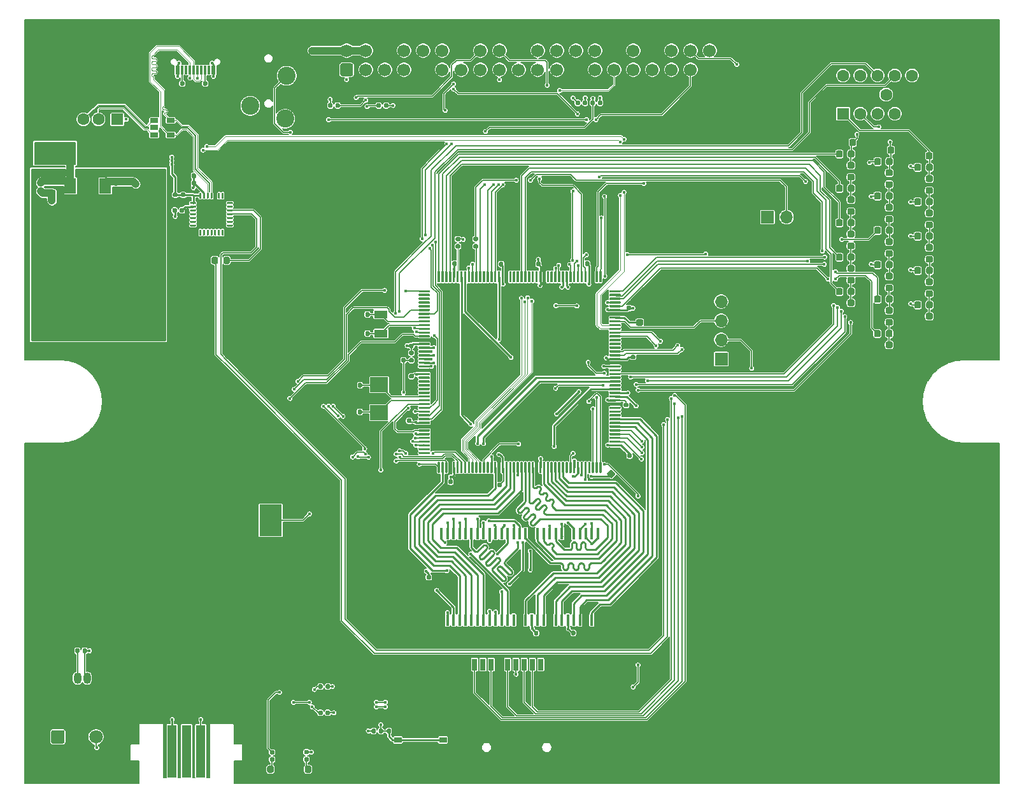
<source format=gtl>
%TF.GenerationSoftware,KiCad,Pcbnew,5.1.6*%
%TF.CreationDate,2020-08-24T17:36:09+02:00*%
%TF.ProjectId,CMM2-JLC,434d4d32-2d4a-44c4-932e-6b696361645f,D*%
%TF.SameCoordinates,Original*%
%TF.FileFunction,Copper,L1,Top*%
%TF.FilePolarity,Positive*%
%FSLAX46Y46*%
G04 Gerber Fmt 4.6, Leading zero omitted, Abs format (unit mm)*
G04 Created by KiCad (PCBNEW 5.1.6) date 2020-08-24 17:36:09*
%MOMM*%
%LPD*%
G01*
G04 APERTURE LIST*
%TA.AperFunction,SMDPad,CuDef*%
%ADD10R,1.270000X7.000000*%
%TD*%
%TA.AperFunction,ComponentPad*%
%ADD11C,1.600000*%
%TD*%
%TA.AperFunction,ComponentPad*%
%ADD12C,4.000000*%
%TD*%
%TA.AperFunction,ComponentPad*%
%ADD13R,1.600000X1.600000*%
%TD*%
%TA.AperFunction,SMDPad,CuDef*%
%ADD14R,0.600000X1.160000*%
%TD*%
%TA.AperFunction,SMDPad,CuDef*%
%ADD15R,0.300000X1.160000*%
%TD*%
%TA.AperFunction,ComponentPad*%
%ADD16O,0.900000X1.700000*%
%TD*%
%TA.AperFunction,ComponentPad*%
%ADD17O,0.900000X2.000000*%
%TD*%
%TA.AperFunction,ComponentPad*%
%ADD18C,1.700000*%
%TD*%
%TA.AperFunction,SMDPad,CuDef*%
%ADD19R,3.000000X4.200000*%
%TD*%
%TA.AperFunction,SMDPad,CuDef*%
%ADD20R,0.458000X1.510000*%
%TD*%
%TA.AperFunction,SMDPad,CuDef*%
%ADD21R,1.060000X0.650000*%
%TD*%
%TA.AperFunction,SMDPad,CuDef*%
%ADD22R,2.400000X2.000000*%
%TD*%
%TA.AperFunction,SMDPad,CuDef*%
%ADD23R,1.800000X1.000000*%
%TD*%
%TA.AperFunction,ComponentPad*%
%ADD24C,1.800000*%
%TD*%
%TA.AperFunction,SMDPad,CuDef*%
%ADD25R,1.500000X2.000000*%
%TD*%
%TA.AperFunction,SMDPad,CuDef*%
%ADD26R,3.800000X2.000000*%
%TD*%
%TA.AperFunction,ComponentPad*%
%ADD27R,1.050000X1.500000*%
%TD*%
%TA.AperFunction,ComponentPad*%
%ADD28O,1.050000X1.500000*%
%TD*%
%TA.AperFunction,SMDPad,CuDef*%
%ADD29R,3.350000X3.350000*%
%TD*%
%TA.AperFunction,SMDPad,CuDef*%
%ADD30R,1.000000X0.750000*%
%TD*%
%TA.AperFunction,ComponentPad*%
%ADD31O,1.700000X1.700000*%
%TD*%
%TA.AperFunction,ComponentPad*%
%ADD32R,1.700000X1.700000*%
%TD*%
%TA.AperFunction,SMDPad,CuDef*%
%ADD33R,0.700000X1.600000*%
%TD*%
%TA.AperFunction,SMDPad,CuDef*%
%ADD34R,1.200000X2.200000*%
%TD*%
%TA.AperFunction,SMDPad,CuDef*%
%ADD35R,1.200000X1.500000*%
%TD*%
%TA.AperFunction,SMDPad,CuDef*%
%ADD36R,1.600000X1.500000*%
%TD*%
%TA.AperFunction,ComponentPad*%
%ADD37R,1.600000X1.500000*%
%TD*%
%TA.AperFunction,ComponentPad*%
%ADD38C,3.000000*%
%TD*%
%TA.AperFunction,ComponentPad*%
%ADD39C,2.400000*%
%TD*%
%TA.AperFunction,ViaPad*%
%ADD40C,0.450000*%
%TD*%
%TA.AperFunction,Conductor*%
%ADD41C,0.289474*%
%TD*%
%TA.AperFunction,Conductor*%
%ADD42C,0.250000*%
%TD*%
%TA.AperFunction,Conductor*%
%ADD43C,1.000000*%
%TD*%
%TA.AperFunction,Conductor*%
%ADD44C,0.127000*%
%TD*%
%TA.AperFunction,Conductor*%
%ADD45C,0.500000*%
%TD*%
%TA.AperFunction,Conductor*%
%ADD46C,0.090000*%
%TD*%
%TA.AperFunction,Conductor*%
%ADD47C,0.254000*%
%TD*%
G04 APERTURE END LIST*
D10*
%TO.P,J1,2*%
%TO.N,Net-(J1-Pad2)*%
X41700000Y-117500000D03*
%TO.P,J1,3*%
%TO.N,+3V3*%
X39800000Y-117500000D03*
%TO.P,J1,1*%
%TO.N,/NUNCHUCK_SDA*%
X43600000Y-117500000D03*
%TD*%
D11*
%TO.P,J2,8*%
%TO.N,GND*%
X132435000Y-30210000D03*
%TO.P,J2,13*%
%TO.N,/PI10*%
X133580000Y-27670000D03*
%TO.P,J2,14*%
%TO.N,/PI9*%
X135870000Y-27670000D03*
%TO.P,J2,15*%
%TO.N,Net-(J2-Pad15)*%
X138160000Y-27670000D03*
%TO.P,J2,9*%
%TO.N,Net-(J2-Pad9)*%
X134725000Y-30210000D03*
D12*
%TO.P,J2,0*%
%TO.N,GND*%
X145815000Y-30210000D03*
X120815000Y-30210000D03*
D11*
%TO.P,J2,10*%
X137015000Y-30210000D03*
%TO.P,J2,11*%
%TO.N,Net-(J2-Pad11)*%
X129000000Y-27670000D03*
%TO.P,J2,12*%
%TO.N,Net-(J2-Pad12)*%
X131290000Y-27670000D03*
%TO.P,J2,4*%
%TO.N,Net-(J2-Pad4)*%
X135870000Y-32750000D03*
%TO.P,J2,3*%
%TO.N,/VGA_BLUE*%
X133580000Y-32750000D03*
%TO.P,J2,2*%
%TO.N,/VGA_GREEN*%
X131290000Y-32750000D03*
%TO.P,J2,7*%
%TO.N,GND*%
X130145000Y-30210000D03*
D13*
%TO.P,J2,1*%
%TO.N,/VGA_RED*%
X129000000Y-32750000D03*
D11*
%TO.P,J2,6*%
%TO.N,GND*%
X127855000Y-30210000D03*
%TO.P,J2,5*%
X138160000Y-32750000D03*
%TD*%
D14*
%TO.P,J4,A12*%
%TO.N,GND*%
X39700000Y-26910000D03*
%TO.P,J4,A9*%
%TO.N,+5V*%
X40500000Y-26910000D03*
%TO.P,J4,B1*%
%TO.N,GND*%
X39700000Y-26910000D03*
%TO.P,J4,B4*%
%TO.N,+5V*%
X40500000Y-26910000D03*
%TO.P,J4,B12*%
%TO.N,GND*%
X46100000Y-26910000D03*
%TO.P,J4,A1*%
X46100000Y-26910000D03*
%TO.P,J4,B9*%
%TO.N,+5V*%
X45300000Y-26910000D03*
%TO.P,J4,A4*%
X45300000Y-26910000D03*
D15*
%TO.P,J4,B5*%
%TO.N,Net-(J4-PadB5)*%
X41150000Y-26910000D03*
%TO.P,J4,B6*%
%TO.N,/USB_C_D+*%
X42150000Y-26910000D03*
%TO.P,J4,A8*%
%TO.N,Net-(J4-PadA8)*%
X41650000Y-26910000D03*
%TO.P,J4,A5*%
%TO.N,Net-(J4-PadA5)*%
X44150000Y-26910000D03*
%TO.P,J4,B8*%
%TO.N,Net-(J4-PadB8)*%
X44650000Y-26910000D03*
%TO.P,J4,A7*%
%TO.N,/USB_C_D-*%
X42650000Y-26910000D03*
%TO.P,J4,A6*%
%TO.N,/USB_C_D+*%
X43150000Y-26910000D03*
%TO.P,J4,B7*%
%TO.N,/USB_C_D-*%
X43650000Y-26910000D03*
D16*
%TO.P,J4,S1*%
%TO.N,GND*%
X38580000Y-22160000D03*
X47220000Y-22160000D03*
D17*
X38580000Y-26330000D03*
X47220000Y-26330000D03*
%TD*%
D18*
%TO.P,J3,40*%
%TO.N,/PB13*%
X111260000Y-24360000D03*
%TO.P,J3,38*%
%TO.N,/PB15*%
X108720000Y-24360000D03*
%TO.P,J3,36*%
%TO.N,/PC6*%
X106180000Y-24360000D03*
%TO.P,J3,34*%
%TO.N,GND*%
X103640000Y-24360000D03*
%TO.P,J3,32*%
%TO.N,/PI8*%
X101100000Y-24360000D03*
%TO.P,J3,30*%
%TO.N,GND*%
X98560000Y-24360000D03*
%TO.P,J3,28*%
%TO.N,/I2C2_SCL*%
X96020000Y-24360000D03*
%TO.P,J3,26*%
%TO.N,/PC5*%
X93480000Y-24360000D03*
%TO.P,J3,24*%
%TO.N,/PC4*%
X90940000Y-24360000D03*
%TO.P,J3,22*%
%TO.N,/PA7*%
X88400000Y-24360000D03*
%TO.P,J3,20*%
%TO.N,GND*%
X85860000Y-24360000D03*
%TO.P,J3,18*%
%TO.N,/PA15*%
X83320000Y-24360000D03*
%TO.P,J3,16*%
%TO.N,/PA0*%
X80780000Y-24360000D03*
%TO.P,J3,14*%
%TO.N,GND*%
X78240000Y-24360000D03*
%TO.P,J3,12*%
%TO.N,/PA6*%
X75700000Y-24360000D03*
%TO.P,J3,10*%
%TO.N,/PA3*%
X73160000Y-24360000D03*
%TO.P,J3,8*%
%TO.N,/PA2*%
X70620000Y-24360000D03*
%TO.P,J3,6*%
%TO.N,GND*%
X68080000Y-24360000D03*
%TO.P,J3,4*%
%TO.N,+5V*%
X65540000Y-24360000D03*
%TO.P,J3,2*%
X63000000Y-24360000D03*
%TO.P,J3,39*%
%TO.N,GND*%
X111260000Y-26900000D03*
%TO.P,J3,37*%
%TO.N,/PA1*%
X108720000Y-26900000D03*
%TO.P,J3,35*%
%TO.N,/PB14*%
X106180000Y-26900000D03*
%TO.P,J3,33*%
%TO.N,/PI3*%
X103640000Y-26900000D03*
%TO.P,J3,31*%
%TO.N,/PC7*%
X101100000Y-26900000D03*
%TO.P,J3,29*%
%TO.N,/PB0*%
X98560000Y-26900000D03*
%TO.P,J3,27*%
%TO.N,/I2C2_SDA*%
X96020000Y-26900000D03*
%TO.P,J3,25*%
%TO.N,GND*%
X93480000Y-26900000D03*
%TO.P,J3,23*%
%TO.N,/PB3*%
X90940000Y-26900000D03*
%TO.P,J3,21*%
%TO.N,/PB4*%
X88400000Y-26900000D03*
%TO.P,J3,19*%
%TO.N,/PB5*%
X85860000Y-26900000D03*
%TO.P,J3,17*%
%TO.N,+3V3*%
X83320000Y-26900000D03*
%TO.P,J3,15*%
%TO.N,/PC3*%
X80780000Y-26900000D03*
%TO.P,J3,13*%
%TO.N,/PC2*%
X78240000Y-26900000D03*
%TO.P,J3,11*%
%TO.N,/PH14*%
X75700000Y-26900000D03*
%TO.P,J3,9*%
%TO.N,GND*%
X73160000Y-26900000D03*
%TO.P,J3,7*%
%TO.N,/PC1*%
X70620000Y-26900000D03*
%TO.P,J3,5*%
%TO.N,/I2C1_SCL*%
X68080000Y-26900000D03*
%TO.P,J3,3*%
%TO.N,/I2C1_SDA*%
X65540000Y-26900000D03*
%TO.P,J3,1*%
%TO.N,+3V3*%
%TA.AperFunction,ComponentPad*%
G36*
G01*
X63600000Y-27750000D02*
X62400000Y-27750000D01*
G75*
G02*
X62150000Y-27500000I0J250000D01*
G01*
X62150000Y-26300000D01*
G75*
G02*
X62400000Y-26050000I250000J0D01*
G01*
X63600000Y-26050000D01*
G75*
G02*
X63850000Y-26300000I0J-250000D01*
G01*
X63850000Y-27500000D01*
G75*
G02*
X63600000Y-27750000I-250000J0D01*
G01*
G37*
%TD.AperFunction*%
%TD*%
%TO.P,C37,2*%
%TO.N,GND*%
%TA.AperFunction,SMDPad,CuDef*%
G36*
G01*
X95653500Y-52864800D02*
X95653500Y-52519800D01*
G75*
G02*
X95801000Y-52372300I147500J0D01*
G01*
X96096000Y-52372300D01*
G75*
G02*
X96243500Y-52519800I0J-147500D01*
G01*
X96243500Y-52864800D01*
G75*
G02*
X96096000Y-53012300I-147500J0D01*
G01*
X95801000Y-53012300D01*
G75*
G02*
X95653500Y-52864800I0J147500D01*
G01*
G37*
%TD.AperFunction*%
%TO.P,C37,1*%
%TO.N,+3V3*%
%TA.AperFunction,SMDPad,CuDef*%
G36*
G01*
X94683500Y-52864800D02*
X94683500Y-52519800D01*
G75*
G02*
X94831000Y-52372300I147500J0D01*
G01*
X95126000Y-52372300D01*
G75*
G02*
X95273500Y-52519800I0J-147500D01*
G01*
X95273500Y-52864800D01*
G75*
G02*
X95126000Y-53012300I-147500J0D01*
G01*
X94831000Y-53012300D01*
G75*
G02*
X94683500Y-52864800I0J147500D01*
G01*
G37*
%TD.AperFunction*%
%TD*%
%TO.P,C36,2*%
%TO.N,GND*%
%TA.AperFunction,SMDPad,CuDef*%
G36*
G01*
X71775100Y-66980300D02*
X71430100Y-66980300D01*
G75*
G02*
X71282600Y-66832800I0J147500D01*
G01*
X71282600Y-66537800D01*
G75*
G02*
X71430100Y-66390300I147500J0D01*
G01*
X71775100Y-66390300D01*
G75*
G02*
X71922600Y-66537800I0J-147500D01*
G01*
X71922600Y-66832800D01*
G75*
G02*
X71775100Y-66980300I-147500J0D01*
G01*
G37*
%TD.AperFunction*%
%TO.P,C36,1*%
%TO.N,+3V3*%
%TA.AperFunction,SMDPad,CuDef*%
G36*
G01*
X71775100Y-67950300D02*
X71430100Y-67950300D01*
G75*
G02*
X71282600Y-67802800I0J147500D01*
G01*
X71282600Y-67507800D01*
G75*
G02*
X71430100Y-67360300I147500J0D01*
G01*
X71775100Y-67360300D01*
G75*
G02*
X71922600Y-67507800I0J-147500D01*
G01*
X71922600Y-67802800D01*
G75*
G02*
X71775100Y-67950300I-147500J0D01*
G01*
G37*
%TD.AperFunction*%
%TD*%
%TO.P,C35,2*%
%TO.N,GND*%
%TA.AperFunction,SMDPad,CuDef*%
G36*
G01*
X99979700Y-72150600D02*
X100324700Y-72150600D01*
G75*
G02*
X100472200Y-72298100I0J-147500D01*
G01*
X100472200Y-72593100D01*
G75*
G02*
X100324700Y-72740600I-147500J0D01*
G01*
X99979700Y-72740600D01*
G75*
G02*
X99832200Y-72593100I0J147500D01*
G01*
X99832200Y-72298100D01*
G75*
G02*
X99979700Y-72150600I147500J0D01*
G01*
G37*
%TD.AperFunction*%
%TO.P,C35,1*%
%TO.N,+3V3*%
%TA.AperFunction,SMDPad,CuDef*%
G36*
G01*
X99979700Y-71180600D02*
X100324700Y-71180600D01*
G75*
G02*
X100472200Y-71328100I0J-147500D01*
G01*
X100472200Y-71623100D01*
G75*
G02*
X100324700Y-71770600I-147500J0D01*
G01*
X99979700Y-71770600D01*
G75*
G02*
X99832200Y-71623100I0J147500D01*
G01*
X99832200Y-71328100D01*
G75*
G02*
X99979700Y-71180600I147500J0D01*
G01*
G37*
%TD.AperFunction*%
%TD*%
%TO.P,C34,2*%
%TO.N,GND*%
%TA.AperFunction,SMDPad,CuDef*%
G36*
G01*
X78028300Y-52852100D02*
X78028300Y-52507100D01*
G75*
G02*
X78175800Y-52359600I147500J0D01*
G01*
X78470800Y-52359600D01*
G75*
G02*
X78618300Y-52507100I0J-147500D01*
G01*
X78618300Y-52852100D01*
G75*
G02*
X78470800Y-52999600I-147500J0D01*
G01*
X78175800Y-52999600D01*
G75*
G02*
X78028300Y-52852100I0J147500D01*
G01*
G37*
%TD.AperFunction*%
%TO.P,C34,1*%
%TO.N,+3V3*%
%TA.AperFunction,SMDPad,CuDef*%
G36*
G01*
X77058300Y-52852100D02*
X77058300Y-52507100D01*
G75*
G02*
X77205800Y-52359600I147500J0D01*
G01*
X77500800Y-52359600D01*
G75*
G02*
X77648300Y-52507100I0J-147500D01*
G01*
X77648300Y-52852100D01*
G75*
G02*
X77500800Y-52999600I-147500J0D01*
G01*
X77205800Y-52999600D01*
G75*
G02*
X77058300Y-52852100I0J147500D01*
G01*
G37*
%TD.AperFunction*%
%TD*%
%TO.P,C33,2*%
%TO.N,GND*%
%TA.AperFunction,SMDPad,CuDef*%
G36*
G01*
X100436900Y-78904600D02*
X100781900Y-78904600D01*
G75*
G02*
X100929400Y-79052100I0J-147500D01*
G01*
X100929400Y-79347100D01*
G75*
G02*
X100781900Y-79494600I-147500J0D01*
G01*
X100436900Y-79494600D01*
G75*
G02*
X100289400Y-79347100I0J147500D01*
G01*
X100289400Y-79052100D01*
G75*
G02*
X100436900Y-78904600I147500J0D01*
G01*
G37*
%TD.AperFunction*%
%TO.P,C33,1*%
%TO.N,+3V3*%
%TA.AperFunction,SMDPad,CuDef*%
G36*
G01*
X100436900Y-77934600D02*
X100781900Y-77934600D01*
G75*
G02*
X100929400Y-78082100I0J-147500D01*
G01*
X100929400Y-78377100D01*
G75*
G02*
X100781900Y-78524600I-147500J0D01*
G01*
X100436900Y-78524600D01*
G75*
G02*
X100289400Y-78377100I0J147500D01*
G01*
X100289400Y-78082100D01*
G75*
G02*
X100436900Y-77934600I147500J0D01*
G01*
G37*
%TD.AperFunction*%
%TD*%
%TO.P,C32,2*%
%TO.N,GND*%
%TA.AperFunction,SMDPad,CuDef*%
G36*
G01*
X84213200Y-52915600D02*
X84213200Y-52570600D01*
G75*
G02*
X84360700Y-52423100I147500J0D01*
G01*
X84655700Y-52423100D01*
G75*
G02*
X84803200Y-52570600I0J-147500D01*
G01*
X84803200Y-52915600D01*
G75*
G02*
X84655700Y-53063100I-147500J0D01*
G01*
X84360700Y-53063100D01*
G75*
G02*
X84213200Y-52915600I0J147500D01*
G01*
G37*
%TD.AperFunction*%
%TO.P,C32,1*%
%TO.N,+3V3*%
%TA.AperFunction,SMDPad,CuDef*%
G36*
G01*
X83243200Y-52915600D02*
X83243200Y-52570600D01*
G75*
G02*
X83390700Y-52423100I147500J0D01*
G01*
X83685700Y-52423100D01*
G75*
G02*
X83833200Y-52570600I0J-147500D01*
G01*
X83833200Y-52915600D01*
G75*
G02*
X83685700Y-53063100I-147500J0D01*
G01*
X83390700Y-53063100D01*
G75*
G02*
X83243200Y-52915600I0J147500D01*
G01*
G37*
%TD.AperFunction*%
%TD*%
%TO.P,C30,2*%
%TO.N,GND*%
%TA.AperFunction,SMDPad,CuDef*%
G36*
G01*
X77482200Y-81846200D02*
X77482200Y-81501200D01*
G75*
G02*
X77629700Y-81353700I147500J0D01*
G01*
X77924700Y-81353700D01*
G75*
G02*
X78072200Y-81501200I0J-147500D01*
G01*
X78072200Y-81846200D01*
G75*
G02*
X77924700Y-81993700I-147500J0D01*
G01*
X77629700Y-81993700D01*
G75*
G02*
X77482200Y-81846200I0J147500D01*
G01*
G37*
%TD.AperFunction*%
%TO.P,C30,1*%
%TO.N,+3V3*%
%TA.AperFunction,SMDPad,CuDef*%
G36*
G01*
X76512200Y-81846200D02*
X76512200Y-81501200D01*
G75*
G02*
X76659700Y-81353700I147500J0D01*
G01*
X76954700Y-81353700D01*
G75*
G02*
X77102200Y-81501200I0J-147500D01*
G01*
X77102200Y-81846200D01*
G75*
G02*
X76954700Y-81993700I-147500J0D01*
G01*
X76659700Y-81993700D01*
G75*
G02*
X76512200Y-81846200I0J147500D01*
G01*
G37*
%TD.AperFunction*%
%TD*%
%TO.P,C29,2*%
%TO.N,GND*%
%TA.AperFunction,SMDPad,CuDef*%
G36*
G01*
X100881400Y-65772800D02*
X101226400Y-65772800D01*
G75*
G02*
X101373900Y-65920300I0J-147500D01*
G01*
X101373900Y-66215300D01*
G75*
G02*
X101226400Y-66362800I-147500J0D01*
G01*
X100881400Y-66362800D01*
G75*
G02*
X100733900Y-66215300I0J147500D01*
G01*
X100733900Y-65920300D01*
G75*
G02*
X100881400Y-65772800I147500J0D01*
G01*
G37*
%TD.AperFunction*%
%TO.P,C29,1*%
%TO.N,+3V3*%
%TA.AperFunction,SMDPad,CuDef*%
G36*
G01*
X100881400Y-64802800D02*
X101226400Y-64802800D01*
G75*
G02*
X101373900Y-64950300I0J-147500D01*
G01*
X101373900Y-65245300D01*
G75*
G02*
X101226400Y-65392800I-147500J0D01*
G01*
X100881400Y-65392800D01*
G75*
G02*
X100733900Y-65245300I0J147500D01*
G01*
X100733900Y-64950300D01*
G75*
G02*
X100881400Y-64802800I147500J0D01*
G01*
G37*
%TD.AperFunction*%
%TD*%
%TO.P,C28,2*%
%TO.N,GND*%
%TA.AperFunction,SMDPad,CuDef*%
G36*
G01*
X83509900Y-81409900D02*
X83164900Y-81409900D01*
G75*
G02*
X83017400Y-81262400I0J147500D01*
G01*
X83017400Y-80967400D01*
G75*
G02*
X83164900Y-80819900I147500J0D01*
G01*
X83509900Y-80819900D01*
G75*
G02*
X83657400Y-80967400I0J-147500D01*
G01*
X83657400Y-81262400D01*
G75*
G02*
X83509900Y-81409900I-147500J0D01*
G01*
G37*
%TD.AperFunction*%
%TO.P,C28,1*%
%TO.N,+3V3*%
%TA.AperFunction,SMDPad,CuDef*%
G36*
G01*
X83509900Y-82379900D02*
X83164900Y-82379900D01*
G75*
G02*
X83017400Y-82232400I0J147500D01*
G01*
X83017400Y-81937400D01*
G75*
G02*
X83164900Y-81789900I147500J0D01*
G01*
X83509900Y-81789900D01*
G75*
G02*
X83657400Y-81937400I0J-147500D01*
G01*
X83657400Y-82232400D01*
G75*
G02*
X83509900Y-82379900I-147500J0D01*
G01*
G37*
%TD.AperFunction*%
%TD*%
%TO.P,C27,2*%
%TO.N,GND*%
%TA.AperFunction,SMDPad,CuDef*%
G36*
G01*
X71138000Y-74256400D02*
X71483000Y-74256400D01*
G75*
G02*
X71630500Y-74403900I0J-147500D01*
G01*
X71630500Y-74698900D01*
G75*
G02*
X71483000Y-74846400I-147500J0D01*
G01*
X71138000Y-74846400D01*
G75*
G02*
X70990500Y-74698900I0J147500D01*
G01*
X70990500Y-74403900D01*
G75*
G02*
X71138000Y-74256400I147500J0D01*
G01*
G37*
%TD.AperFunction*%
%TO.P,C27,1*%
%TO.N,+3V3*%
%TA.AperFunction,SMDPad,CuDef*%
G36*
G01*
X71138000Y-73286400D02*
X71483000Y-73286400D01*
G75*
G02*
X71630500Y-73433900I0J-147500D01*
G01*
X71630500Y-73728900D01*
G75*
G02*
X71483000Y-73876400I-147500J0D01*
G01*
X71138000Y-73876400D01*
G75*
G02*
X70990500Y-73728900I0J147500D01*
G01*
X70990500Y-73433900D01*
G75*
G02*
X71138000Y-73286400I147500J0D01*
G01*
G37*
%TD.AperFunction*%
%TD*%
%TO.P,C26,2*%
%TO.N,GND*%
%TA.AperFunction,SMDPad,CuDef*%
G36*
G01*
X100335300Y-59270400D02*
X100680300Y-59270400D01*
G75*
G02*
X100827800Y-59417900I0J-147500D01*
G01*
X100827800Y-59712900D01*
G75*
G02*
X100680300Y-59860400I-147500J0D01*
G01*
X100335300Y-59860400D01*
G75*
G02*
X100187800Y-59712900I0J147500D01*
G01*
X100187800Y-59417900D01*
G75*
G02*
X100335300Y-59270400I147500J0D01*
G01*
G37*
%TD.AperFunction*%
%TO.P,C26,1*%
%TO.N,+3V3*%
%TA.AperFunction,SMDPad,CuDef*%
G36*
G01*
X100335300Y-58300400D02*
X100680300Y-58300400D01*
G75*
G02*
X100827800Y-58447900I0J-147500D01*
G01*
X100827800Y-58742900D01*
G75*
G02*
X100680300Y-58890400I-147500J0D01*
G01*
X100335300Y-58890400D01*
G75*
G02*
X100187800Y-58742900I0J147500D01*
G01*
X100187800Y-58447900D01*
G75*
G02*
X100335300Y-58300400I147500J0D01*
G01*
G37*
%TD.AperFunction*%
%TD*%
%TO.P,C25,2*%
%TO.N,GND*%
%TA.AperFunction,SMDPad,CuDef*%
G36*
G01*
X71749700Y-62929000D02*
X71404700Y-62929000D01*
G75*
G02*
X71257200Y-62781500I0J147500D01*
G01*
X71257200Y-62486500D01*
G75*
G02*
X71404700Y-62339000I147500J0D01*
G01*
X71749700Y-62339000D01*
G75*
G02*
X71897200Y-62486500I0J-147500D01*
G01*
X71897200Y-62781500D01*
G75*
G02*
X71749700Y-62929000I-147500J0D01*
G01*
G37*
%TD.AperFunction*%
%TO.P,C25,1*%
%TO.N,+3V3*%
%TA.AperFunction,SMDPad,CuDef*%
G36*
G01*
X71749700Y-63899000D02*
X71404700Y-63899000D01*
G75*
G02*
X71257200Y-63751500I0J147500D01*
G01*
X71257200Y-63456500D01*
G75*
G02*
X71404700Y-63309000I147500J0D01*
G01*
X71749700Y-63309000D01*
G75*
G02*
X71897200Y-63456500I0J-147500D01*
G01*
X71897200Y-63751500D01*
G75*
G02*
X71749700Y-63899000I-147500J0D01*
G01*
G37*
%TD.AperFunction*%
%TD*%
%TO.P,C24,2*%
%TO.N,GND*%
%TA.AperFunction,SMDPad,CuDef*%
G36*
G01*
X89166200Y-52902900D02*
X89166200Y-52557900D01*
G75*
G02*
X89313700Y-52410400I147500J0D01*
G01*
X89608700Y-52410400D01*
G75*
G02*
X89756200Y-52557900I0J-147500D01*
G01*
X89756200Y-52902900D01*
G75*
G02*
X89608700Y-53050400I-147500J0D01*
G01*
X89313700Y-53050400D01*
G75*
G02*
X89166200Y-52902900I0J147500D01*
G01*
G37*
%TD.AperFunction*%
%TO.P,C24,1*%
%TO.N,+3V3*%
%TA.AperFunction,SMDPad,CuDef*%
G36*
G01*
X88196200Y-52902900D02*
X88196200Y-52557900D01*
G75*
G02*
X88343700Y-52410400I147500J0D01*
G01*
X88638700Y-52410400D01*
G75*
G02*
X88786200Y-52557900I0J-147500D01*
G01*
X88786200Y-52902900D01*
G75*
G02*
X88638700Y-53050400I-147500J0D01*
G01*
X88343700Y-53050400D01*
G75*
G02*
X88196200Y-52902900I0J147500D01*
G01*
G37*
%TD.AperFunction*%
%TD*%
D19*
%TO.P,BT1,1*%
%TO.N,/VBAT*%
X52900000Y-86800000D03*
%TO.P,BT1,2*%
%TO.N,GND*%
X23900000Y-86800000D03*
%TD*%
D20*
%TO.P,U2,54*%
%TO.N,GND*%
X96400000Y-100050000D03*
%TO.P,U2,53*%
%TO.N,/PD10*%
X95600000Y-100050000D03*
%TO.P,U2,52*%
%TO.N,GND*%
X94800000Y-100050000D03*
%TO.P,U2,51*%
%TO.N,/PD9*%
X94000000Y-100050000D03*
%TO.P,U2,50*%
%TO.N,/PD8*%
X93200000Y-100050000D03*
%TO.P,U2,49*%
%TO.N,+3V3*%
X92400000Y-100050000D03*
%TO.P,U2,48*%
%TO.N,/PE15*%
X91600000Y-100050000D03*
%TO.P,U2,47*%
%TO.N,/PE14*%
X90800000Y-100050000D03*
%TO.P,U2,46*%
%TO.N,GND*%
X90000000Y-100050000D03*
%TO.P,U2,45*%
%TO.N,/PE13*%
X89200000Y-100050000D03*
%TO.P,U2,44*%
%TO.N,/PE12*%
X88400000Y-100050000D03*
%TO.P,U2,43*%
%TO.N,+3V3*%
X87600000Y-100050000D03*
%TO.P,U2,42*%
%TO.N,/PE11*%
X86800000Y-100050000D03*
%TO.P,U2,41*%
%TO.N,GND*%
X86000000Y-100050000D03*
%TO.P,U2,40*%
%TO.N,N/C*%
X85200000Y-100050000D03*
%TO.P,U2,39*%
%TO.N,/PE1*%
X84400000Y-100050000D03*
%TO.P,U2,38*%
%TO.N,/PG8*%
X83600000Y-100050000D03*
%TO.P,U2,37*%
%TO.N,/PH7*%
X82800000Y-100050000D03*
%TO.P,U2,36*%
%TO.N,/PG2*%
X82000000Y-100050000D03*
%TO.P,U2,35*%
%TO.N,/PG1*%
X81200000Y-100050000D03*
%TO.P,U2,34*%
%TO.N,/PF15*%
X80400000Y-100050000D03*
%TO.P,U2,33*%
%TO.N,/PF14*%
X79600000Y-100050000D03*
%TO.P,U2,32*%
%TO.N,/PF13*%
X78800000Y-100050000D03*
%TO.P,U2,31*%
%TO.N,/PF12*%
X78000000Y-100050000D03*
%TO.P,U2,30*%
%TO.N,/PF5*%
X77200000Y-100050000D03*
%TO.P,U2,29*%
%TO.N,/PF4*%
X76400000Y-100050000D03*
%TO.P,U2,28*%
%TO.N,GND*%
X75600000Y-100050000D03*
%TO.P,U2,27*%
%TO.N,+3V3*%
X75600000Y-88550000D03*
%TO.P,U2,26*%
%TO.N,/PF3*%
X76400000Y-88550000D03*
%TO.P,U2,25*%
%TO.N,/PF2*%
X77200000Y-88550000D03*
%TO.P,U2,24*%
%TO.N,/PF1*%
X78000000Y-88550000D03*
%TO.P,U2,23*%
%TO.N,/PF0*%
X78800000Y-88550000D03*
%TO.P,U2,22*%
%TO.N,/PG0*%
X79600000Y-88550000D03*
%TO.P,U2,21*%
%TO.N,/PG5*%
X80400000Y-88550000D03*
%TO.P,U2,20*%
%TO.N,/PG4*%
X81200000Y-88550000D03*
%TO.P,U2,19*%
%TO.N,/PH6*%
X82000000Y-88550000D03*
%TO.P,U2,18*%
%TO.N,/PF11*%
X82800000Y-88550000D03*
%TO.P,U2,17*%
%TO.N,/PG15*%
X83600000Y-88550000D03*
%TO.P,U2,16*%
%TO.N,/PH5*%
X84400000Y-88550000D03*
%TO.P,U2,15*%
%TO.N,/PE0*%
X85200000Y-88550000D03*
%TO.P,U2,14*%
%TO.N,+3V3*%
X86000000Y-88550000D03*
%TO.P,U2,13*%
%TO.N,/PE10*%
X86800000Y-88550000D03*
%TO.P,U2,12*%
%TO.N,GND*%
X87600000Y-88550000D03*
%TO.P,U2,11*%
%TO.N,/PE9*%
X88400000Y-88550000D03*
%TO.P,U2,10*%
%TO.N,/PE8*%
X89200000Y-88550000D03*
%TO.P,U2,9*%
%TO.N,+3V3*%
X90000000Y-88550000D03*
%TO.P,U2,8*%
%TO.N,/PE7*%
X90800000Y-88550000D03*
%TO.P,U2,7*%
%TO.N,/PD1*%
X91600000Y-88550000D03*
%TO.P,U2,6*%
%TO.N,GND*%
X92400000Y-88550000D03*
%TO.P,U2,5*%
%TO.N,/PD0*%
X93200000Y-88550000D03*
%TO.P,U2,4*%
%TO.N,/PD15*%
X94000000Y-88550000D03*
%TO.P,U2,3*%
%TO.N,+3V3*%
X94800000Y-88550000D03*
%TO.P,U2,2*%
%TO.N,/PD14*%
X95600000Y-88550000D03*
%TO.P,U2,1*%
%TO.N,+3V3*%
X96400000Y-88550000D03*
%TD*%
D21*
%TO.P,U3,5*%
%TO.N,+5V*%
X37400000Y-34600000D03*
%TO.P,U3,6*%
%TO.N,/USB_HOST_D-*%
X37400000Y-35550000D03*
%TO.P,U3,4*%
%TO.N,/USB_HOST_D+*%
X37400000Y-33650000D03*
%TO.P,U3,3*%
%TO.N,/USB_C_D+*%
X39600000Y-33650000D03*
%TO.P,U3,2*%
%TO.N,GND*%
X39600000Y-34600000D03*
%TO.P,U3,1*%
%TO.N,/USB_C_D-*%
X39600000Y-35550000D03*
%TD*%
D22*
%TO.P,Y2,2*%
%TO.N,/PH1*%
X67310000Y-72462000D03*
%TO.P,Y2,1*%
%TO.N,/PH0*%
X67310000Y-68762000D03*
%TD*%
D23*
%TO.P,Y1,2*%
%TO.N,/PC15*%
X67564000Y-61956000D03*
%TO.P,Y1,1*%
%TO.N,/PC14*%
X67564000Y-59456000D03*
%TD*%
D24*
%TO.P,U7,3*%
%TO.N,+3V3*%
X29680000Y-115600000D03*
%TO.P,U7,2*%
%TO.N,GND*%
X27140000Y-115600000D03*
%TO.P,U7,1*%
%TO.N,/PB12*%
%TA.AperFunction,ComponentPad*%
G36*
G01*
X23700000Y-116251600D02*
X23700000Y-114948400D01*
G75*
G02*
X23948400Y-114700000I248400J0D01*
G01*
X25251600Y-114700000D01*
G75*
G02*
X25500000Y-114948400I0J-248400D01*
G01*
X25500000Y-116251600D01*
G75*
G02*
X25251600Y-116500000I-248400J0D01*
G01*
X23948400Y-116500000D01*
G75*
G02*
X23700000Y-116251600I0J248400D01*
G01*
G37*
%TD.AperFunction*%
%TD*%
D25*
%TO.P,U6,1*%
%TO.N,GND*%
X30860600Y-42319200D03*
%TO.P,U6,3*%
%TO.N,+5V*%
X26260600Y-42319200D03*
%TO.P,U6,2*%
%TO.N,+3V3*%
X28560600Y-42319200D03*
D26*
X28560600Y-48619200D03*
%TD*%
D27*
%TO.P,U5,1*%
%TO.N,GND*%
X25930000Y-107800000D03*
D28*
%TO.P,U5,3*%
%TO.N,+3V3*%
X28470000Y-107800000D03*
%TO.P,U5,2*%
%TO.N,/PE2*%
X27200000Y-107800000D03*
%TD*%
D29*
%TO.P,U4,29*%
%TO.N,GND*%
X45021500Y-46101000D03*
%TO.P,U4,28*%
%TO.N,Net-(U4-Pad28)*%
%TA.AperFunction,SMDPad,CuDef*%
G36*
G01*
X47134000Y-44476000D02*
X47809000Y-44476000D01*
G75*
G02*
X47871500Y-44538500I0J-62500D01*
G01*
X47871500Y-44663500D01*
G75*
G02*
X47809000Y-44726000I-62500J0D01*
G01*
X47134000Y-44726000D01*
G75*
G02*
X47071500Y-44663500I0J62500D01*
G01*
X47071500Y-44538500D01*
G75*
G02*
X47134000Y-44476000I62500J0D01*
G01*
G37*
%TD.AperFunction*%
%TO.P,U4,27*%
%TO.N,Net-(U4-Pad27)*%
%TA.AperFunction,SMDPad,CuDef*%
G36*
G01*
X47134000Y-44976000D02*
X47809000Y-44976000D01*
G75*
G02*
X47871500Y-45038500I0J-62500D01*
G01*
X47871500Y-45163500D01*
G75*
G02*
X47809000Y-45226000I-62500J0D01*
G01*
X47134000Y-45226000D01*
G75*
G02*
X47071500Y-45163500I0J62500D01*
G01*
X47071500Y-45038500D01*
G75*
G02*
X47134000Y-44976000I62500J0D01*
G01*
G37*
%TD.AperFunction*%
%TO.P,U4,26*%
%TO.N,Net-(R50-Pad2)*%
%TA.AperFunction,SMDPad,CuDef*%
G36*
G01*
X47134000Y-45476000D02*
X47809000Y-45476000D01*
G75*
G02*
X47871500Y-45538500I0J-62500D01*
G01*
X47871500Y-45663500D01*
G75*
G02*
X47809000Y-45726000I-62500J0D01*
G01*
X47134000Y-45726000D01*
G75*
G02*
X47071500Y-45663500I0J62500D01*
G01*
X47071500Y-45538500D01*
G75*
G02*
X47134000Y-45476000I62500J0D01*
G01*
G37*
%TD.AperFunction*%
%TO.P,U4,25*%
%TO.N,/PA9*%
%TA.AperFunction,SMDPad,CuDef*%
G36*
G01*
X47134000Y-45976000D02*
X47809000Y-45976000D01*
G75*
G02*
X47871500Y-46038500I0J-62500D01*
G01*
X47871500Y-46163500D01*
G75*
G02*
X47809000Y-46226000I-62500J0D01*
G01*
X47134000Y-46226000D01*
G75*
G02*
X47071500Y-46163500I0J62500D01*
G01*
X47071500Y-46038500D01*
G75*
G02*
X47134000Y-45976000I62500J0D01*
G01*
G37*
%TD.AperFunction*%
%TO.P,U4,24*%
%TO.N,Net-(U4-Pad24)*%
%TA.AperFunction,SMDPad,CuDef*%
G36*
G01*
X47134000Y-46476000D02*
X47809000Y-46476000D01*
G75*
G02*
X47871500Y-46538500I0J-62500D01*
G01*
X47871500Y-46663500D01*
G75*
G02*
X47809000Y-46726000I-62500J0D01*
G01*
X47134000Y-46726000D01*
G75*
G02*
X47071500Y-46663500I0J62500D01*
G01*
X47071500Y-46538500D01*
G75*
G02*
X47134000Y-46476000I62500J0D01*
G01*
G37*
%TD.AperFunction*%
%TO.P,U4,23*%
%TO.N,Net-(U4-Pad23)*%
%TA.AperFunction,SMDPad,CuDef*%
G36*
G01*
X47134000Y-46976000D02*
X47809000Y-46976000D01*
G75*
G02*
X47871500Y-47038500I0J-62500D01*
G01*
X47871500Y-47163500D01*
G75*
G02*
X47809000Y-47226000I-62500J0D01*
G01*
X47134000Y-47226000D01*
G75*
G02*
X47071500Y-47163500I0J62500D01*
G01*
X47071500Y-47038500D01*
G75*
G02*
X47134000Y-46976000I62500J0D01*
G01*
G37*
%TD.AperFunction*%
%TO.P,U4,22*%
%TO.N,Net-(U4-Pad22)*%
%TA.AperFunction,SMDPad,CuDef*%
G36*
G01*
X47134000Y-47476000D02*
X47809000Y-47476000D01*
G75*
G02*
X47871500Y-47538500I0J-62500D01*
G01*
X47871500Y-47663500D01*
G75*
G02*
X47809000Y-47726000I-62500J0D01*
G01*
X47134000Y-47726000D01*
G75*
G02*
X47071500Y-47663500I0J62500D01*
G01*
X47071500Y-47538500D01*
G75*
G02*
X47134000Y-47476000I62500J0D01*
G01*
G37*
%TD.AperFunction*%
%TO.P,U4,21*%
%TO.N,Net-(U4-Pad21)*%
%TA.AperFunction,SMDPad,CuDef*%
G36*
G01*
X46459000Y-48151000D02*
X46584000Y-48151000D01*
G75*
G02*
X46646500Y-48213500I0J-62500D01*
G01*
X46646500Y-48888500D01*
G75*
G02*
X46584000Y-48951000I-62500J0D01*
G01*
X46459000Y-48951000D01*
G75*
G02*
X46396500Y-48888500I0J62500D01*
G01*
X46396500Y-48213500D01*
G75*
G02*
X46459000Y-48151000I62500J0D01*
G01*
G37*
%TD.AperFunction*%
%TO.P,U4,20*%
%TO.N,Net-(U4-Pad20)*%
%TA.AperFunction,SMDPad,CuDef*%
G36*
G01*
X45959000Y-48151000D02*
X46084000Y-48151000D01*
G75*
G02*
X46146500Y-48213500I0J-62500D01*
G01*
X46146500Y-48888500D01*
G75*
G02*
X46084000Y-48951000I-62500J0D01*
G01*
X45959000Y-48951000D01*
G75*
G02*
X45896500Y-48888500I0J62500D01*
G01*
X45896500Y-48213500D01*
G75*
G02*
X45959000Y-48151000I62500J0D01*
G01*
G37*
%TD.AperFunction*%
%TO.P,U4,19*%
%TO.N,Net-(U4-Pad19)*%
%TA.AperFunction,SMDPad,CuDef*%
G36*
G01*
X45459000Y-48151000D02*
X45584000Y-48151000D01*
G75*
G02*
X45646500Y-48213500I0J-62500D01*
G01*
X45646500Y-48888500D01*
G75*
G02*
X45584000Y-48951000I-62500J0D01*
G01*
X45459000Y-48951000D01*
G75*
G02*
X45396500Y-48888500I0J62500D01*
G01*
X45396500Y-48213500D01*
G75*
G02*
X45459000Y-48151000I62500J0D01*
G01*
G37*
%TD.AperFunction*%
%TO.P,U4,18*%
%TO.N,Net-(U4-Pad18)*%
%TA.AperFunction,SMDPad,CuDef*%
G36*
G01*
X44959000Y-48151000D02*
X45084000Y-48151000D01*
G75*
G02*
X45146500Y-48213500I0J-62500D01*
G01*
X45146500Y-48888500D01*
G75*
G02*
X45084000Y-48951000I-62500J0D01*
G01*
X44959000Y-48951000D01*
G75*
G02*
X44896500Y-48888500I0J62500D01*
G01*
X44896500Y-48213500D01*
G75*
G02*
X44959000Y-48151000I62500J0D01*
G01*
G37*
%TD.AperFunction*%
%TO.P,U4,17*%
%TO.N,Net-(U4-Pad17)*%
%TA.AperFunction,SMDPad,CuDef*%
G36*
G01*
X44459000Y-48151000D02*
X44584000Y-48151000D01*
G75*
G02*
X44646500Y-48213500I0J-62500D01*
G01*
X44646500Y-48888500D01*
G75*
G02*
X44584000Y-48951000I-62500J0D01*
G01*
X44459000Y-48951000D01*
G75*
G02*
X44396500Y-48888500I0J62500D01*
G01*
X44396500Y-48213500D01*
G75*
G02*
X44459000Y-48151000I62500J0D01*
G01*
G37*
%TD.AperFunction*%
%TO.P,U4,16*%
%TO.N,Net-(U4-Pad16)*%
%TA.AperFunction,SMDPad,CuDef*%
G36*
G01*
X43959000Y-48151000D02*
X44084000Y-48151000D01*
G75*
G02*
X44146500Y-48213500I0J-62500D01*
G01*
X44146500Y-48888500D01*
G75*
G02*
X44084000Y-48951000I-62500J0D01*
G01*
X43959000Y-48951000D01*
G75*
G02*
X43896500Y-48888500I0J62500D01*
G01*
X43896500Y-48213500D01*
G75*
G02*
X43959000Y-48151000I62500J0D01*
G01*
G37*
%TD.AperFunction*%
%TO.P,U4,15*%
%TO.N,Net-(U4-Pad15)*%
%TA.AperFunction,SMDPad,CuDef*%
G36*
G01*
X43459000Y-48151000D02*
X43584000Y-48151000D01*
G75*
G02*
X43646500Y-48213500I0J-62500D01*
G01*
X43646500Y-48888500D01*
G75*
G02*
X43584000Y-48951000I-62500J0D01*
G01*
X43459000Y-48951000D01*
G75*
G02*
X43396500Y-48888500I0J62500D01*
G01*
X43396500Y-48213500D01*
G75*
G02*
X43459000Y-48151000I62500J0D01*
G01*
G37*
%TD.AperFunction*%
%TO.P,U4,14*%
%TO.N,Net-(U4-Pad14)*%
%TA.AperFunction,SMDPad,CuDef*%
G36*
G01*
X42234000Y-47476000D02*
X42909000Y-47476000D01*
G75*
G02*
X42971500Y-47538500I0J-62500D01*
G01*
X42971500Y-47663500D01*
G75*
G02*
X42909000Y-47726000I-62500J0D01*
G01*
X42234000Y-47726000D01*
G75*
G02*
X42171500Y-47663500I0J62500D01*
G01*
X42171500Y-47538500D01*
G75*
G02*
X42234000Y-47476000I62500J0D01*
G01*
G37*
%TD.AperFunction*%
%TO.P,U4,13*%
%TO.N,Net-(U4-Pad13)*%
%TA.AperFunction,SMDPad,CuDef*%
G36*
G01*
X42234000Y-46976000D02*
X42909000Y-46976000D01*
G75*
G02*
X42971500Y-47038500I0J-62500D01*
G01*
X42971500Y-47163500D01*
G75*
G02*
X42909000Y-47226000I-62500J0D01*
G01*
X42234000Y-47226000D01*
G75*
G02*
X42171500Y-47163500I0J62500D01*
G01*
X42171500Y-47038500D01*
G75*
G02*
X42234000Y-46976000I62500J0D01*
G01*
G37*
%TD.AperFunction*%
%TO.P,U4,12*%
%TO.N,Net-(U4-Pad12)*%
%TA.AperFunction,SMDPad,CuDef*%
G36*
G01*
X42234000Y-46476000D02*
X42909000Y-46476000D01*
G75*
G02*
X42971500Y-46538500I0J-62500D01*
G01*
X42971500Y-46663500D01*
G75*
G02*
X42909000Y-46726000I-62500J0D01*
G01*
X42234000Y-46726000D01*
G75*
G02*
X42171500Y-46663500I0J62500D01*
G01*
X42171500Y-46538500D01*
G75*
G02*
X42234000Y-46476000I62500J0D01*
G01*
G37*
%TD.AperFunction*%
%TO.P,U4,11*%
%TO.N,Net-(U4-Pad11)*%
%TA.AperFunction,SMDPad,CuDef*%
G36*
G01*
X42234000Y-45976000D02*
X42909000Y-45976000D01*
G75*
G02*
X42971500Y-46038500I0J-62500D01*
G01*
X42971500Y-46163500D01*
G75*
G02*
X42909000Y-46226000I-62500J0D01*
G01*
X42234000Y-46226000D01*
G75*
G02*
X42171500Y-46163500I0J62500D01*
G01*
X42171500Y-46038500D01*
G75*
G02*
X42234000Y-45976000I62500J0D01*
G01*
G37*
%TD.AperFunction*%
%TO.P,U4,10*%
%TO.N,Net-(U4-Pad10)*%
%TA.AperFunction,SMDPad,CuDef*%
G36*
G01*
X42234000Y-45476000D02*
X42909000Y-45476000D01*
G75*
G02*
X42971500Y-45538500I0J-62500D01*
G01*
X42971500Y-45663500D01*
G75*
G02*
X42909000Y-45726000I-62500J0D01*
G01*
X42234000Y-45726000D01*
G75*
G02*
X42171500Y-45663500I0J62500D01*
G01*
X42171500Y-45538500D01*
G75*
G02*
X42234000Y-45476000I62500J0D01*
G01*
G37*
%TD.AperFunction*%
%TO.P,U4,9*%
%TO.N,Net-(R46-Pad1)*%
%TA.AperFunction,SMDPad,CuDef*%
G36*
G01*
X42234000Y-44976000D02*
X42909000Y-44976000D01*
G75*
G02*
X42971500Y-45038500I0J-62500D01*
G01*
X42971500Y-45163500D01*
G75*
G02*
X42909000Y-45226000I-62500J0D01*
G01*
X42234000Y-45226000D01*
G75*
G02*
X42171500Y-45163500I0J62500D01*
G01*
X42171500Y-45038500D01*
G75*
G02*
X42234000Y-44976000I62500J0D01*
G01*
G37*
%TD.AperFunction*%
%TO.P,U4,8*%
%TO.N,+5V*%
%TA.AperFunction,SMDPad,CuDef*%
G36*
G01*
X42234000Y-44476000D02*
X42909000Y-44476000D01*
G75*
G02*
X42971500Y-44538500I0J-62500D01*
G01*
X42971500Y-44663500D01*
G75*
G02*
X42909000Y-44726000I-62500J0D01*
G01*
X42234000Y-44726000D01*
G75*
G02*
X42171500Y-44663500I0J62500D01*
G01*
X42171500Y-44538500D01*
G75*
G02*
X42234000Y-44476000I62500J0D01*
G01*
G37*
%TD.AperFunction*%
%TO.P,U4,7*%
%TA.AperFunction,SMDPad,CuDef*%
G36*
G01*
X43459000Y-43251000D02*
X43584000Y-43251000D01*
G75*
G02*
X43646500Y-43313500I0J-62500D01*
G01*
X43646500Y-43988500D01*
G75*
G02*
X43584000Y-44051000I-62500J0D01*
G01*
X43459000Y-44051000D01*
G75*
G02*
X43396500Y-43988500I0J62500D01*
G01*
X43396500Y-43313500D01*
G75*
G02*
X43459000Y-43251000I62500J0D01*
G01*
G37*
%TD.AperFunction*%
%TO.P,U4,6*%
%TO.N,Net-(C15-Pad1)*%
%TA.AperFunction,SMDPad,CuDef*%
G36*
G01*
X43959000Y-43251000D02*
X44084000Y-43251000D01*
G75*
G02*
X44146500Y-43313500I0J-62500D01*
G01*
X44146500Y-43988500D01*
G75*
G02*
X44084000Y-44051000I-62500J0D01*
G01*
X43959000Y-44051000D01*
G75*
G02*
X43896500Y-43988500I0J62500D01*
G01*
X43896500Y-43313500D01*
G75*
G02*
X43959000Y-43251000I62500J0D01*
G01*
G37*
%TD.AperFunction*%
%TO.P,U4,5*%
%TO.N,/USB_C_D-*%
%TA.AperFunction,SMDPad,CuDef*%
G36*
G01*
X44459000Y-43251000D02*
X44584000Y-43251000D01*
G75*
G02*
X44646500Y-43313500I0J-62500D01*
G01*
X44646500Y-43988500D01*
G75*
G02*
X44584000Y-44051000I-62500J0D01*
G01*
X44459000Y-44051000D01*
G75*
G02*
X44396500Y-43988500I0J62500D01*
G01*
X44396500Y-43313500D01*
G75*
G02*
X44459000Y-43251000I62500J0D01*
G01*
G37*
%TD.AperFunction*%
%TO.P,U4,4*%
%TO.N,/USB_C_D+*%
%TA.AperFunction,SMDPad,CuDef*%
G36*
G01*
X44959000Y-43251000D02*
X45084000Y-43251000D01*
G75*
G02*
X45146500Y-43313500I0J-62500D01*
G01*
X45146500Y-43988500D01*
G75*
G02*
X45084000Y-44051000I-62500J0D01*
G01*
X44959000Y-44051000D01*
G75*
G02*
X44896500Y-43988500I0J62500D01*
G01*
X44896500Y-43313500D01*
G75*
G02*
X44959000Y-43251000I62500J0D01*
G01*
G37*
%TD.AperFunction*%
%TO.P,U4,3*%
%TO.N,GND*%
%TA.AperFunction,SMDPad,CuDef*%
G36*
G01*
X45459000Y-43251000D02*
X45584000Y-43251000D01*
G75*
G02*
X45646500Y-43313500I0J-62500D01*
G01*
X45646500Y-43988500D01*
G75*
G02*
X45584000Y-44051000I-62500J0D01*
G01*
X45459000Y-44051000D01*
G75*
G02*
X45396500Y-43988500I0J62500D01*
G01*
X45396500Y-43313500D01*
G75*
G02*
X45459000Y-43251000I62500J0D01*
G01*
G37*
%TD.AperFunction*%
%TO.P,U4,2*%
%TO.N,Net-(U4-Pad2)*%
%TA.AperFunction,SMDPad,CuDef*%
G36*
G01*
X45959000Y-43251000D02*
X46084000Y-43251000D01*
G75*
G02*
X46146500Y-43313500I0J-62500D01*
G01*
X46146500Y-43988500D01*
G75*
G02*
X46084000Y-44051000I-62500J0D01*
G01*
X45959000Y-44051000D01*
G75*
G02*
X45896500Y-43988500I0J62500D01*
G01*
X45896500Y-43313500D01*
G75*
G02*
X45959000Y-43251000I62500J0D01*
G01*
G37*
%TD.AperFunction*%
%TO.P,U4,1*%
%TO.N,Net-(U4-Pad1)*%
%TA.AperFunction,SMDPad,CuDef*%
G36*
G01*
X46459000Y-43251000D02*
X46584000Y-43251000D01*
G75*
G02*
X46646500Y-43313500I0J-62500D01*
G01*
X46646500Y-43988500D01*
G75*
G02*
X46584000Y-44051000I-62500J0D01*
G01*
X46459000Y-44051000D01*
G75*
G02*
X46396500Y-43988500I0J62500D01*
G01*
X46396500Y-43313500D01*
G75*
G02*
X46459000Y-43251000I62500J0D01*
G01*
G37*
%TD.AperFunction*%
%TD*%
D30*
%TO.P,SW1,1*%
%TO.N,GND*%
X75800000Y-119747000D03*
%TO.P,SW1,2*%
%TO.N,/RESET*%
X75800000Y-115997000D03*
X69800000Y-115997000D03*
%TO.P,SW1,1*%
%TO.N,GND*%
X69800000Y-119747000D03*
%TD*%
%TO.P,R52,2*%
%TO.N,/BOOT0*%
%TA.AperFunction,SMDPad,CuDef*%
G36*
G01*
X79977500Y-50075000D02*
X80322500Y-50075000D01*
G75*
G02*
X80470000Y-50222500I0J-147500D01*
G01*
X80470000Y-50517500D01*
G75*
G02*
X80322500Y-50665000I-147500J0D01*
G01*
X79977500Y-50665000D01*
G75*
G02*
X79830000Y-50517500I0J147500D01*
G01*
X79830000Y-50222500D01*
G75*
G02*
X79977500Y-50075000I147500J0D01*
G01*
G37*
%TD.AperFunction*%
%TO.P,R52,1*%
%TO.N,Net-(J9-Pad2)*%
%TA.AperFunction,SMDPad,CuDef*%
G36*
G01*
X79977500Y-49105000D02*
X80322500Y-49105000D01*
G75*
G02*
X80470000Y-49252500I0J-147500D01*
G01*
X80470000Y-49547500D01*
G75*
G02*
X80322500Y-49695000I-147500J0D01*
G01*
X79977500Y-49695000D01*
G75*
G02*
X79830000Y-49547500I0J147500D01*
G01*
X79830000Y-49252500D01*
G75*
G02*
X79977500Y-49105000I147500J0D01*
G01*
G37*
%TD.AperFunction*%
%TD*%
%TO.P,R51,2*%
%TO.N,+3V3*%
%TA.AperFunction,SMDPad,CuDef*%
G36*
G01*
X66866000Y-114651500D02*
X66866000Y-114996500D01*
G75*
G02*
X66718500Y-115144000I-147500J0D01*
G01*
X66423500Y-115144000D01*
G75*
G02*
X66276000Y-114996500I0J147500D01*
G01*
X66276000Y-114651500D01*
G75*
G02*
X66423500Y-114504000I147500J0D01*
G01*
X66718500Y-114504000D01*
G75*
G02*
X66866000Y-114651500I0J-147500D01*
G01*
G37*
%TD.AperFunction*%
%TO.P,R51,1*%
%TO.N,/RESET*%
%TA.AperFunction,SMDPad,CuDef*%
G36*
G01*
X67836000Y-114651500D02*
X67836000Y-114996500D01*
G75*
G02*
X67688500Y-115144000I-147500J0D01*
G01*
X67393500Y-115144000D01*
G75*
G02*
X67246000Y-114996500I0J147500D01*
G01*
X67246000Y-114651500D01*
G75*
G02*
X67393500Y-114504000I147500J0D01*
G01*
X67688500Y-114504000D01*
G75*
G02*
X67836000Y-114651500I0J-147500D01*
G01*
G37*
%TD.AperFunction*%
%TD*%
%TO.P,R50,2*%
%TO.N,Net-(R50-Pad2)*%
%TA.AperFunction,SMDPad,CuDef*%
G36*
G01*
X46600000Y-52506250D02*
X46600000Y-51993750D01*
G75*
G02*
X46818750Y-51775000I218750J0D01*
G01*
X47256250Y-51775000D01*
G75*
G02*
X47475000Y-51993750I0J-218750D01*
G01*
X47475000Y-52506250D01*
G75*
G02*
X47256250Y-52725000I-218750J0D01*
G01*
X46818750Y-52725000D01*
G75*
G02*
X46600000Y-52506250I0J218750D01*
G01*
G37*
%TD.AperFunction*%
%TO.P,R50,1*%
%TO.N,/PA10*%
%TA.AperFunction,SMDPad,CuDef*%
G36*
G01*
X45025000Y-52506250D02*
X45025000Y-51993750D01*
G75*
G02*
X45243750Y-51775000I218750J0D01*
G01*
X45681250Y-51775000D01*
G75*
G02*
X45900000Y-51993750I0J-218750D01*
G01*
X45900000Y-52506250D01*
G75*
G02*
X45681250Y-52725000I-218750J0D01*
G01*
X45243750Y-52725000D01*
G75*
G02*
X45025000Y-52506250I0J218750D01*
G01*
G37*
%TD.AperFunction*%
%TD*%
%TO.P,R49,2*%
%TO.N,+3V3*%
%TA.AperFunction,SMDPad,CuDef*%
G36*
G01*
X27876000Y-104312500D02*
X27876000Y-103967500D01*
G75*
G02*
X28023500Y-103820000I147500J0D01*
G01*
X28318500Y-103820000D01*
G75*
G02*
X28466000Y-103967500I0J-147500D01*
G01*
X28466000Y-104312500D01*
G75*
G02*
X28318500Y-104460000I-147500J0D01*
G01*
X28023500Y-104460000D01*
G75*
G02*
X27876000Y-104312500I0J147500D01*
G01*
G37*
%TD.AperFunction*%
%TO.P,R49,1*%
%TO.N,/PE2*%
%TA.AperFunction,SMDPad,CuDef*%
G36*
G01*
X26906000Y-104312500D02*
X26906000Y-103967500D01*
G75*
G02*
X27053500Y-103820000I147500J0D01*
G01*
X27348500Y-103820000D01*
G75*
G02*
X27496000Y-103967500I0J-147500D01*
G01*
X27496000Y-104312500D01*
G75*
G02*
X27348500Y-104460000I-147500J0D01*
G01*
X27053500Y-104460000D01*
G75*
G02*
X26906000Y-104312500I0J147500D01*
G01*
G37*
%TD.AperFunction*%
%TD*%
%TO.P,R48,2*%
%TO.N,+3V3*%
%TA.AperFunction,SMDPad,CuDef*%
G36*
G01*
X57830500Y-117913000D02*
X57485500Y-117913000D01*
G75*
G02*
X57338000Y-117765500I0J147500D01*
G01*
X57338000Y-117470500D01*
G75*
G02*
X57485500Y-117323000I147500J0D01*
G01*
X57830500Y-117323000D01*
G75*
G02*
X57978000Y-117470500I0J-147500D01*
G01*
X57978000Y-117765500D01*
G75*
G02*
X57830500Y-117913000I-147500J0D01*
G01*
G37*
%TD.AperFunction*%
%TO.P,R48,1*%
%TO.N,Net-(D2-Pad2)*%
%TA.AperFunction,SMDPad,CuDef*%
G36*
G01*
X57830500Y-118883000D02*
X57485500Y-118883000D01*
G75*
G02*
X57338000Y-118735500I0J147500D01*
G01*
X57338000Y-118440500D01*
G75*
G02*
X57485500Y-118293000I147500J0D01*
G01*
X57830500Y-118293000D01*
G75*
G02*
X57978000Y-118440500I0J-147500D01*
G01*
X57978000Y-118735500D01*
G75*
G02*
X57830500Y-118883000I-147500J0D01*
G01*
G37*
%TD.AperFunction*%
%TD*%
%TO.P,R47,2*%
%TO.N,/PI11*%
%TA.AperFunction,SMDPad,CuDef*%
G36*
G01*
X53258500Y-117936000D02*
X52913500Y-117936000D01*
G75*
G02*
X52766000Y-117788500I0J147500D01*
G01*
X52766000Y-117493500D01*
G75*
G02*
X52913500Y-117346000I147500J0D01*
G01*
X53258500Y-117346000D01*
G75*
G02*
X53406000Y-117493500I0J-147500D01*
G01*
X53406000Y-117788500D01*
G75*
G02*
X53258500Y-117936000I-147500J0D01*
G01*
G37*
%TD.AperFunction*%
%TO.P,R47,1*%
%TO.N,Net-(D1-Pad2)*%
%TA.AperFunction,SMDPad,CuDef*%
G36*
G01*
X53258500Y-118906000D02*
X52913500Y-118906000D01*
G75*
G02*
X52766000Y-118758500I0J147500D01*
G01*
X52766000Y-118463500D01*
G75*
G02*
X52913500Y-118316000I147500J0D01*
G01*
X53258500Y-118316000D01*
G75*
G02*
X53406000Y-118463500I0J-147500D01*
G01*
X53406000Y-118758500D01*
G75*
G02*
X53258500Y-118906000I-147500J0D01*
G01*
G37*
%TD.AperFunction*%
%TD*%
%TO.P,R46,2*%
%TO.N,Net-(C15-Pad1)*%
%TA.AperFunction,SMDPad,CuDef*%
G36*
G01*
X40410000Y-45427500D02*
X40410000Y-45772500D01*
G75*
G02*
X40262500Y-45920000I-147500J0D01*
G01*
X39967500Y-45920000D01*
G75*
G02*
X39820000Y-45772500I0J147500D01*
G01*
X39820000Y-45427500D01*
G75*
G02*
X39967500Y-45280000I147500J0D01*
G01*
X40262500Y-45280000D01*
G75*
G02*
X40410000Y-45427500I0J-147500D01*
G01*
G37*
%TD.AperFunction*%
%TO.P,R46,1*%
%TO.N,Net-(R46-Pad1)*%
%TA.AperFunction,SMDPad,CuDef*%
G36*
G01*
X41380000Y-45427500D02*
X41380000Y-45772500D01*
G75*
G02*
X41232500Y-45920000I-147500J0D01*
G01*
X40937500Y-45920000D01*
G75*
G02*
X40790000Y-45772500I0J147500D01*
G01*
X40790000Y-45427500D01*
G75*
G02*
X40937500Y-45280000I147500J0D01*
G01*
X41232500Y-45280000D01*
G75*
G02*
X41380000Y-45427500I0J-147500D01*
G01*
G37*
%TD.AperFunction*%
%TD*%
%TO.P,R45,2*%
%TO.N,GND*%
%TA.AperFunction,SMDPad,CuDef*%
G36*
G01*
X40975500Y-29400000D02*
X41320500Y-29400000D01*
G75*
G02*
X41468000Y-29547500I0J-147500D01*
G01*
X41468000Y-29842500D01*
G75*
G02*
X41320500Y-29990000I-147500J0D01*
G01*
X40975500Y-29990000D01*
G75*
G02*
X40828000Y-29842500I0J147500D01*
G01*
X40828000Y-29547500D01*
G75*
G02*
X40975500Y-29400000I147500J0D01*
G01*
G37*
%TD.AperFunction*%
%TO.P,R45,1*%
%TO.N,Net-(J4-PadB5)*%
%TA.AperFunction,SMDPad,CuDef*%
G36*
G01*
X40975500Y-28430000D02*
X41320500Y-28430000D01*
G75*
G02*
X41468000Y-28577500I0J-147500D01*
G01*
X41468000Y-28872500D01*
G75*
G02*
X41320500Y-29020000I-147500J0D01*
G01*
X40975500Y-29020000D01*
G75*
G02*
X40828000Y-28872500I0J147500D01*
G01*
X40828000Y-28577500D01*
G75*
G02*
X40975500Y-28430000I147500J0D01*
G01*
G37*
%TD.AperFunction*%
%TD*%
%TO.P,R44,2*%
%TO.N,Net-(J4-PadA5)*%
%TA.AperFunction,SMDPad,CuDef*%
G36*
G01*
X44368500Y-29020000D02*
X44023500Y-29020000D01*
G75*
G02*
X43876000Y-28872500I0J147500D01*
G01*
X43876000Y-28577500D01*
G75*
G02*
X44023500Y-28430000I147500J0D01*
G01*
X44368500Y-28430000D01*
G75*
G02*
X44516000Y-28577500I0J-147500D01*
G01*
X44516000Y-28872500D01*
G75*
G02*
X44368500Y-29020000I-147500J0D01*
G01*
G37*
%TD.AperFunction*%
%TO.P,R44,1*%
%TO.N,GND*%
%TA.AperFunction,SMDPad,CuDef*%
G36*
G01*
X44368500Y-29990000D02*
X44023500Y-29990000D01*
G75*
G02*
X43876000Y-29842500I0J147500D01*
G01*
X43876000Y-29547500D01*
G75*
G02*
X44023500Y-29400000I147500J0D01*
G01*
X44368500Y-29400000D01*
G75*
G02*
X44516000Y-29547500I0J-147500D01*
G01*
X44516000Y-29842500D01*
G75*
G02*
X44368500Y-29990000I-147500J0D01*
G01*
G37*
%TD.AperFunction*%
%TD*%
%TO.P,R43,2*%
%TO.N,Net-(C8-Pad1)*%
%TA.AperFunction,SMDPad,CuDef*%
G36*
G01*
X71427500Y-65240000D02*
X71772500Y-65240000D01*
G75*
G02*
X71920000Y-65387500I0J-147500D01*
G01*
X71920000Y-65682500D01*
G75*
G02*
X71772500Y-65830000I-147500J0D01*
G01*
X71427500Y-65830000D01*
G75*
G02*
X71280000Y-65682500I0J147500D01*
G01*
X71280000Y-65387500D01*
G75*
G02*
X71427500Y-65240000I147500J0D01*
G01*
G37*
%TD.AperFunction*%
%TO.P,R43,1*%
%TO.N,+3V3*%
%TA.AperFunction,SMDPad,CuDef*%
G36*
G01*
X71427500Y-64270000D02*
X71772500Y-64270000D01*
G75*
G02*
X71920000Y-64417500I0J-147500D01*
G01*
X71920000Y-64712500D01*
G75*
G02*
X71772500Y-64860000I-147500J0D01*
G01*
X71427500Y-64860000D01*
G75*
G02*
X71280000Y-64712500I0J147500D01*
G01*
X71280000Y-64417500D01*
G75*
G02*
X71427500Y-64270000I147500J0D01*
G01*
G37*
%TD.AperFunction*%
%TD*%
%TO.P,R42,2*%
%TO.N,+3V3*%
%TA.AperFunction,SMDPad,CuDef*%
G36*
G01*
X77972500Y-49710000D02*
X77627500Y-49710000D01*
G75*
G02*
X77480000Y-49562500I0J147500D01*
G01*
X77480000Y-49267500D01*
G75*
G02*
X77627500Y-49120000I147500J0D01*
G01*
X77972500Y-49120000D01*
G75*
G02*
X78120000Y-49267500I0J-147500D01*
G01*
X78120000Y-49562500D01*
G75*
G02*
X77972500Y-49710000I-147500J0D01*
G01*
G37*
%TD.AperFunction*%
%TO.P,R42,1*%
%TO.N,Net-(R42-Pad1)*%
%TA.AperFunction,SMDPad,CuDef*%
G36*
G01*
X77972500Y-50680000D02*
X77627500Y-50680000D01*
G75*
G02*
X77480000Y-50532500I0J147500D01*
G01*
X77480000Y-50237500D01*
G75*
G02*
X77627500Y-50090000I147500J0D01*
G01*
X77972500Y-50090000D01*
G75*
G02*
X78120000Y-50237500I0J-147500D01*
G01*
X78120000Y-50532500D01*
G75*
G02*
X77972500Y-50680000I-147500J0D01*
G01*
G37*
%TD.AperFunction*%
%TD*%
%TO.P,R41,2*%
%TO.N,GND*%
%TA.AperFunction,SMDPad,CuDef*%
G36*
G01*
X136494000Y-37848250D02*
X136494000Y-37335750D01*
G75*
G02*
X136712750Y-37117000I218750J0D01*
G01*
X137150250Y-37117000D01*
G75*
G02*
X137369000Y-37335750I0J-218750D01*
G01*
X137369000Y-37848250D01*
G75*
G02*
X137150250Y-38067000I-218750J0D01*
G01*
X136712750Y-38067000D01*
G75*
G02*
X136494000Y-37848250I0J218750D01*
G01*
G37*
%TD.AperFunction*%
%TO.P,R41,1*%
%TO.N,/VGA_GREEN*%
%TA.AperFunction,SMDPad,CuDef*%
G36*
G01*
X134919000Y-37848250D02*
X134919000Y-37335750D01*
G75*
G02*
X135137750Y-37117000I218750J0D01*
G01*
X135575250Y-37117000D01*
G75*
G02*
X135794000Y-37335750I0J-218750D01*
G01*
X135794000Y-37848250D01*
G75*
G02*
X135575250Y-38067000I-218750J0D01*
G01*
X135137750Y-38067000D01*
G75*
G02*
X134919000Y-37848250I0J218750D01*
G01*
G37*
%TD.AperFunction*%
%TD*%
%TO.P,R40,2*%
%TO.N,/VGA_GREEN*%
%TA.AperFunction,SMDPad,CuDef*%
G36*
G01*
X134716000Y-39372250D02*
X134716000Y-38859750D01*
G75*
G02*
X134934750Y-38641000I218750J0D01*
G01*
X135372250Y-38641000D01*
G75*
G02*
X135591000Y-38859750I0J-218750D01*
G01*
X135591000Y-39372250D01*
G75*
G02*
X135372250Y-39591000I-218750J0D01*
G01*
X134934750Y-39591000D01*
G75*
G02*
X134716000Y-39372250I0J218750D01*
G01*
G37*
%TD.AperFunction*%
%TO.P,R40,1*%
%TO.N,/PI2*%
%TA.AperFunction,SMDPad,CuDef*%
G36*
G01*
X133141000Y-39372250D02*
X133141000Y-38859750D01*
G75*
G02*
X133359750Y-38641000I218750J0D01*
G01*
X133797250Y-38641000D01*
G75*
G02*
X134016000Y-38859750I0J-218750D01*
G01*
X134016000Y-39372250D01*
G75*
G02*
X133797250Y-39591000I-218750J0D01*
G01*
X133359750Y-39591000D01*
G75*
G02*
X133141000Y-39372250I0J218750D01*
G01*
G37*
%TD.AperFunction*%
%TD*%
%TO.P,R39,2*%
%TO.N,Net-(R32-Pad1)*%
%TA.AperFunction,SMDPad,CuDef*%
G36*
G01*
X134871750Y-41726499D02*
X135384250Y-41726499D01*
G75*
G02*
X135603000Y-41945249I0J-218750D01*
G01*
X135603000Y-42382749D01*
G75*
G02*
X135384250Y-42601499I-218750J0D01*
G01*
X134871750Y-42601499D01*
G75*
G02*
X134653000Y-42382749I0J218750D01*
G01*
X134653000Y-41945249D01*
G75*
G02*
X134871750Y-41726499I218750J0D01*
G01*
G37*
%TD.AperFunction*%
%TO.P,R39,1*%
%TO.N,/VGA_GREEN*%
%TA.AperFunction,SMDPad,CuDef*%
G36*
G01*
X134871750Y-40151499D02*
X135384250Y-40151499D01*
G75*
G02*
X135603000Y-40370249I0J-218750D01*
G01*
X135603000Y-40807749D01*
G75*
G02*
X135384250Y-41026499I-218750J0D01*
G01*
X134871750Y-41026499D01*
G75*
G02*
X134653000Y-40807749I0J218750D01*
G01*
X134653000Y-40370249D01*
G75*
G02*
X134871750Y-40151499I218750J0D01*
G01*
G37*
%TD.AperFunction*%
%TD*%
%TO.P,R38,2*%
%TO.N,GND*%
%TA.AperFunction,SMDPad,CuDef*%
G36*
G01*
X131414000Y-36832250D02*
X131414000Y-36319750D01*
G75*
G02*
X131632750Y-36101000I218750J0D01*
G01*
X132070250Y-36101000D01*
G75*
G02*
X132289000Y-36319750I0J-218750D01*
G01*
X132289000Y-36832250D01*
G75*
G02*
X132070250Y-37051000I-218750J0D01*
G01*
X131632750Y-37051000D01*
G75*
G02*
X131414000Y-36832250I0J218750D01*
G01*
G37*
%TD.AperFunction*%
%TO.P,R38,1*%
%TO.N,/VGA_BLUE*%
%TA.AperFunction,SMDPad,CuDef*%
G36*
G01*
X129839000Y-36832250D02*
X129839000Y-36319750D01*
G75*
G02*
X130057750Y-36101000I218750J0D01*
G01*
X130495250Y-36101000D01*
G75*
G02*
X130714000Y-36319750I0J-218750D01*
G01*
X130714000Y-36832250D01*
G75*
G02*
X130495250Y-37051000I-218750J0D01*
G01*
X130057750Y-37051000D01*
G75*
G02*
X129839000Y-36832250I0J218750D01*
G01*
G37*
%TD.AperFunction*%
%TD*%
%TO.P,R37,2*%
%TO.N,/VGA_BLUE*%
%TA.AperFunction,SMDPad,CuDef*%
G36*
G01*
X129636000Y-38356250D02*
X129636000Y-37843750D01*
G75*
G02*
X129854750Y-37625000I218750J0D01*
G01*
X130292250Y-37625000D01*
G75*
G02*
X130511000Y-37843750I0J-218750D01*
G01*
X130511000Y-38356250D01*
G75*
G02*
X130292250Y-38575000I-218750J0D01*
G01*
X129854750Y-38575000D01*
G75*
G02*
X129636000Y-38356250I0J218750D01*
G01*
G37*
%TD.AperFunction*%
%TO.P,R37,1*%
%TO.N,/PI7*%
%TA.AperFunction,SMDPad,CuDef*%
G36*
G01*
X128061000Y-38356250D02*
X128061000Y-37843750D01*
G75*
G02*
X128279750Y-37625000I218750J0D01*
G01*
X128717250Y-37625000D01*
G75*
G02*
X128936000Y-37843750I0J-218750D01*
G01*
X128936000Y-38356250D01*
G75*
G02*
X128717250Y-38575000I-218750J0D01*
G01*
X128279750Y-38575000D01*
G75*
G02*
X128061000Y-38356250I0J218750D01*
G01*
G37*
%TD.AperFunction*%
%TD*%
%TO.P,R36,2*%
%TO.N,Net-(R32-Pad1)*%
%TA.AperFunction,SMDPad,CuDef*%
G36*
G01*
X134716000Y-43944250D02*
X134716000Y-43431750D01*
G75*
G02*
X134934750Y-43213000I218750J0D01*
G01*
X135372250Y-43213000D01*
G75*
G02*
X135591000Y-43431750I0J-218750D01*
G01*
X135591000Y-43944250D01*
G75*
G02*
X135372250Y-44163000I-218750J0D01*
G01*
X134934750Y-44163000D01*
G75*
G02*
X134716000Y-43944250I0J218750D01*
G01*
G37*
%TD.AperFunction*%
%TO.P,R36,1*%
%TO.N,/PI1*%
%TA.AperFunction,SMDPad,CuDef*%
G36*
G01*
X133141000Y-43944250D02*
X133141000Y-43431750D01*
G75*
G02*
X133359750Y-43213000I218750J0D01*
G01*
X133797250Y-43213000D01*
G75*
G02*
X134016000Y-43431750I0J-218750D01*
G01*
X134016000Y-43944250D01*
G75*
G02*
X133797250Y-44163000I-218750J0D01*
G01*
X133359750Y-44163000D01*
G75*
G02*
X133141000Y-43944250I0J218750D01*
G01*
G37*
%TD.AperFunction*%
%TD*%
%TO.P,R35,2*%
%TO.N,GND*%
%TA.AperFunction,SMDPad,CuDef*%
G36*
G01*
X141574000Y-38610250D02*
X141574000Y-38097750D01*
G75*
G02*
X141792750Y-37879000I218750J0D01*
G01*
X142230250Y-37879000D01*
G75*
G02*
X142449000Y-38097750I0J-218750D01*
G01*
X142449000Y-38610250D01*
G75*
G02*
X142230250Y-38829000I-218750J0D01*
G01*
X141792750Y-38829000D01*
G75*
G02*
X141574000Y-38610250I0J218750D01*
G01*
G37*
%TD.AperFunction*%
%TO.P,R35,1*%
%TO.N,/VGA_RED*%
%TA.AperFunction,SMDPad,CuDef*%
G36*
G01*
X139999000Y-38610250D02*
X139999000Y-38097750D01*
G75*
G02*
X140217750Y-37879000I218750J0D01*
G01*
X140655250Y-37879000D01*
G75*
G02*
X140874000Y-38097750I0J-218750D01*
G01*
X140874000Y-38610250D01*
G75*
G02*
X140655250Y-38829000I-218750J0D01*
G01*
X140217750Y-38829000D01*
G75*
G02*
X139999000Y-38610250I0J218750D01*
G01*
G37*
%TD.AperFunction*%
%TD*%
%TO.P,R34,2*%
%TO.N,/VGA_RED*%
%TA.AperFunction,SMDPad,CuDef*%
G36*
G01*
X140050000Y-40134250D02*
X140050000Y-39621750D01*
G75*
G02*
X140268750Y-39403000I218750J0D01*
G01*
X140706250Y-39403000D01*
G75*
G02*
X140925000Y-39621750I0J-218750D01*
G01*
X140925000Y-40134250D01*
G75*
G02*
X140706250Y-40353000I-218750J0D01*
G01*
X140268750Y-40353000D01*
G75*
G02*
X140050000Y-40134250I0J218750D01*
G01*
G37*
%TD.AperFunction*%
%TO.P,R34,1*%
%TO.N,/PG6*%
%TA.AperFunction,SMDPad,CuDef*%
G36*
G01*
X138475000Y-40134250D02*
X138475000Y-39621750D01*
G75*
G02*
X138693750Y-39403000I218750J0D01*
G01*
X139131250Y-39403000D01*
G75*
G02*
X139350000Y-39621750I0J-218750D01*
G01*
X139350000Y-40134250D01*
G75*
G02*
X139131250Y-40353000I-218750J0D01*
G01*
X138693750Y-40353000D01*
G75*
G02*
X138475000Y-40134250I0J218750D01*
G01*
G37*
%TD.AperFunction*%
%TD*%
%TO.P,R33,2*%
%TO.N,Net-(R27-Pad1)*%
%TA.AperFunction,SMDPad,CuDef*%
G36*
G01*
X129791750Y-40736000D02*
X130304250Y-40736000D01*
G75*
G02*
X130523000Y-40954750I0J-218750D01*
G01*
X130523000Y-41392250D01*
G75*
G02*
X130304250Y-41611000I-218750J0D01*
G01*
X129791750Y-41611000D01*
G75*
G02*
X129573000Y-41392250I0J218750D01*
G01*
X129573000Y-40954750D01*
G75*
G02*
X129791750Y-40736000I218750J0D01*
G01*
G37*
%TD.AperFunction*%
%TO.P,R33,1*%
%TO.N,/VGA_BLUE*%
%TA.AperFunction,SMDPad,CuDef*%
G36*
G01*
X129791750Y-39161000D02*
X130304250Y-39161000D01*
G75*
G02*
X130523000Y-39379750I0J-218750D01*
G01*
X130523000Y-39817250D01*
G75*
G02*
X130304250Y-40036000I-218750J0D01*
G01*
X129791750Y-40036000D01*
G75*
G02*
X129573000Y-39817250I0J218750D01*
G01*
X129573000Y-39379750D01*
G75*
G02*
X129791750Y-39161000I218750J0D01*
G01*
G37*
%TD.AperFunction*%
%TD*%
%TO.P,R32,2*%
%TO.N,Net-(R26-Pad1)*%
%TA.AperFunction,SMDPad,CuDef*%
G36*
G01*
X134871750Y-46324000D02*
X135384250Y-46324000D01*
G75*
G02*
X135603000Y-46542750I0J-218750D01*
G01*
X135603000Y-46980250D01*
G75*
G02*
X135384250Y-47199000I-218750J0D01*
G01*
X134871750Y-47199000D01*
G75*
G02*
X134653000Y-46980250I0J218750D01*
G01*
X134653000Y-46542750D01*
G75*
G02*
X134871750Y-46324000I218750J0D01*
G01*
G37*
%TD.AperFunction*%
%TO.P,R32,1*%
%TO.N,Net-(R32-Pad1)*%
%TA.AperFunction,SMDPad,CuDef*%
G36*
G01*
X134871750Y-44749000D02*
X135384250Y-44749000D01*
G75*
G02*
X135603000Y-44967750I0J-218750D01*
G01*
X135603000Y-45405250D01*
G75*
G02*
X135384250Y-45624000I-218750J0D01*
G01*
X134871750Y-45624000D01*
G75*
G02*
X134653000Y-45405250I0J218750D01*
G01*
X134653000Y-44967750D01*
G75*
G02*
X134871750Y-44749000I218750J0D01*
G01*
G37*
%TD.AperFunction*%
%TD*%
%TO.P,R31,2*%
%TO.N,Net-(R25-Pad1)*%
%TA.AperFunction,SMDPad,CuDef*%
G36*
G01*
X140205750Y-42514000D02*
X140718250Y-42514000D01*
G75*
G02*
X140937000Y-42732750I0J-218750D01*
G01*
X140937000Y-43170250D01*
G75*
G02*
X140718250Y-43389000I-218750J0D01*
G01*
X140205750Y-43389000D01*
G75*
G02*
X139987000Y-43170250I0J218750D01*
G01*
X139987000Y-42732750D01*
G75*
G02*
X140205750Y-42514000I218750J0D01*
G01*
G37*
%TD.AperFunction*%
%TO.P,R31,1*%
%TO.N,/VGA_RED*%
%TA.AperFunction,SMDPad,CuDef*%
G36*
G01*
X140205750Y-40939000D02*
X140718250Y-40939000D01*
G75*
G02*
X140937000Y-41157750I0J-218750D01*
G01*
X140937000Y-41595250D01*
G75*
G02*
X140718250Y-41814000I-218750J0D01*
G01*
X140205750Y-41814000D01*
G75*
G02*
X139987000Y-41595250I0J218750D01*
G01*
X139987000Y-41157750D01*
G75*
G02*
X140205750Y-40939000I218750J0D01*
G01*
G37*
%TD.AperFunction*%
%TD*%
%TO.P,R30,2*%
%TO.N,Net-(R27-Pad1)*%
%TA.AperFunction,SMDPad,CuDef*%
G36*
G01*
X129636000Y-42928250D02*
X129636000Y-42415750D01*
G75*
G02*
X129854750Y-42197000I218750J0D01*
G01*
X130292250Y-42197000D01*
G75*
G02*
X130511000Y-42415750I0J-218750D01*
G01*
X130511000Y-42928250D01*
G75*
G02*
X130292250Y-43147000I-218750J0D01*
G01*
X129854750Y-43147000D01*
G75*
G02*
X129636000Y-42928250I0J218750D01*
G01*
G37*
%TD.AperFunction*%
%TO.P,R30,1*%
%TO.N,/PI6*%
%TA.AperFunction,SMDPad,CuDef*%
G36*
G01*
X128061000Y-42928250D02*
X128061000Y-42415750D01*
G75*
G02*
X128279750Y-42197000I218750J0D01*
G01*
X128717250Y-42197000D01*
G75*
G02*
X128936000Y-42415750I0J-218750D01*
G01*
X128936000Y-42928250D01*
G75*
G02*
X128717250Y-43147000I-218750J0D01*
G01*
X128279750Y-43147000D01*
G75*
G02*
X128061000Y-42928250I0J218750D01*
G01*
G37*
%TD.AperFunction*%
%TD*%
%TO.P,R29,2*%
%TO.N,Net-(R26-Pad1)*%
%TA.AperFunction,SMDPad,CuDef*%
G36*
G01*
X134716000Y-48516250D02*
X134716000Y-48003750D01*
G75*
G02*
X134934750Y-47785000I218750J0D01*
G01*
X135372250Y-47785000D01*
G75*
G02*
X135591000Y-48003750I0J-218750D01*
G01*
X135591000Y-48516250D01*
G75*
G02*
X135372250Y-48735000I-218750J0D01*
G01*
X134934750Y-48735000D01*
G75*
G02*
X134716000Y-48516250I0J218750D01*
G01*
G37*
%TD.AperFunction*%
%TO.P,R29,1*%
%TO.N,/PI0*%
%TA.AperFunction,SMDPad,CuDef*%
G36*
G01*
X133141000Y-48516250D02*
X133141000Y-48003750D01*
G75*
G02*
X133359750Y-47785000I218750J0D01*
G01*
X133797250Y-47785000D01*
G75*
G02*
X134016000Y-48003750I0J-218750D01*
G01*
X134016000Y-48516250D01*
G75*
G02*
X133797250Y-48735000I-218750J0D01*
G01*
X133359750Y-48735000D01*
G75*
G02*
X133141000Y-48516250I0J218750D01*
G01*
G37*
%TD.AperFunction*%
%TD*%
%TO.P,R28,2*%
%TO.N,Net-(R25-Pad1)*%
%TA.AperFunction,SMDPad,CuDef*%
G36*
G01*
X140050000Y-44706250D02*
X140050000Y-44193750D01*
G75*
G02*
X140268750Y-43975000I218750J0D01*
G01*
X140706250Y-43975000D01*
G75*
G02*
X140925000Y-44193750I0J-218750D01*
G01*
X140925000Y-44706250D01*
G75*
G02*
X140706250Y-44925000I-218750J0D01*
G01*
X140268750Y-44925000D01*
G75*
G02*
X140050000Y-44706250I0J218750D01*
G01*
G37*
%TD.AperFunction*%
%TO.P,R28,1*%
%TO.N,/PB1*%
%TA.AperFunction,SMDPad,CuDef*%
G36*
G01*
X138475000Y-44706250D02*
X138475000Y-44193750D01*
G75*
G02*
X138693750Y-43975000I218750J0D01*
G01*
X139131250Y-43975000D01*
G75*
G02*
X139350000Y-44193750I0J-218750D01*
G01*
X139350000Y-44706250D01*
G75*
G02*
X139131250Y-44925000I-218750J0D01*
G01*
X138693750Y-44925000D01*
G75*
G02*
X138475000Y-44706250I0J218750D01*
G01*
G37*
%TD.AperFunction*%
%TD*%
%TO.P,R27,2*%
%TO.N,Net-(R21-Pad1)*%
%TA.AperFunction,SMDPad,CuDef*%
G36*
G01*
X129791750Y-45308000D02*
X130304250Y-45308000D01*
G75*
G02*
X130523000Y-45526750I0J-218750D01*
G01*
X130523000Y-45964250D01*
G75*
G02*
X130304250Y-46183000I-218750J0D01*
G01*
X129791750Y-46183000D01*
G75*
G02*
X129573000Y-45964250I0J218750D01*
G01*
X129573000Y-45526750D01*
G75*
G02*
X129791750Y-45308000I218750J0D01*
G01*
G37*
%TD.AperFunction*%
%TO.P,R27,1*%
%TO.N,Net-(R27-Pad1)*%
%TA.AperFunction,SMDPad,CuDef*%
G36*
G01*
X129791750Y-43733000D02*
X130304250Y-43733000D01*
G75*
G02*
X130523000Y-43951750I0J-218750D01*
G01*
X130523000Y-44389250D01*
G75*
G02*
X130304250Y-44608000I-218750J0D01*
G01*
X129791750Y-44608000D01*
G75*
G02*
X129573000Y-44389250I0J218750D01*
G01*
X129573000Y-43951750D01*
G75*
G02*
X129791750Y-43733000I218750J0D01*
G01*
G37*
%TD.AperFunction*%
%TD*%
%TO.P,R26,2*%
%TO.N,Net-(R20-Pad1)*%
%TA.AperFunction,SMDPad,CuDef*%
G36*
G01*
X134871750Y-50896000D02*
X135384250Y-50896000D01*
G75*
G02*
X135603000Y-51114750I0J-218750D01*
G01*
X135603000Y-51552250D01*
G75*
G02*
X135384250Y-51771000I-218750J0D01*
G01*
X134871750Y-51771000D01*
G75*
G02*
X134653000Y-51552250I0J218750D01*
G01*
X134653000Y-51114750D01*
G75*
G02*
X134871750Y-50896000I218750J0D01*
G01*
G37*
%TD.AperFunction*%
%TO.P,R26,1*%
%TO.N,Net-(R26-Pad1)*%
%TA.AperFunction,SMDPad,CuDef*%
G36*
G01*
X134871750Y-49321000D02*
X135384250Y-49321000D01*
G75*
G02*
X135603000Y-49539750I0J-218750D01*
G01*
X135603000Y-49977250D01*
G75*
G02*
X135384250Y-50196000I-218750J0D01*
G01*
X134871750Y-50196000D01*
G75*
G02*
X134653000Y-49977250I0J218750D01*
G01*
X134653000Y-49539750D01*
G75*
G02*
X134871750Y-49321000I218750J0D01*
G01*
G37*
%TD.AperFunction*%
%TD*%
%TO.P,R25,2*%
%TO.N,Net-(R19-Pad1)*%
%TA.AperFunction,SMDPad,CuDef*%
G36*
G01*
X140205750Y-47086000D02*
X140718250Y-47086000D01*
G75*
G02*
X140937000Y-47304750I0J-218750D01*
G01*
X140937000Y-47742250D01*
G75*
G02*
X140718250Y-47961000I-218750J0D01*
G01*
X140205750Y-47961000D01*
G75*
G02*
X139987000Y-47742250I0J218750D01*
G01*
X139987000Y-47304750D01*
G75*
G02*
X140205750Y-47086000I218750J0D01*
G01*
G37*
%TD.AperFunction*%
%TO.P,R25,1*%
%TO.N,Net-(R25-Pad1)*%
%TA.AperFunction,SMDPad,CuDef*%
G36*
G01*
X140205750Y-45511000D02*
X140718250Y-45511000D01*
G75*
G02*
X140937000Y-45729750I0J-218750D01*
G01*
X140937000Y-46167250D01*
G75*
G02*
X140718250Y-46386000I-218750J0D01*
G01*
X140205750Y-46386000D01*
G75*
G02*
X139987000Y-46167250I0J218750D01*
G01*
X139987000Y-45729750D01*
G75*
G02*
X140205750Y-45511000I218750J0D01*
G01*
G37*
%TD.AperFunction*%
%TD*%
%TO.P,R24,2*%
%TO.N,Net-(R21-Pad1)*%
%TA.AperFunction,SMDPad,CuDef*%
G36*
G01*
X129636000Y-47500250D02*
X129636000Y-46987750D01*
G75*
G02*
X129854750Y-46769000I218750J0D01*
G01*
X130292250Y-46769000D01*
G75*
G02*
X130511000Y-46987750I0J-218750D01*
G01*
X130511000Y-47500250D01*
G75*
G02*
X130292250Y-47719000I-218750J0D01*
G01*
X129854750Y-47719000D01*
G75*
G02*
X129636000Y-47500250I0J218750D01*
G01*
G37*
%TD.AperFunction*%
%TO.P,R24,1*%
%TO.N,/PI5*%
%TA.AperFunction,SMDPad,CuDef*%
G36*
G01*
X128061000Y-47500250D02*
X128061000Y-46987750D01*
G75*
G02*
X128279750Y-46769000I218750J0D01*
G01*
X128717250Y-46769000D01*
G75*
G02*
X128936000Y-46987750I0J-218750D01*
G01*
X128936000Y-47500250D01*
G75*
G02*
X128717250Y-47719000I-218750J0D01*
G01*
X128279750Y-47719000D01*
G75*
G02*
X128061000Y-47500250I0J218750D01*
G01*
G37*
%TD.AperFunction*%
%TD*%
%TO.P,R23,2*%
%TO.N,Net-(R20-Pad1)*%
%TA.AperFunction,SMDPad,CuDef*%
G36*
G01*
X134716000Y-53088250D02*
X134716000Y-52575750D01*
G75*
G02*
X134934750Y-52357000I218750J0D01*
G01*
X135372250Y-52357000D01*
G75*
G02*
X135591000Y-52575750I0J-218750D01*
G01*
X135591000Y-53088250D01*
G75*
G02*
X135372250Y-53307000I-218750J0D01*
G01*
X134934750Y-53307000D01*
G75*
G02*
X134716000Y-53088250I0J218750D01*
G01*
G37*
%TD.AperFunction*%
%TO.P,R23,1*%
%TO.N,/PH15*%
%TA.AperFunction,SMDPad,CuDef*%
G36*
G01*
X133141000Y-53088250D02*
X133141000Y-52575750D01*
G75*
G02*
X133359750Y-52357000I218750J0D01*
G01*
X133797250Y-52357000D01*
G75*
G02*
X134016000Y-52575750I0J-218750D01*
G01*
X134016000Y-53088250D01*
G75*
G02*
X133797250Y-53307000I-218750J0D01*
G01*
X133359750Y-53307000D01*
G75*
G02*
X133141000Y-53088250I0J218750D01*
G01*
G37*
%TD.AperFunction*%
%TD*%
%TO.P,R22,2*%
%TO.N,Net-(R19-Pad1)*%
%TA.AperFunction,SMDPad,CuDef*%
G36*
G01*
X140050000Y-49278250D02*
X140050000Y-48765750D01*
G75*
G02*
X140268750Y-48547000I218750J0D01*
G01*
X140706250Y-48547000D01*
G75*
G02*
X140925000Y-48765750I0J-218750D01*
G01*
X140925000Y-49278250D01*
G75*
G02*
X140706250Y-49497000I-218750J0D01*
G01*
X140268750Y-49497000D01*
G75*
G02*
X140050000Y-49278250I0J218750D01*
G01*
G37*
%TD.AperFunction*%
%TO.P,R22,1*%
%TO.N,/PC0*%
%TA.AperFunction,SMDPad,CuDef*%
G36*
G01*
X138475000Y-49278250D02*
X138475000Y-48765750D01*
G75*
G02*
X138693750Y-48547000I218750J0D01*
G01*
X139131250Y-48547000D01*
G75*
G02*
X139350000Y-48765750I0J-218750D01*
G01*
X139350000Y-49278250D01*
G75*
G02*
X139131250Y-49497000I-218750J0D01*
G01*
X138693750Y-49497000D01*
G75*
G02*
X138475000Y-49278250I0J218750D01*
G01*
G37*
%TD.AperFunction*%
%TD*%
%TO.P,R21,2*%
%TO.N,Net-(R15-Pad1)*%
%TA.AperFunction,SMDPad,CuDef*%
G36*
G01*
X129791750Y-49880000D02*
X130304250Y-49880000D01*
G75*
G02*
X130523000Y-50098750I0J-218750D01*
G01*
X130523000Y-50536250D01*
G75*
G02*
X130304250Y-50755000I-218750J0D01*
G01*
X129791750Y-50755000D01*
G75*
G02*
X129573000Y-50536250I0J218750D01*
G01*
X129573000Y-50098750D01*
G75*
G02*
X129791750Y-49880000I218750J0D01*
G01*
G37*
%TD.AperFunction*%
%TO.P,R21,1*%
%TO.N,Net-(R21-Pad1)*%
%TA.AperFunction,SMDPad,CuDef*%
G36*
G01*
X129791750Y-48305000D02*
X130304250Y-48305000D01*
G75*
G02*
X130523000Y-48523750I0J-218750D01*
G01*
X130523000Y-48961250D01*
G75*
G02*
X130304250Y-49180000I-218750J0D01*
G01*
X129791750Y-49180000D01*
G75*
G02*
X129573000Y-48961250I0J218750D01*
G01*
X129573000Y-48523750D01*
G75*
G02*
X129791750Y-48305000I218750J0D01*
G01*
G37*
%TD.AperFunction*%
%TD*%
%TO.P,R20,2*%
%TO.N,Net-(R14-Pad1)*%
%TA.AperFunction,SMDPad,CuDef*%
G36*
G01*
X134871750Y-55468000D02*
X135384250Y-55468000D01*
G75*
G02*
X135603000Y-55686750I0J-218750D01*
G01*
X135603000Y-56124250D01*
G75*
G02*
X135384250Y-56343000I-218750J0D01*
G01*
X134871750Y-56343000D01*
G75*
G02*
X134653000Y-56124250I0J218750D01*
G01*
X134653000Y-55686750D01*
G75*
G02*
X134871750Y-55468000I218750J0D01*
G01*
G37*
%TD.AperFunction*%
%TO.P,R20,1*%
%TO.N,Net-(R20-Pad1)*%
%TA.AperFunction,SMDPad,CuDef*%
G36*
G01*
X134871750Y-53893000D02*
X135384250Y-53893000D01*
G75*
G02*
X135603000Y-54111750I0J-218750D01*
G01*
X135603000Y-54549250D01*
G75*
G02*
X135384250Y-54768000I-218750J0D01*
G01*
X134871750Y-54768000D01*
G75*
G02*
X134653000Y-54549250I0J218750D01*
G01*
X134653000Y-54111750D01*
G75*
G02*
X134871750Y-53893000I218750J0D01*
G01*
G37*
%TD.AperFunction*%
%TD*%
%TO.P,R19,2*%
%TO.N,Net-(R13-Pad1)*%
%TA.AperFunction,SMDPad,CuDef*%
G36*
G01*
X140205750Y-51658000D02*
X140718250Y-51658000D01*
G75*
G02*
X140937000Y-51876750I0J-218750D01*
G01*
X140937000Y-52314250D01*
G75*
G02*
X140718250Y-52533000I-218750J0D01*
G01*
X140205750Y-52533000D01*
G75*
G02*
X139987000Y-52314250I0J218750D01*
G01*
X139987000Y-51876750D01*
G75*
G02*
X140205750Y-51658000I218750J0D01*
G01*
G37*
%TD.AperFunction*%
%TO.P,R19,1*%
%TO.N,Net-(R19-Pad1)*%
%TA.AperFunction,SMDPad,CuDef*%
G36*
G01*
X140205750Y-50083000D02*
X140718250Y-50083000D01*
G75*
G02*
X140937000Y-50301750I0J-218750D01*
G01*
X140937000Y-50739250D01*
G75*
G02*
X140718250Y-50958000I-218750J0D01*
G01*
X140205750Y-50958000D01*
G75*
G02*
X139987000Y-50739250I0J218750D01*
G01*
X139987000Y-50301750D01*
G75*
G02*
X140205750Y-50083000I218750J0D01*
G01*
G37*
%TD.AperFunction*%
%TD*%
%TO.P,R18,2*%
%TO.N,Net-(R15-Pad1)*%
%TA.AperFunction,SMDPad,CuDef*%
G36*
G01*
X129636000Y-52072250D02*
X129636000Y-51559750D01*
G75*
G02*
X129854750Y-51341000I218750J0D01*
G01*
X130292250Y-51341000D01*
G75*
G02*
X130511000Y-51559750I0J-218750D01*
G01*
X130511000Y-52072250D01*
G75*
G02*
X130292250Y-52291000I-218750J0D01*
G01*
X129854750Y-52291000D01*
G75*
G02*
X129636000Y-52072250I0J218750D01*
G01*
G37*
%TD.AperFunction*%
%TO.P,R18,1*%
%TO.N,/PI4*%
%TA.AperFunction,SMDPad,CuDef*%
G36*
G01*
X128061000Y-52072250D02*
X128061000Y-51559750D01*
G75*
G02*
X128279750Y-51341000I218750J0D01*
G01*
X128717250Y-51341000D01*
G75*
G02*
X128936000Y-51559750I0J-218750D01*
G01*
X128936000Y-52072250D01*
G75*
G02*
X128717250Y-52291000I-218750J0D01*
G01*
X128279750Y-52291000D01*
G75*
G02*
X128061000Y-52072250I0J218750D01*
G01*
G37*
%TD.AperFunction*%
%TD*%
%TO.P,R17,2*%
%TO.N,Net-(R14-Pad1)*%
%TA.AperFunction,SMDPad,CuDef*%
G36*
G01*
X134716000Y-57660250D02*
X134716000Y-57147750D01*
G75*
G02*
X134934750Y-56929000I218750J0D01*
G01*
X135372250Y-56929000D01*
G75*
G02*
X135591000Y-57147750I0J-218750D01*
G01*
X135591000Y-57660250D01*
G75*
G02*
X135372250Y-57879000I-218750J0D01*
G01*
X134934750Y-57879000D01*
G75*
G02*
X134716000Y-57660250I0J218750D01*
G01*
G37*
%TD.AperFunction*%
%TO.P,R17,1*%
%TO.N,/PG10*%
%TA.AperFunction,SMDPad,CuDef*%
G36*
G01*
X133141000Y-57660250D02*
X133141000Y-57147750D01*
G75*
G02*
X133359750Y-56929000I218750J0D01*
G01*
X133797250Y-56929000D01*
G75*
G02*
X134016000Y-57147750I0J-218750D01*
G01*
X134016000Y-57660250D01*
G75*
G02*
X133797250Y-57879000I-218750J0D01*
G01*
X133359750Y-57879000D01*
G75*
G02*
X133141000Y-57660250I0J218750D01*
G01*
G37*
%TD.AperFunction*%
%TD*%
%TO.P,R16,2*%
%TO.N,Net-(R13-Pad1)*%
%TA.AperFunction,SMDPad,CuDef*%
G36*
G01*
X140050000Y-53850250D02*
X140050000Y-53337750D01*
G75*
G02*
X140268750Y-53119000I218750J0D01*
G01*
X140706250Y-53119000D01*
G75*
G02*
X140925000Y-53337750I0J-218750D01*
G01*
X140925000Y-53850250D01*
G75*
G02*
X140706250Y-54069000I-218750J0D01*
G01*
X140268750Y-54069000D01*
G75*
G02*
X140050000Y-53850250I0J218750D01*
G01*
G37*
%TD.AperFunction*%
%TO.P,R16,1*%
%TO.N,/PH10*%
%TA.AperFunction,SMDPad,CuDef*%
G36*
G01*
X138475000Y-53850250D02*
X138475000Y-53337750D01*
G75*
G02*
X138693750Y-53119000I218750J0D01*
G01*
X139131250Y-53119000D01*
G75*
G02*
X139350000Y-53337750I0J-218750D01*
G01*
X139350000Y-53850250D01*
G75*
G02*
X139131250Y-54069000I-218750J0D01*
G01*
X138693750Y-54069000D01*
G75*
G02*
X138475000Y-53850250I0J218750D01*
G01*
G37*
%TD.AperFunction*%
%TD*%
%TO.P,R15,2*%
%TO.N,Net-(R11-Pad2)*%
%TA.AperFunction,SMDPad,CuDef*%
G36*
G01*
X129791750Y-54452000D02*
X130304250Y-54452000D01*
G75*
G02*
X130523000Y-54670750I0J-218750D01*
G01*
X130523000Y-55108250D01*
G75*
G02*
X130304250Y-55327000I-218750J0D01*
G01*
X129791750Y-55327000D01*
G75*
G02*
X129573000Y-55108250I0J218750D01*
G01*
X129573000Y-54670750D01*
G75*
G02*
X129791750Y-54452000I218750J0D01*
G01*
G37*
%TD.AperFunction*%
%TO.P,R15,1*%
%TO.N,Net-(R15-Pad1)*%
%TA.AperFunction,SMDPad,CuDef*%
G36*
G01*
X129791750Y-52877000D02*
X130304250Y-52877000D01*
G75*
G02*
X130523000Y-53095750I0J-218750D01*
G01*
X130523000Y-53533250D01*
G75*
G02*
X130304250Y-53752000I-218750J0D01*
G01*
X129791750Y-53752000D01*
G75*
G02*
X129573000Y-53533250I0J218750D01*
G01*
X129573000Y-53095750D01*
G75*
G02*
X129791750Y-52877000I218750J0D01*
G01*
G37*
%TD.AperFunction*%
%TD*%
%TO.P,R14,2*%
%TO.N,Net-(R10-Pad2)*%
%TA.AperFunction,SMDPad,CuDef*%
G36*
G01*
X134871750Y-60040000D02*
X135384250Y-60040000D01*
G75*
G02*
X135603000Y-60258750I0J-218750D01*
G01*
X135603000Y-60696250D01*
G75*
G02*
X135384250Y-60915000I-218750J0D01*
G01*
X134871750Y-60915000D01*
G75*
G02*
X134653000Y-60696250I0J218750D01*
G01*
X134653000Y-60258750D01*
G75*
G02*
X134871750Y-60040000I218750J0D01*
G01*
G37*
%TD.AperFunction*%
%TO.P,R14,1*%
%TO.N,Net-(R14-Pad1)*%
%TA.AperFunction,SMDPad,CuDef*%
G36*
G01*
X134871750Y-58465000D02*
X135384250Y-58465000D01*
G75*
G02*
X135603000Y-58683750I0J-218750D01*
G01*
X135603000Y-59121250D01*
G75*
G02*
X135384250Y-59340000I-218750J0D01*
G01*
X134871750Y-59340000D01*
G75*
G02*
X134653000Y-59121250I0J218750D01*
G01*
X134653000Y-58683750D01*
G75*
G02*
X134871750Y-58465000I218750J0D01*
G01*
G37*
%TD.AperFunction*%
%TD*%
%TO.P,R13,2*%
%TO.N,Net-(R13-Pad2)*%
%TA.AperFunction,SMDPad,CuDef*%
G36*
G01*
X140205750Y-56230000D02*
X140718250Y-56230000D01*
G75*
G02*
X140937000Y-56448750I0J-218750D01*
G01*
X140937000Y-56886250D01*
G75*
G02*
X140718250Y-57105000I-218750J0D01*
G01*
X140205750Y-57105000D01*
G75*
G02*
X139987000Y-56886250I0J218750D01*
G01*
X139987000Y-56448750D01*
G75*
G02*
X140205750Y-56230000I218750J0D01*
G01*
G37*
%TD.AperFunction*%
%TO.P,R13,1*%
%TO.N,Net-(R13-Pad1)*%
%TA.AperFunction,SMDPad,CuDef*%
G36*
G01*
X140205750Y-54655000D02*
X140718250Y-54655000D01*
G75*
G02*
X140937000Y-54873750I0J-218750D01*
G01*
X140937000Y-55311250D01*
G75*
G02*
X140718250Y-55530000I-218750J0D01*
G01*
X140205750Y-55530000D01*
G75*
G02*
X139987000Y-55311250I0J218750D01*
G01*
X139987000Y-54873750D01*
G75*
G02*
X140205750Y-54655000I218750J0D01*
G01*
G37*
%TD.AperFunction*%
%TD*%
%TO.P,R12,2*%
%TO.N,Net-(R11-Pad2)*%
%TA.AperFunction,SMDPad,CuDef*%
G36*
G01*
X130304250Y-58324000D02*
X129791750Y-58324000D01*
G75*
G02*
X129573000Y-58105250I0J218750D01*
G01*
X129573000Y-57667750D01*
G75*
G02*
X129791750Y-57449000I218750J0D01*
G01*
X130304250Y-57449000D01*
G75*
G02*
X130523000Y-57667750I0J-218750D01*
G01*
X130523000Y-58105250D01*
G75*
G02*
X130304250Y-58324000I-218750J0D01*
G01*
G37*
%TD.AperFunction*%
%TO.P,R12,1*%
%TO.N,GND*%
%TA.AperFunction,SMDPad,CuDef*%
G36*
G01*
X130304250Y-59899000D02*
X129791750Y-59899000D01*
G75*
G02*
X129573000Y-59680250I0J218750D01*
G01*
X129573000Y-59242750D01*
G75*
G02*
X129791750Y-59024000I218750J0D01*
G01*
X130304250Y-59024000D01*
G75*
G02*
X130523000Y-59242750I0J-218750D01*
G01*
X130523000Y-59680250D01*
G75*
G02*
X130304250Y-59899000I-218750J0D01*
G01*
G37*
%TD.AperFunction*%
%TD*%
%TO.P,R11,2*%
%TO.N,Net-(R11-Pad2)*%
%TA.AperFunction,SMDPad,CuDef*%
G36*
G01*
X129636000Y-56644250D02*
X129636000Y-56131750D01*
G75*
G02*
X129854750Y-55913000I218750J0D01*
G01*
X130292250Y-55913000D01*
G75*
G02*
X130511000Y-56131750I0J-218750D01*
G01*
X130511000Y-56644250D01*
G75*
G02*
X130292250Y-56863000I-218750J0D01*
G01*
X129854750Y-56863000D01*
G75*
G02*
X129636000Y-56644250I0J218750D01*
G01*
G37*
%TD.AperFunction*%
%TO.P,R11,1*%
%TO.N,/PG11*%
%TA.AperFunction,SMDPad,CuDef*%
G36*
G01*
X128061000Y-56644250D02*
X128061000Y-56131750D01*
G75*
G02*
X128279750Y-55913000I218750J0D01*
G01*
X128717250Y-55913000D01*
G75*
G02*
X128936000Y-56131750I0J-218750D01*
G01*
X128936000Y-56644250D01*
G75*
G02*
X128717250Y-56863000I-218750J0D01*
G01*
X128279750Y-56863000D01*
G75*
G02*
X128061000Y-56644250I0J218750D01*
G01*
G37*
%TD.AperFunction*%
%TD*%
%TO.P,R10,2*%
%TO.N,Net-(R10-Pad2)*%
%TA.AperFunction,SMDPad,CuDef*%
G36*
G01*
X135384250Y-63912000D02*
X134871750Y-63912000D01*
G75*
G02*
X134653000Y-63693250I0J218750D01*
G01*
X134653000Y-63255750D01*
G75*
G02*
X134871750Y-63037000I218750J0D01*
G01*
X135384250Y-63037000D01*
G75*
G02*
X135603000Y-63255750I0J-218750D01*
G01*
X135603000Y-63693250D01*
G75*
G02*
X135384250Y-63912000I-218750J0D01*
G01*
G37*
%TD.AperFunction*%
%TO.P,R10,1*%
%TO.N,GND*%
%TA.AperFunction,SMDPad,CuDef*%
G36*
G01*
X135384250Y-65487000D02*
X134871750Y-65487000D01*
G75*
G02*
X134653000Y-65268250I0J218750D01*
G01*
X134653000Y-64830750D01*
G75*
G02*
X134871750Y-64612000I218750J0D01*
G01*
X135384250Y-64612000D01*
G75*
G02*
X135603000Y-64830750I0J-218750D01*
G01*
X135603000Y-65268250D01*
G75*
G02*
X135384250Y-65487000I-218750J0D01*
G01*
G37*
%TD.AperFunction*%
%TD*%
%TO.P,R9,2*%
%TO.N,Net-(R10-Pad2)*%
%TA.AperFunction,SMDPad,CuDef*%
G36*
G01*
X134690499Y-62232250D02*
X134690499Y-61719750D01*
G75*
G02*
X134909249Y-61501000I218750J0D01*
G01*
X135346749Y-61501000D01*
G75*
G02*
X135565499Y-61719750I0J-218750D01*
G01*
X135565499Y-62232250D01*
G75*
G02*
X135346749Y-62451000I-218750J0D01*
G01*
X134909249Y-62451000D01*
G75*
G02*
X134690499Y-62232250I0J218750D01*
G01*
G37*
%TD.AperFunction*%
%TO.P,R9,1*%
%TO.N,/PH13*%
%TA.AperFunction,SMDPad,CuDef*%
G36*
G01*
X133115499Y-62232250D02*
X133115499Y-61719750D01*
G75*
G02*
X133334249Y-61501000I218750J0D01*
G01*
X133771749Y-61501000D01*
G75*
G02*
X133990499Y-61719750I0J-218750D01*
G01*
X133990499Y-62232250D01*
G75*
G02*
X133771749Y-62451000I-218750J0D01*
G01*
X133334249Y-62451000D01*
G75*
G02*
X133115499Y-62232250I0J218750D01*
G01*
G37*
%TD.AperFunction*%
%TD*%
%TO.P,R8,2*%
%TO.N,Net-(R13-Pad2)*%
%TA.AperFunction,SMDPad,CuDef*%
G36*
G01*
X140718250Y-60102000D02*
X140205750Y-60102000D01*
G75*
G02*
X139987000Y-59883250I0J218750D01*
G01*
X139987000Y-59445750D01*
G75*
G02*
X140205750Y-59227000I218750J0D01*
G01*
X140718250Y-59227000D01*
G75*
G02*
X140937000Y-59445750I0J-218750D01*
G01*
X140937000Y-59883250D01*
G75*
G02*
X140718250Y-60102000I-218750J0D01*
G01*
G37*
%TD.AperFunction*%
%TO.P,R8,1*%
%TO.N,GND*%
%TA.AperFunction,SMDPad,CuDef*%
G36*
G01*
X140718250Y-61677000D02*
X140205750Y-61677000D01*
G75*
G02*
X139987000Y-61458250I0J218750D01*
G01*
X139987000Y-61020750D01*
G75*
G02*
X140205750Y-60802000I218750J0D01*
G01*
X140718250Y-60802000D01*
G75*
G02*
X140937000Y-61020750I0J-218750D01*
G01*
X140937000Y-61458250D01*
G75*
G02*
X140718250Y-61677000I-218750J0D01*
G01*
G37*
%TD.AperFunction*%
%TD*%
%TO.P,R7,2*%
%TO.N,Net-(R13-Pad2)*%
%TA.AperFunction,SMDPad,CuDef*%
G36*
G01*
X140050000Y-58422250D02*
X140050000Y-57909750D01*
G75*
G02*
X140268750Y-57691000I218750J0D01*
G01*
X140706250Y-57691000D01*
G75*
G02*
X140925000Y-57909750I0J-218750D01*
G01*
X140925000Y-58422250D01*
G75*
G02*
X140706250Y-58641000I-218750J0D01*
G01*
X140268750Y-58641000D01*
G75*
G02*
X140050000Y-58422250I0J218750D01*
G01*
G37*
%TD.AperFunction*%
%TO.P,R7,1*%
%TO.N,/PH9*%
%TA.AperFunction,SMDPad,CuDef*%
G36*
G01*
X138475000Y-58422250D02*
X138475000Y-57909750D01*
G75*
G02*
X138693750Y-57691000I218750J0D01*
G01*
X139131250Y-57691000D01*
G75*
G02*
X139350000Y-57909750I0J-218750D01*
G01*
X139350000Y-58422250D01*
G75*
G02*
X139131250Y-58641000I-218750J0D01*
G01*
X138693750Y-58641000D01*
G75*
G02*
X138475000Y-58422250I0J218750D01*
G01*
G37*
%TD.AperFunction*%
%TD*%
%TO.P,R6,2*%
%TO.N,+3V3*%
%TA.AperFunction,SMDPad,CuDef*%
G36*
G01*
X94390000Y-31472500D02*
X94390000Y-31127500D01*
G75*
G02*
X94537500Y-30980000I147500J0D01*
G01*
X94832500Y-30980000D01*
G75*
G02*
X94980000Y-31127500I0J-147500D01*
G01*
X94980000Y-31472500D01*
G75*
G02*
X94832500Y-31620000I-147500J0D01*
G01*
X94537500Y-31620000D01*
G75*
G02*
X94390000Y-31472500I0J147500D01*
G01*
G37*
%TD.AperFunction*%
%TO.P,R6,1*%
%TO.N,/I2C2_SCL*%
%TA.AperFunction,SMDPad,CuDef*%
G36*
G01*
X93420000Y-31472500D02*
X93420000Y-31127500D01*
G75*
G02*
X93567500Y-30980000I147500J0D01*
G01*
X93862500Y-30980000D01*
G75*
G02*
X94010000Y-31127500I0J-147500D01*
G01*
X94010000Y-31472500D01*
G75*
G02*
X93862500Y-31620000I-147500J0D01*
G01*
X93567500Y-31620000D01*
G75*
G02*
X93420000Y-31472500I0J147500D01*
G01*
G37*
%TD.AperFunction*%
%TD*%
%TO.P,R5,2*%
%TO.N,+3V3*%
%TA.AperFunction,SMDPad,CuDef*%
G36*
G01*
X96390000Y-31472500D02*
X96390000Y-31127500D01*
G75*
G02*
X96537500Y-30980000I147500J0D01*
G01*
X96832500Y-30980000D01*
G75*
G02*
X96980000Y-31127500I0J-147500D01*
G01*
X96980000Y-31472500D01*
G75*
G02*
X96832500Y-31620000I-147500J0D01*
G01*
X96537500Y-31620000D01*
G75*
G02*
X96390000Y-31472500I0J147500D01*
G01*
G37*
%TD.AperFunction*%
%TO.P,R5,1*%
%TO.N,/I2C2_SDA*%
%TA.AperFunction,SMDPad,CuDef*%
G36*
G01*
X95420000Y-31472500D02*
X95420000Y-31127500D01*
G75*
G02*
X95567500Y-30980000I147500J0D01*
G01*
X95862500Y-30980000D01*
G75*
G02*
X96010000Y-31127500I0J-147500D01*
G01*
X96010000Y-31472500D01*
G75*
G02*
X95862500Y-31620000I-147500J0D01*
G01*
X95567500Y-31620000D01*
G75*
G02*
X95420000Y-31472500I0J147500D01*
G01*
G37*
%TD.AperFunction*%
%TD*%
%TO.P,R4,2*%
%TO.N,+3V3*%
%TA.AperFunction,SMDPad,CuDef*%
G36*
G01*
X67940000Y-31822500D02*
X67940000Y-31477500D01*
G75*
G02*
X68087500Y-31330000I147500J0D01*
G01*
X68382500Y-31330000D01*
G75*
G02*
X68530000Y-31477500I0J-147500D01*
G01*
X68530000Y-31822500D01*
G75*
G02*
X68382500Y-31970000I-147500J0D01*
G01*
X68087500Y-31970000D01*
G75*
G02*
X67940000Y-31822500I0J147500D01*
G01*
G37*
%TD.AperFunction*%
%TO.P,R4,1*%
%TO.N,/I2C1_SCL*%
%TA.AperFunction,SMDPad,CuDef*%
G36*
G01*
X66970000Y-31822500D02*
X66970000Y-31477500D01*
G75*
G02*
X67117500Y-31330000I147500J0D01*
G01*
X67412500Y-31330000D01*
G75*
G02*
X67560000Y-31477500I0J-147500D01*
G01*
X67560000Y-31822500D01*
G75*
G02*
X67412500Y-31970000I-147500J0D01*
G01*
X67117500Y-31970000D01*
G75*
G02*
X66970000Y-31822500I0J147500D01*
G01*
G37*
%TD.AperFunction*%
%TD*%
%TO.P,R3,2*%
%TO.N,+3V3*%
%TA.AperFunction,SMDPad,CuDef*%
G36*
G01*
X61110000Y-31477500D02*
X61110000Y-31822500D01*
G75*
G02*
X60962500Y-31970000I-147500J0D01*
G01*
X60667500Y-31970000D01*
G75*
G02*
X60520000Y-31822500I0J147500D01*
G01*
X60520000Y-31477500D01*
G75*
G02*
X60667500Y-31330000I147500J0D01*
G01*
X60962500Y-31330000D01*
G75*
G02*
X61110000Y-31477500I0J-147500D01*
G01*
G37*
%TD.AperFunction*%
%TO.P,R3,1*%
%TO.N,/I2C1_SDA*%
%TA.AperFunction,SMDPad,CuDef*%
G36*
G01*
X62080000Y-31477500D02*
X62080000Y-31822500D01*
G75*
G02*
X61932500Y-31970000I-147500J0D01*
G01*
X61637500Y-31970000D01*
G75*
G02*
X61490000Y-31822500I0J147500D01*
G01*
X61490000Y-31477500D01*
G75*
G02*
X61637500Y-31330000I147500J0D01*
G01*
X61932500Y-31330000D01*
G75*
G02*
X62080000Y-31477500I0J-147500D01*
G01*
G37*
%TD.AperFunction*%
%TD*%
%TO.P,R2,2*%
%TO.N,+3V3*%
%TA.AperFunction,SMDPad,CuDef*%
G36*
G01*
X60190000Y-109072500D02*
X60190000Y-108727500D01*
G75*
G02*
X60337500Y-108580000I147500J0D01*
G01*
X60632500Y-108580000D01*
G75*
G02*
X60780000Y-108727500I0J-147500D01*
G01*
X60780000Y-109072500D01*
G75*
G02*
X60632500Y-109220000I-147500J0D01*
G01*
X60337500Y-109220000D01*
G75*
G02*
X60190000Y-109072500I0J147500D01*
G01*
G37*
%TD.AperFunction*%
%TO.P,R2,1*%
%TO.N,/NUNCHUCK_SCL*%
%TA.AperFunction,SMDPad,CuDef*%
G36*
G01*
X59220000Y-109072500D02*
X59220000Y-108727500D01*
G75*
G02*
X59367500Y-108580000I147500J0D01*
G01*
X59662500Y-108580000D01*
G75*
G02*
X59810000Y-108727500I0J-147500D01*
G01*
X59810000Y-109072500D01*
G75*
G02*
X59662500Y-109220000I-147500J0D01*
G01*
X59367500Y-109220000D01*
G75*
G02*
X59220000Y-109072500I0J147500D01*
G01*
G37*
%TD.AperFunction*%
%TD*%
%TO.P,R1,2*%
%TO.N,+3V3*%
%TA.AperFunction,SMDPad,CuDef*%
G36*
G01*
X60190000Y-112572500D02*
X60190000Y-112227500D01*
G75*
G02*
X60337500Y-112080000I147500J0D01*
G01*
X60632500Y-112080000D01*
G75*
G02*
X60780000Y-112227500I0J-147500D01*
G01*
X60780000Y-112572500D01*
G75*
G02*
X60632500Y-112720000I-147500J0D01*
G01*
X60337500Y-112720000D01*
G75*
G02*
X60190000Y-112572500I0J147500D01*
G01*
G37*
%TD.AperFunction*%
%TO.P,R1,1*%
%TO.N,/NUNCHUCK_SDA*%
%TA.AperFunction,SMDPad,CuDef*%
G36*
G01*
X59220000Y-112572500D02*
X59220000Y-112227500D01*
G75*
G02*
X59367500Y-112080000I147500J0D01*
G01*
X59662500Y-112080000D01*
G75*
G02*
X59810000Y-112227500I0J-147500D01*
G01*
X59810000Y-112572500D01*
G75*
G02*
X59662500Y-112720000I-147500J0D01*
G01*
X59367500Y-112720000D01*
G75*
G02*
X59220000Y-112572500I0J147500D01*
G01*
G37*
%TD.AperFunction*%
%TD*%
D31*
%TO.P,J9,3*%
%TO.N,GND*%
X124030000Y-46500000D03*
%TO.P,J9,2*%
%TO.N,Net-(J9-Pad2)*%
X121490000Y-46500000D03*
D32*
%TO.P,J9,1*%
%TO.N,+3V3*%
X118950000Y-46500000D03*
%TD*%
D33*
%TO.P,J8,10*%
%TO.N,/PD3*%
X80000000Y-106000000D03*
%TO.P,J8,8*%
%TO.N,Net-(J8-Pad8)*%
X81100000Y-106000000D03*
%TO.P,J8,7*%
%TO.N,/PC11*%
X82200000Y-106000000D03*
%TO.P,J8,6*%
%TO.N,GND*%
X83300000Y-106000000D03*
%TO.P,J8,5*%
%TO.N,/PC10*%
X84400000Y-106000000D03*
%TO.P,J8,4*%
%TO.N,+3V3*%
X85500000Y-106000000D03*
%TO.P,J8,3*%
%TO.N,/PC12*%
X86600000Y-106000000D03*
%TO.P,J8,2*%
%TO.N,/PD2*%
X87700000Y-106000000D03*
%TO.P,J8,1*%
%TO.N,Net-(J8-Pad1)*%
X88800000Y-106000000D03*
D34*
%TO.P,J8,11*%
%TO.N,GND*%
X94300000Y-116600000D03*
X78800000Y-116600000D03*
D35*
%TO.P,J8,9*%
X78800000Y-107000000D03*
D36*
%TO.P,J8,11*%
X93400000Y-107000000D03*
%TD*%
D31*
%TO.P,J7,5*%
%TO.N,GND*%
X112800000Y-55190000D03*
%TO.P,J7,4*%
%TO.N,/PA14*%
X112800000Y-57730000D03*
%TO.P,J7,3*%
%TO.N,/PA13*%
X112800000Y-60270000D03*
%TO.P,J7,2*%
%TO.N,/RESET*%
X112800000Y-62810000D03*
D32*
%TO.P,J7,1*%
%TO.N,+3V3*%
X112800000Y-65350000D03*
%TD*%
D11*
%TO.P,J6,4*%
%TO.N,GND*%
X25500000Y-33500000D03*
%TO.P,J6,3*%
%TO.N,/USB_HOST_D+*%
X28000000Y-33500000D03*
%TO.P,J6,2*%
%TO.N,/USB_HOST_D-*%
X30000000Y-33500000D03*
D37*
%TO.P,J6,1*%
%TO.N,+5V*%
X32500000Y-33500000D03*
D38*
%TO.P,J6,5*%
%TO.N,GND*%
X22430000Y-30790000D03*
X35570000Y-30790000D03*
%TD*%
D39*
%TO.P,J5,S*%
%TO.N,GND*%
X55020000Y-24100000D03*
%TO.P,J5,SN*%
X50180000Y-25000000D03*
%TO.P,J5,R*%
%TO.N,/PA5*%
X55020000Y-27700000D03*
%TO.P,J5,TN*%
%TO.N,/PA4*%
X54820000Y-33400000D03*
%TO.P,J5,T*%
X50180000Y-31700000D03*
%TD*%
%TO.P,D2,2*%
%TO.N,Net-(D2-Pad2)*%
%TA.AperFunction,SMDPad,CuDef*%
G36*
G01*
X58298500Y-119647750D02*
X58298500Y-120160250D01*
G75*
G02*
X58079750Y-120379000I-218750J0D01*
G01*
X57642250Y-120379000D01*
G75*
G02*
X57423500Y-120160250I0J218750D01*
G01*
X57423500Y-119647750D01*
G75*
G02*
X57642250Y-119429000I218750J0D01*
G01*
X58079750Y-119429000D01*
G75*
G02*
X58298500Y-119647750I0J-218750D01*
G01*
G37*
%TD.AperFunction*%
%TO.P,D2,1*%
%TO.N,GND*%
%TA.AperFunction,SMDPad,CuDef*%
G36*
G01*
X59873500Y-119647750D02*
X59873500Y-120160250D01*
G75*
G02*
X59654750Y-120379000I-218750J0D01*
G01*
X59217250Y-120379000D01*
G75*
G02*
X58998500Y-120160250I0J218750D01*
G01*
X58998500Y-119647750D01*
G75*
G02*
X59217250Y-119429000I218750J0D01*
G01*
X59654750Y-119429000D01*
G75*
G02*
X59873500Y-119647750I0J-218750D01*
G01*
G37*
%TD.AperFunction*%
%TD*%
%TO.P,D1,2*%
%TO.N,Net-(D1-Pad2)*%
%TA.AperFunction,SMDPad,CuDef*%
G36*
G01*
X52420000Y-120160250D02*
X52420000Y-119647750D01*
G75*
G02*
X52638750Y-119429000I218750J0D01*
G01*
X53076250Y-119429000D01*
G75*
G02*
X53295000Y-119647750I0J-218750D01*
G01*
X53295000Y-120160250D01*
G75*
G02*
X53076250Y-120379000I-218750J0D01*
G01*
X52638750Y-120379000D01*
G75*
G02*
X52420000Y-120160250I0J218750D01*
G01*
G37*
%TD.AperFunction*%
%TO.P,D1,1*%
%TO.N,GND*%
%TA.AperFunction,SMDPad,CuDef*%
G36*
G01*
X50845000Y-120160250D02*
X50845000Y-119647750D01*
G75*
G02*
X51063750Y-119429000I218750J0D01*
G01*
X51501250Y-119429000D01*
G75*
G02*
X51720000Y-119647750I0J-218750D01*
G01*
X51720000Y-120160250D01*
G75*
G02*
X51501250Y-120379000I-218750J0D01*
G01*
X51063750Y-120379000D01*
G75*
G02*
X50845000Y-120160250I0J218750D01*
G01*
G37*
%TD.AperFunction*%
%TD*%
%TO.P,C21,2*%
%TO.N,GND*%
%TA.AperFunction,SMDPad,CuDef*%
G36*
G01*
X33642850Y-42223600D02*
X33130350Y-42223600D01*
G75*
G02*
X32911600Y-42004850I0J218750D01*
G01*
X32911600Y-41567350D01*
G75*
G02*
X33130350Y-41348600I218750J0D01*
G01*
X33642850Y-41348600D01*
G75*
G02*
X33861600Y-41567350I0J-218750D01*
G01*
X33861600Y-42004850D01*
G75*
G02*
X33642850Y-42223600I-218750J0D01*
G01*
G37*
%TD.AperFunction*%
%TO.P,C21,1*%
%TO.N,+3V3*%
%TA.AperFunction,SMDPad,CuDef*%
G36*
G01*
X33642850Y-43798600D02*
X33130350Y-43798600D01*
G75*
G02*
X32911600Y-43579850I0J218750D01*
G01*
X32911600Y-43142350D01*
G75*
G02*
X33130350Y-42923600I218750J0D01*
G01*
X33642850Y-42923600D01*
G75*
G02*
X33861600Y-43142350I0J-218750D01*
G01*
X33861600Y-43579850D01*
G75*
G02*
X33642850Y-43798600I-218750J0D01*
G01*
G37*
%TD.AperFunction*%
%TD*%
%TO.P,C20,2*%
%TO.N,GND*%
%TA.AperFunction,SMDPad,CuDef*%
G36*
G01*
X35083100Y-42355800D02*
X34738100Y-42355800D01*
G75*
G02*
X34590600Y-42208300I0J147500D01*
G01*
X34590600Y-41913300D01*
G75*
G02*
X34738100Y-41765800I147500J0D01*
G01*
X35083100Y-41765800D01*
G75*
G02*
X35230600Y-41913300I0J-147500D01*
G01*
X35230600Y-42208300D01*
G75*
G02*
X35083100Y-42355800I-147500J0D01*
G01*
G37*
%TD.AperFunction*%
%TO.P,C20,1*%
%TO.N,+3V3*%
%TA.AperFunction,SMDPad,CuDef*%
G36*
G01*
X35083100Y-43325800D02*
X34738100Y-43325800D01*
G75*
G02*
X34590600Y-43178300I0J147500D01*
G01*
X34590600Y-42883300D01*
G75*
G02*
X34738100Y-42735800I147500J0D01*
G01*
X35083100Y-42735800D01*
G75*
G02*
X35230600Y-42883300I0J-147500D01*
G01*
X35230600Y-43178300D01*
G75*
G02*
X35083100Y-43325800I-147500J0D01*
G01*
G37*
%TD.AperFunction*%
%TD*%
%TO.P,C19,2*%
%TO.N,GND*%
%TA.AperFunction,SMDPad,CuDef*%
G36*
G01*
X69278000Y-114996500D02*
X69278000Y-114651500D01*
G75*
G02*
X69425500Y-114504000I147500J0D01*
G01*
X69720500Y-114504000D01*
G75*
G02*
X69868000Y-114651500I0J-147500D01*
G01*
X69868000Y-114996500D01*
G75*
G02*
X69720500Y-115144000I-147500J0D01*
G01*
X69425500Y-115144000D01*
G75*
G02*
X69278000Y-114996500I0J147500D01*
G01*
G37*
%TD.AperFunction*%
%TO.P,C19,1*%
%TO.N,/RESET*%
%TA.AperFunction,SMDPad,CuDef*%
G36*
G01*
X68308000Y-114996500D02*
X68308000Y-114651500D01*
G75*
G02*
X68455500Y-114504000I147500J0D01*
G01*
X68750500Y-114504000D01*
G75*
G02*
X68898000Y-114651500I0J-147500D01*
G01*
X68898000Y-114996500D01*
G75*
G02*
X68750500Y-115144000I-147500J0D01*
G01*
X68455500Y-115144000D01*
G75*
G02*
X68308000Y-114996500I0J147500D01*
G01*
G37*
%TD.AperFunction*%
%TD*%
%TO.P,C18,2*%
%TO.N,GND*%
%TA.AperFunction,SMDPad,CuDef*%
G36*
G01*
X22127500Y-42590000D02*
X22472500Y-42590000D01*
G75*
G02*
X22620000Y-42737500I0J-147500D01*
G01*
X22620000Y-43032500D01*
G75*
G02*
X22472500Y-43180000I-147500J0D01*
G01*
X22127500Y-43180000D01*
G75*
G02*
X21980000Y-43032500I0J147500D01*
G01*
X21980000Y-42737500D01*
G75*
G02*
X22127500Y-42590000I147500J0D01*
G01*
G37*
%TD.AperFunction*%
%TO.P,C18,1*%
%TO.N,+5V*%
%TA.AperFunction,SMDPad,CuDef*%
G36*
G01*
X22127500Y-41620000D02*
X22472500Y-41620000D01*
G75*
G02*
X22620000Y-41767500I0J-147500D01*
G01*
X22620000Y-42062500D01*
G75*
G02*
X22472500Y-42210000I-147500J0D01*
G01*
X22127500Y-42210000D01*
G75*
G02*
X21980000Y-42062500I0J147500D01*
G01*
X21980000Y-41767500D01*
G75*
G02*
X22127500Y-41620000I147500J0D01*
G01*
G37*
%TD.AperFunction*%
%TD*%
%TO.P,C17,2*%
%TO.N,GND*%
%TA.AperFunction,SMDPad,CuDef*%
G36*
G01*
X23543750Y-42850000D02*
X24056250Y-42850000D01*
G75*
G02*
X24275000Y-43068750I0J-218750D01*
G01*
X24275000Y-43506250D01*
G75*
G02*
X24056250Y-43725000I-218750J0D01*
G01*
X23543750Y-43725000D01*
G75*
G02*
X23325000Y-43506250I0J218750D01*
G01*
X23325000Y-43068750D01*
G75*
G02*
X23543750Y-42850000I218750J0D01*
G01*
G37*
%TD.AperFunction*%
%TO.P,C17,1*%
%TO.N,+5V*%
%TA.AperFunction,SMDPad,CuDef*%
G36*
G01*
X23543750Y-41275000D02*
X24056250Y-41275000D01*
G75*
G02*
X24275000Y-41493750I0J-218750D01*
G01*
X24275000Y-41931250D01*
G75*
G02*
X24056250Y-42150000I-218750J0D01*
G01*
X23543750Y-42150000D01*
G75*
G02*
X23325000Y-41931250I0J218750D01*
G01*
X23325000Y-41493750D01*
G75*
G02*
X23543750Y-41275000I218750J0D01*
G01*
G37*
%TD.AperFunction*%
%TD*%
%TO.P,C16,2*%
%TO.N,GND*%
%TA.AperFunction,SMDPad,CuDef*%
G36*
G01*
X42010000Y-40827500D02*
X42010000Y-41172500D01*
G75*
G02*
X41862500Y-41320000I-147500J0D01*
G01*
X41567500Y-41320000D01*
G75*
G02*
X41420000Y-41172500I0J147500D01*
G01*
X41420000Y-40827500D01*
G75*
G02*
X41567500Y-40680000I147500J0D01*
G01*
X41862500Y-40680000D01*
G75*
G02*
X42010000Y-40827500I0J-147500D01*
G01*
G37*
%TD.AperFunction*%
%TO.P,C16,1*%
%TO.N,Net-(C15-Pad1)*%
%TA.AperFunction,SMDPad,CuDef*%
G36*
G01*
X42980000Y-40827500D02*
X42980000Y-41172500D01*
G75*
G02*
X42832500Y-41320000I-147500J0D01*
G01*
X42537500Y-41320000D01*
G75*
G02*
X42390000Y-41172500I0J147500D01*
G01*
X42390000Y-40827500D01*
G75*
G02*
X42537500Y-40680000I147500J0D01*
G01*
X42832500Y-40680000D01*
G75*
G02*
X42980000Y-40827500I0J-147500D01*
G01*
G37*
%TD.AperFunction*%
%TD*%
%TO.P,C15,2*%
%TO.N,GND*%
%TA.AperFunction,SMDPad,CuDef*%
G36*
G01*
X42010000Y-41827500D02*
X42010000Y-42172500D01*
G75*
G02*
X41862500Y-42320000I-147500J0D01*
G01*
X41567500Y-42320000D01*
G75*
G02*
X41420000Y-42172500I0J147500D01*
G01*
X41420000Y-41827500D01*
G75*
G02*
X41567500Y-41680000I147500J0D01*
G01*
X41862500Y-41680000D01*
G75*
G02*
X42010000Y-41827500I0J-147500D01*
G01*
G37*
%TD.AperFunction*%
%TO.P,C15,1*%
%TO.N,Net-(C15-Pad1)*%
%TA.AperFunction,SMDPad,CuDef*%
G36*
G01*
X42980000Y-41827500D02*
X42980000Y-42172500D01*
G75*
G02*
X42832500Y-42320000I-147500J0D01*
G01*
X42537500Y-42320000D01*
G75*
G02*
X42390000Y-42172500I0J147500D01*
G01*
X42390000Y-41827500D01*
G75*
G02*
X42537500Y-41680000I147500J0D01*
G01*
X42832500Y-41680000D01*
G75*
G02*
X42980000Y-41827500I0J-147500D01*
G01*
G37*
%TD.AperFunction*%
%TD*%
%TO.P,C14,2*%
%TO.N,GND*%
%TA.AperFunction,SMDPad,CuDef*%
G36*
G01*
X41077500Y-44205000D02*
X41422500Y-44205000D01*
G75*
G02*
X41570000Y-44352500I0J-147500D01*
G01*
X41570000Y-44647500D01*
G75*
G02*
X41422500Y-44795000I-147500J0D01*
G01*
X41077500Y-44795000D01*
G75*
G02*
X40930000Y-44647500I0J147500D01*
G01*
X40930000Y-44352500D01*
G75*
G02*
X41077500Y-44205000I147500J0D01*
G01*
G37*
%TD.AperFunction*%
%TO.P,C14,1*%
%TO.N,+5V*%
%TA.AperFunction,SMDPad,CuDef*%
G36*
G01*
X41077500Y-43235000D02*
X41422500Y-43235000D01*
G75*
G02*
X41570000Y-43382500I0J-147500D01*
G01*
X41570000Y-43677500D01*
G75*
G02*
X41422500Y-43825000I-147500J0D01*
G01*
X41077500Y-43825000D01*
G75*
G02*
X40930000Y-43677500I0J147500D01*
G01*
X40930000Y-43382500D01*
G75*
G02*
X41077500Y-43235000I147500J0D01*
G01*
G37*
%TD.AperFunction*%
%TD*%
%TO.P,C13,2*%
%TO.N,GND*%
%TA.AperFunction,SMDPad,CuDef*%
G36*
G01*
X40027500Y-44190000D02*
X40372500Y-44190000D01*
G75*
G02*
X40520000Y-44337500I0J-147500D01*
G01*
X40520000Y-44632500D01*
G75*
G02*
X40372500Y-44780000I-147500J0D01*
G01*
X40027500Y-44780000D01*
G75*
G02*
X39880000Y-44632500I0J147500D01*
G01*
X39880000Y-44337500D01*
G75*
G02*
X40027500Y-44190000I147500J0D01*
G01*
G37*
%TD.AperFunction*%
%TO.P,C13,1*%
%TO.N,+5V*%
%TA.AperFunction,SMDPad,CuDef*%
G36*
G01*
X40027500Y-43220000D02*
X40372500Y-43220000D01*
G75*
G02*
X40520000Y-43367500I0J-147500D01*
G01*
X40520000Y-43662500D01*
G75*
G02*
X40372500Y-43810000I-147500J0D01*
G01*
X40027500Y-43810000D01*
G75*
G02*
X39880000Y-43662500I0J147500D01*
G01*
X39880000Y-43367500D01*
G75*
G02*
X40027500Y-43220000I147500J0D01*
G01*
G37*
%TD.AperFunction*%
%TD*%
%TO.P,C12,2*%
%TO.N,GND*%
%TA.AperFunction,SMDPad,CuDef*%
G36*
G01*
X64072000Y-72217500D02*
X64072000Y-72562500D01*
G75*
G02*
X63924500Y-72710000I-147500J0D01*
G01*
X63629500Y-72710000D01*
G75*
G02*
X63482000Y-72562500I0J147500D01*
G01*
X63482000Y-72217500D01*
G75*
G02*
X63629500Y-72070000I147500J0D01*
G01*
X63924500Y-72070000D01*
G75*
G02*
X64072000Y-72217500I0J-147500D01*
G01*
G37*
%TD.AperFunction*%
%TO.P,C12,1*%
%TO.N,/PH1*%
%TA.AperFunction,SMDPad,CuDef*%
G36*
G01*
X65042000Y-72217500D02*
X65042000Y-72562500D01*
G75*
G02*
X64894500Y-72710000I-147500J0D01*
G01*
X64599500Y-72710000D01*
G75*
G02*
X64452000Y-72562500I0J147500D01*
G01*
X64452000Y-72217500D01*
G75*
G02*
X64599500Y-72070000I147500J0D01*
G01*
X64894500Y-72070000D01*
G75*
G02*
X65042000Y-72217500I0J-147500D01*
G01*
G37*
%TD.AperFunction*%
%TD*%
%TO.P,C11,2*%
%TO.N,/PH0*%
%TA.AperFunction,SMDPad,CuDef*%
G36*
G01*
X64475000Y-69006500D02*
X64475000Y-68661500D01*
G75*
G02*
X64622500Y-68514000I147500J0D01*
G01*
X64917500Y-68514000D01*
G75*
G02*
X65065000Y-68661500I0J-147500D01*
G01*
X65065000Y-69006500D01*
G75*
G02*
X64917500Y-69154000I-147500J0D01*
G01*
X64622500Y-69154000D01*
G75*
G02*
X64475000Y-69006500I0J147500D01*
G01*
G37*
%TD.AperFunction*%
%TO.P,C11,1*%
%TO.N,GND*%
%TA.AperFunction,SMDPad,CuDef*%
G36*
G01*
X63505000Y-69006500D02*
X63505000Y-68661500D01*
G75*
G02*
X63652500Y-68514000I147500J0D01*
G01*
X63947500Y-68514000D01*
G75*
G02*
X64095000Y-68661500I0J-147500D01*
G01*
X64095000Y-69006500D01*
G75*
G02*
X63947500Y-69154000I-147500J0D01*
G01*
X63652500Y-69154000D01*
G75*
G02*
X63505000Y-69006500I0J147500D01*
G01*
G37*
%TD.AperFunction*%
%TD*%
%TO.P,C10,2*%
%TO.N,GND*%
%TA.AperFunction,SMDPad,CuDef*%
G36*
G01*
X65088000Y-61803500D02*
X65088000Y-62148500D01*
G75*
G02*
X64940500Y-62296000I-147500J0D01*
G01*
X64645500Y-62296000D01*
G75*
G02*
X64498000Y-62148500I0J147500D01*
G01*
X64498000Y-61803500D01*
G75*
G02*
X64645500Y-61656000I147500J0D01*
G01*
X64940500Y-61656000D01*
G75*
G02*
X65088000Y-61803500I0J-147500D01*
G01*
G37*
%TD.AperFunction*%
%TO.P,C10,1*%
%TO.N,/PC15*%
%TA.AperFunction,SMDPad,CuDef*%
G36*
G01*
X66058000Y-61803500D02*
X66058000Y-62148500D01*
G75*
G02*
X65910500Y-62296000I-147500J0D01*
G01*
X65615500Y-62296000D01*
G75*
G02*
X65468000Y-62148500I0J147500D01*
G01*
X65468000Y-61803500D01*
G75*
G02*
X65615500Y-61656000I147500J0D01*
G01*
X65910500Y-61656000D01*
G75*
G02*
X66058000Y-61803500I0J-147500D01*
G01*
G37*
%TD.AperFunction*%
%TD*%
%TO.P,C9,2*%
%TO.N,/PC14*%
%TA.AperFunction,SMDPad,CuDef*%
G36*
G01*
X65468000Y-59608500D02*
X65468000Y-59263500D01*
G75*
G02*
X65615500Y-59116000I147500J0D01*
G01*
X65910500Y-59116000D01*
G75*
G02*
X66058000Y-59263500I0J-147500D01*
G01*
X66058000Y-59608500D01*
G75*
G02*
X65910500Y-59756000I-147500J0D01*
G01*
X65615500Y-59756000D01*
G75*
G02*
X65468000Y-59608500I0J147500D01*
G01*
G37*
%TD.AperFunction*%
%TO.P,C9,1*%
%TO.N,GND*%
%TA.AperFunction,SMDPad,CuDef*%
G36*
G01*
X64498000Y-59608500D02*
X64498000Y-59263500D01*
G75*
G02*
X64645500Y-59116000I147500J0D01*
G01*
X64940500Y-59116000D01*
G75*
G02*
X65088000Y-59263500I0J-147500D01*
G01*
X65088000Y-59608500D01*
G75*
G02*
X64940500Y-59756000I-147500J0D01*
G01*
X64645500Y-59756000D01*
G75*
G02*
X64498000Y-59608500I0J147500D01*
G01*
G37*
%TD.AperFunction*%
%TD*%
%TO.P,C8,2*%
%TO.N,GND*%
%TA.AperFunction,SMDPad,CuDef*%
G36*
G01*
X70722500Y-64845000D02*
X70377500Y-64845000D01*
G75*
G02*
X70230000Y-64697500I0J147500D01*
G01*
X70230000Y-64402500D01*
G75*
G02*
X70377500Y-64255000I147500J0D01*
G01*
X70722500Y-64255000D01*
G75*
G02*
X70870000Y-64402500I0J-147500D01*
G01*
X70870000Y-64697500D01*
G75*
G02*
X70722500Y-64845000I-147500J0D01*
G01*
G37*
%TD.AperFunction*%
%TO.P,C8,1*%
%TO.N,Net-(C8-Pad1)*%
%TA.AperFunction,SMDPad,CuDef*%
G36*
G01*
X70722500Y-65815000D02*
X70377500Y-65815000D01*
G75*
G02*
X70230000Y-65667500I0J147500D01*
G01*
X70230000Y-65372500D01*
G75*
G02*
X70377500Y-65225000I147500J0D01*
G01*
X70722500Y-65225000D01*
G75*
G02*
X70870000Y-65372500I0J-147500D01*
G01*
X70870000Y-65667500D01*
G75*
G02*
X70722500Y-65815000I-147500J0D01*
G01*
G37*
%TD.AperFunction*%
%TD*%
%TO.P,C7,2*%
%TO.N,Net-(C7-Pad2)*%
%TA.AperFunction,SMDPad,CuDef*%
G36*
G01*
X101699350Y-60065400D02*
X102211850Y-60065400D01*
G75*
G02*
X102430600Y-60284150I0J-218750D01*
G01*
X102430600Y-60721650D01*
G75*
G02*
X102211850Y-60940400I-218750J0D01*
G01*
X101699350Y-60940400D01*
G75*
G02*
X101480600Y-60721650I0J218750D01*
G01*
X101480600Y-60284150D01*
G75*
G02*
X101699350Y-60065400I218750J0D01*
G01*
G37*
%TD.AperFunction*%
%TO.P,C7,1*%
%TO.N,GND*%
%TA.AperFunction,SMDPad,CuDef*%
G36*
G01*
X101699350Y-58490400D02*
X102211850Y-58490400D01*
G75*
G02*
X102430600Y-58709150I0J-218750D01*
G01*
X102430600Y-59146650D01*
G75*
G02*
X102211850Y-59365400I-218750J0D01*
G01*
X101699350Y-59365400D01*
G75*
G02*
X101480600Y-59146650I0J218750D01*
G01*
X101480600Y-58709150D01*
G75*
G02*
X101699350Y-58490400I218750J0D01*
G01*
G37*
%TD.AperFunction*%
%TD*%
%TO.P,C6,2*%
%TO.N,GND*%
%TA.AperFunction,SMDPad,CuDef*%
G36*
G01*
X99145784Y-80019908D02*
X98783391Y-79657516D01*
G75*
G02*
X98783391Y-79348156I154680J154680D01*
G01*
X99092750Y-79038797D01*
G75*
G02*
X99402110Y-79038797I154680J-154680D01*
G01*
X99764503Y-79401190D01*
G75*
G02*
X99764503Y-79710550I-154680J-154680D01*
G01*
X99455144Y-80019909D01*
G75*
G02*
X99145784Y-80019909I-154680J154680D01*
G01*
G37*
%TD.AperFunction*%
%TO.P,C6,1*%
%TO.N,Net-(C6-Pad1)*%
%TA.AperFunction,SMDPad,CuDef*%
G36*
G01*
X98032090Y-81133602D02*
X97669697Y-80771210D01*
G75*
G02*
X97669697Y-80461850I154680J154680D01*
G01*
X97979056Y-80152491D01*
G75*
G02*
X98288416Y-80152491I154680J-154680D01*
G01*
X98650809Y-80514884D01*
G75*
G02*
X98650809Y-80824244I-154680J-154680D01*
G01*
X98341450Y-81133603D01*
G75*
G02*
X98032090Y-81133603I-154680J154680D01*
G01*
G37*
%TD.AperFunction*%
%TD*%
%TO.P,C3,2*%
%TO.N,GND*%
%TA.AperFunction,SMDPad,CuDef*%
G36*
G01*
X73741500Y-95059000D02*
X74086500Y-95059000D01*
G75*
G02*
X74234000Y-95206500I0J-147500D01*
G01*
X74234000Y-95501500D01*
G75*
G02*
X74086500Y-95649000I-147500J0D01*
G01*
X73741500Y-95649000D01*
G75*
G02*
X73594000Y-95501500I0J147500D01*
G01*
X73594000Y-95206500D01*
G75*
G02*
X73741500Y-95059000I147500J0D01*
G01*
G37*
%TD.AperFunction*%
%TO.P,C3,1*%
%TO.N,+3V3*%
%TA.AperFunction,SMDPad,CuDef*%
G36*
G01*
X73741500Y-94089000D02*
X74086500Y-94089000D01*
G75*
G02*
X74234000Y-94236500I0J-147500D01*
G01*
X74234000Y-94531500D01*
G75*
G02*
X74086500Y-94679000I-147500J0D01*
G01*
X73741500Y-94679000D01*
G75*
G02*
X73594000Y-94531500I0J147500D01*
G01*
X73594000Y-94236500D01*
G75*
G02*
X73741500Y-94089000I147500J0D01*
G01*
G37*
%TD.AperFunction*%
%TD*%
%TO.P,C2,2*%
%TO.N,GND*%
%TA.AperFunction,SMDPad,CuDef*%
G36*
G01*
X93814400Y-101950300D02*
X93814400Y-101605300D01*
G75*
G02*
X93961900Y-101457800I147500J0D01*
G01*
X94256900Y-101457800D01*
G75*
G02*
X94404400Y-101605300I0J-147500D01*
G01*
X94404400Y-101950300D01*
G75*
G02*
X94256900Y-102097800I-147500J0D01*
G01*
X93961900Y-102097800D01*
G75*
G02*
X93814400Y-101950300I0J147500D01*
G01*
G37*
%TD.AperFunction*%
%TO.P,C2,1*%
%TO.N,+3V3*%
%TA.AperFunction,SMDPad,CuDef*%
G36*
G01*
X92844400Y-101950300D02*
X92844400Y-101605300D01*
G75*
G02*
X92991900Y-101457800I147500J0D01*
G01*
X93286900Y-101457800D01*
G75*
G02*
X93434400Y-101605300I0J-147500D01*
G01*
X93434400Y-101950300D01*
G75*
G02*
X93286900Y-102097800I-147500J0D01*
G01*
X92991900Y-102097800D01*
G75*
G02*
X92844400Y-101950300I0J147500D01*
G01*
G37*
%TD.AperFunction*%
%TD*%
%TO.P,C1,2*%
%TO.N,GND*%
%TA.AperFunction,SMDPad,CuDef*%
G36*
G01*
X88874100Y-101988400D02*
X88874100Y-101643400D01*
G75*
G02*
X89021600Y-101495900I147500J0D01*
G01*
X89316600Y-101495900D01*
G75*
G02*
X89464100Y-101643400I0J-147500D01*
G01*
X89464100Y-101988400D01*
G75*
G02*
X89316600Y-102135900I-147500J0D01*
G01*
X89021600Y-102135900D01*
G75*
G02*
X88874100Y-101988400I0J147500D01*
G01*
G37*
%TD.AperFunction*%
%TO.P,C1,1*%
%TO.N,+3V3*%
%TA.AperFunction,SMDPad,CuDef*%
G36*
G01*
X87904100Y-101988400D02*
X87904100Y-101643400D01*
G75*
G02*
X88051600Y-101495900I147500J0D01*
G01*
X88346600Y-101495900D01*
G75*
G02*
X88494100Y-101643400I0J-147500D01*
G01*
X88494100Y-101988400D01*
G75*
G02*
X88346600Y-102135900I-147500J0D01*
G01*
X88051600Y-102135900D01*
G75*
G02*
X87904100Y-101988400I0J147500D01*
G01*
G37*
%TD.AperFunction*%
%TD*%
%TO.P,U1,176*%
%TO.N,/PI7*%
%TA.AperFunction,SMDPad,CuDef*%
G36*
G01*
X75100000Y-55100000D02*
X75100000Y-53750000D01*
G75*
G02*
X75175000Y-53675000I75000J0D01*
G01*
X75325000Y-53675000D01*
G75*
G02*
X75400000Y-53750000I0J-75000D01*
G01*
X75400000Y-55100000D01*
G75*
G02*
X75325000Y-55175000I-75000J0D01*
G01*
X75175000Y-55175000D01*
G75*
G02*
X75100000Y-55100000I0J75000D01*
G01*
G37*
%TD.AperFunction*%
%TO.P,U1,175*%
%TO.N,/PI6*%
%TA.AperFunction,SMDPad,CuDef*%
G36*
G01*
X75600000Y-55100000D02*
X75600000Y-53750000D01*
G75*
G02*
X75675000Y-53675000I75000J0D01*
G01*
X75825000Y-53675000D01*
G75*
G02*
X75900000Y-53750000I0J-75000D01*
G01*
X75900000Y-55100000D01*
G75*
G02*
X75825000Y-55175000I-75000J0D01*
G01*
X75675000Y-55175000D01*
G75*
G02*
X75600000Y-55100000I0J75000D01*
G01*
G37*
%TD.AperFunction*%
%TO.P,U1,174*%
%TO.N,/PI5*%
%TA.AperFunction,SMDPad,CuDef*%
G36*
G01*
X76100000Y-55100000D02*
X76100000Y-53750000D01*
G75*
G02*
X76175000Y-53675000I75000J0D01*
G01*
X76325000Y-53675000D01*
G75*
G02*
X76400000Y-53750000I0J-75000D01*
G01*
X76400000Y-55100000D01*
G75*
G02*
X76325000Y-55175000I-75000J0D01*
G01*
X76175000Y-55175000D01*
G75*
G02*
X76100000Y-55100000I0J75000D01*
G01*
G37*
%TD.AperFunction*%
%TO.P,U1,173*%
%TO.N,/PI4*%
%TA.AperFunction,SMDPad,CuDef*%
G36*
G01*
X76600000Y-55100000D02*
X76600000Y-53750000D01*
G75*
G02*
X76675000Y-53675000I75000J0D01*
G01*
X76825000Y-53675000D01*
G75*
G02*
X76900000Y-53750000I0J-75000D01*
G01*
X76900000Y-55100000D01*
G75*
G02*
X76825000Y-55175000I-75000J0D01*
G01*
X76675000Y-55175000D01*
G75*
G02*
X76600000Y-55100000I0J75000D01*
G01*
G37*
%TD.AperFunction*%
%TO.P,U1,172*%
%TO.N,+3V3*%
%TA.AperFunction,SMDPad,CuDef*%
G36*
G01*
X77100000Y-55100000D02*
X77100000Y-53750000D01*
G75*
G02*
X77175000Y-53675000I75000J0D01*
G01*
X77325000Y-53675000D01*
G75*
G02*
X77400000Y-53750000I0J-75000D01*
G01*
X77400000Y-55100000D01*
G75*
G02*
X77325000Y-55175000I-75000J0D01*
G01*
X77175000Y-55175000D01*
G75*
G02*
X77100000Y-55100000I0J75000D01*
G01*
G37*
%TD.AperFunction*%
%TO.P,U1,171*%
%TO.N,Net-(R42-Pad1)*%
%TA.AperFunction,SMDPad,CuDef*%
G36*
G01*
X77600000Y-55100000D02*
X77600000Y-53750000D01*
G75*
G02*
X77675000Y-53675000I75000J0D01*
G01*
X77825000Y-53675000D01*
G75*
G02*
X77900000Y-53750000I0J-75000D01*
G01*
X77900000Y-55100000D01*
G75*
G02*
X77825000Y-55175000I-75000J0D01*
G01*
X77675000Y-55175000D01*
G75*
G02*
X77600000Y-55100000I0J75000D01*
G01*
G37*
%TD.AperFunction*%
%TO.P,U1,170*%
%TO.N,/PE1*%
%TA.AperFunction,SMDPad,CuDef*%
G36*
G01*
X78100000Y-55100000D02*
X78100000Y-53750000D01*
G75*
G02*
X78175000Y-53675000I75000J0D01*
G01*
X78325000Y-53675000D01*
G75*
G02*
X78400000Y-53750000I0J-75000D01*
G01*
X78400000Y-55100000D01*
G75*
G02*
X78325000Y-55175000I-75000J0D01*
G01*
X78175000Y-55175000D01*
G75*
G02*
X78100000Y-55100000I0J75000D01*
G01*
G37*
%TD.AperFunction*%
%TO.P,U1,169*%
%TO.N,/PE0*%
%TA.AperFunction,SMDPad,CuDef*%
G36*
G01*
X78600000Y-55100000D02*
X78600000Y-53750000D01*
G75*
G02*
X78675000Y-53675000I75000J0D01*
G01*
X78825000Y-53675000D01*
G75*
G02*
X78900000Y-53750000I0J-75000D01*
G01*
X78900000Y-55100000D01*
G75*
G02*
X78825000Y-55175000I-75000J0D01*
G01*
X78675000Y-55175000D01*
G75*
G02*
X78600000Y-55100000I0J75000D01*
G01*
G37*
%TD.AperFunction*%
%TO.P,U1,168*%
%TO.N,/I2C1_SDA*%
%TA.AperFunction,SMDPad,CuDef*%
G36*
G01*
X79100000Y-55100000D02*
X79100000Y-53750000D01*
G75*
G02*
X79175000Y-53675000I75000J0D01*
G01*
X79325000Y-53675000D01*
G75*
G02*
X79400000Y-53750000I0J-75000D01*
G01*
X79400000Y-55100000D01*
G75*
G02*
X79325000Y-55175000I-75000J0D01*
G01*
X79175000Y-55175000D01*
G75*
G02*
X79100000Y-55100000I0J75000D01*
G01*
G37*
%TD.AperFunction*%
%TO.P,U1,167*%
%TO.N,/I2C1_SCL*%
%TA.AperFunction,SMDPad,CuDef*%
G36*
G01*
X79600000Y-55100000D02*
X79600000Y-53750000D01*
G75*
G02*
X79675000Y-53675000I75000J0D01*
G01*
X79825000Y-53675000D01*
G75*
G02*
X79900000Y-53750000I0J-75000D01*
G01*
X79900000Y-55100000D01*
G75*
G02*
X79825000Y-55175000I-75000J0D01*
G01*
X79675000Y-55175000D01*
G75*
G02*
X79600000Y-55100000I0J75000D01*
G01*
G37*
%TD.AperFunction*%
%TO.P,U1,166*%
%TO.N,/BOOT0*%
%TA.AperFunction,SMDPad,CuDef*%
G36*
G01*
X80100000Y-55100000D02*
X80100000Y-53750000D01*
G75*
G02*
X80175000Y-53675000I75000J0D01*
G01*
X80325000Y-53675000D01*
G75*
G02*
X80400000Y-53750000I0J-75000D01*
G01*
X80400000Y-55100000D01*
G75*
G02*
X80325000Y-55175000I-75000J0D01*
G01*
X80175000Y-55175000D01*
G75*
G02*
X80100000Y-55100000I0J75000D01*
G01*
G37*
%TD.AperFunction*%
%TO.P,U1,165*%
%TO.N,/I2C2_SDA*%
%TA.AperFunction,SMDPad,CuDef*%
G36*
G01*
X80600000Y-55100000D02*
X80600000Y-53750000D01*
G75*
G02*
X80675000Y-53675000I75000J0D01*
G01*
X80825000Y-53675000D01*
G75*
G02*
X80900000Y-53750000I0J-75000D01*
G01*
X80900000Y-55100000D01*
G75*
G02*
X80825000Y-55175000I-75000J0D01*
G01*
X80675000Y-55175000D01*
G75*
G02*
X80600000Y-55100000I0J75000D01*
G01*
G37*
%TD.AperFunction*%
%TO.P,U1,164*%
%TO.N,/PB6*%
%TA.AperFunction,SMDPad,CuDef*%
G36*
G01*
X81100000Y-55100000D02*
X81100000Y-53750000D01*
G75*
G02*
X81175000Y-53675000I75000J0D01*
G01*
X81325000Y-53675000D01*
G75*
G02*
X81400000Y-53750000I0J-75000D01*
G01*
X81400000Y-55100000D01*
G75*
G02*
X81325000Y-55175000I-75000J0D01*
G01*
X81175000Y-55175000D01*
G75*
G02*
X81100000Y-55100000I0J75000D01*
G01*
G37*
%TD.AperFunction*%
%TO.P,U1,163*%
%TO.N,/PB5*%
%TA.AperFunction,SMDPad,CuDef*%
G36*
G01*
X81600000Y-55100000D02*
X81600000Y-53750000D01*
G75*
G02*
X81675000Y-53675000I75000J0D01*
G01*
X81825000Y-53675000D01*
G75*
G02*
X81900000Y-53750000I0J-75000D01*
G01*
X81900000Y-55100000D01*
G75*
G02*
X81825000Y-55175000I-75000J0D01*
G01*
X81675000Y-55175000D01*
G75*
G02*
X81600000Y-55100000I0J75000D01*
G01*
G37*
%TD.AperFunction*%
%TO.P,U1,162*%
%TO.N,/PB4*%
%TA.AperFunction,SMDPad,CuDef*%
G36*
G01*
X82100000Y-55100000D02*
X82100000Y-53750000D01*
G75*
G02*
X82175000Y-53675000I75000J0D01*
G01*
X82325000Y-53675000D01*
G75*
G02*
X82400000Y-53750000I0J-75000D01*
G01*
X82400000Y-55100000D01*
G75*
G02*
X82325000Y-55175000I-75000J0D01*
G01*
X82175000Y-55175000D01*
G75*
G02*
X82100000Y-55100000I0J75000D01*
G01*
G37*
%TD.AperFunction*%
%TO.P,U1,161*%
%TO.N,/PB3*%
%TA.AperFunction,SMDPad,CuDef*%
G36*
G01*
X82600000Y-55100000D02*
X82600000Y-53750000D01*
G75*
G02*
X82675000Y-53675000I75000J0D01*
G01*
X82825000Y-53675000D01*
G75*
G02*
X82900000Y-53750000I0J-75000D01*
G01*
X82900000Y-55100000D01*
G75*
G02*
X82825000Y-55175000I-75000J0D01*
G01*
X82675000Y-55175000D01*
G75*
G02*
X82600000Y-55100000I0J75000D01*
G01*
G37*
%TD.AperFunction*%
%TO.P,U1,160*%
%TO.N,/PG15*%
%TA.AperFunction,SMDPad,CuDef*%
G36*
G01*
X83100000Y-55100000D02*
X83100000Y-53750000D01*
G75*
G02*
X83175000Y-53675000I75000J0D01*
G01*
X83325000Y-53675000D01*
G75*
G02*
X83400000Y-53750000I0J-75000D01*
G01*
X83400000Y-55100000D01*
G75*
G02*
X83325000Y-55175000I-75000J0D01*
G01*
X83175000Y-55175000D01*
G75*
G02*
X83100000Y-55100000I0J75000D01*
G01*
G37*
%TD.AperFunction*%
%TO.P,U1,159*%
%TO.N,+3V3*%
%TA.AperFunction,SMDPad,CuDef*%
G36*
G01*
X83600000Y-55100000D02*
X83600000Y-53750000D01*
G75*
G02*
X83675000Y-53675000I75000J0D01*
G01*
X83825000Y-53675000D01*
G75*
G02*
X83900000Y-53750000I0J-75000D01*
G01*
X83900000Y-55100000D01*
G75*
G02*
X83825000Y-55175000I-75000J0D01*
G01*
X83675000Y-55175000D01*
G75*
G02*
X83600000Y-55100000I0J75000D01*
G01*
G37*
%TD.AperFunction*%
%TO.P,U1,158*%
%TO.N,GND*%
%TA.AperFunction,SMDPad,CuDef*%
G36*
G01*
X84100000Y-55100000D02*
X84100000Y-53750000D01*
G75*
G02*
X84175000Y-53675000I75000J0D01*
G01*
X84325000Y-53675000D01*
G75*
G02*
X84400000Y-53750000I0J-75000D01*
G01*
X84400000Y-55100000D01*
G75*
G02*
X84325000Y-55175000I-75000J0D01*
G01*
X84175000Y-55175000D01*
G75*
G02*
X84100000Y-55100000I0J75000D01*
G01*
G37*
%TD.AperFunction*%
%TO.P,U1,157*%
%TO.N,/PG14*%
%TA.AperFunction,SMDPad,CuDef*%
G36*
G01*
X84600000Y-55100000D02*
X84600000Y-53750000D01*
G75*
G02*
X84675000Y-53675000I75000J0D01*
G01*
X84825000Y-53675000D01*
G75*
G02*
X84900000Y-53750000I0J-75000D01*
G01*
X84900000Y-55100000D01*
G75*
G02*
X84825000Y-55175000I-75000J0D01*
G01*
X84675000Y-55175000D01*
G75*
G02*
X84600000Y-55100000I0J75000D01*
G01*
G37*
%TD.AperFunction*%
%TO.P,U1,156*%
%TO.N,/PG13*%
%TA.AperFunction,SMDPad,CuDef*%
G36*
G01*
X85100000Y-55100000D02*
X85100000Y-53750000D01*
G75*
G02*
X85175000Y-53675000I75000J0D01*
G01*
X85325000Y-53675000D01*
G75*
G02*
X85400000Y-53750000I0J-75000D01*
G01*
X85400000Y-55100000D01*
G75*
G02*
X85325000Y-55175000I-75000J0D01*
G01*
X85175000Y-55175000D01*
G75*
G02*
X85100000Y-55100000I0J75000D01*
G01*
G37*
%TD.AperFunction*%
%TO.P,U1,155*%
%TO.N,/PG12*%
%TA.AperFunction,SMDPad,CuDef*%
G36*
G01*
X85600000Y-55100000D02*
X85600000Y-53750000D01*
G75*
G02*
X85675000Y-53675000I75000J0D01*
G01*
X85825000Y-53675000D01*
G75*
G02*
X85900000Y-53750000I0J-75000D01*
G01*
X85900000Y-55100000D01*
G75*
G02*
X85825000Y-55175000I-75000J0D01*
G01*
X85675000Y-55175000D01*
G75*
G02*
X85600000Y-55100000I0J75000D01*
G01*
G37*
%TD.AperFunction*%
%TO.P,U1,154*%
%TO.N,/PG11*%
%TA.AperFunction,SMDPad,CuDef*%
G36*
G01*
X86100000Y-55100000D02*
X86100000Y-53750000D01*
G75*
G02*
X86175000Y-53675000I75000J0D01*
G01*
X86325000Y-53675000D01*
G75*
G02*
X86400000Y-53750000I0J-75000D01*
G01*
X86400000Y-55100000D01*
G75*
G02*
X86325000Y-55175000I-75000J0D01*
G01*
X86175000Y-55175000D01*
G75*
G02*
X86100000Y-55100000I0J75000D01*
G01*
G37*
%TD.AperFunction*%
%TO.P,U1,153*%
%TO.N,/PG10*%
%TA.AperFunction,SMDPad,CuDef*%
G36*
G01*
X86600000Y-55100000D02*
X86600000Y-53750000D01*
G75*
G02*
X86675000Y-53675000I75000J0D01*
G01*
X86825000Y-53675000D01*
G75*
G02*
X86900000Y-53750000I0J-75000D01*
G01*
X86900000Y-55100000D01*
G75*
G02*
X86825000Y-55175000I-75000J0D01*
G01*
X86675000Y-55175000D01*
G75*
G02*
X86600000Y-55100000I0J75000D01*
G01*
G37*
%TD.AperFunction*%
%TO.P,U1,152*%
%TO.N,/PG9*%
%TA.AperFunction,SMDPad,CuDef*%
G36*
G01*
X87100000Y-55100000D02*
X87100000Y-53750000D01*
G75*
G02*
X87175000Y-53675000I75000J0D01*
G01*
X87325000Y-53675000D01*
G75*
G02*
X87400000Y-53750000I0J-75000D01*
G01*
X87400000Y-55100000D01*
G75*
G02*
X87325000Y-55175000I-75000J0D01*
G01*
X87175000Y-55175000D01*
G75*
G02*
X87100000Y-55100000I0J75000D01*
G01*
G37*
%TD.AperFunction*%
%TO.P,U1,151*%
%TO.N,/PD7*%
%TA.AperFunction,SMDPad,CuDef*%
G36*
G01*
X87600000Y-55100000D02*
X87600000Y-53750000D01*
G75*
G02*
X87675000Y-53675000I75000J0D01*
G01*
X87825000Y-53675000D01*
G75*
G02*
X87900000Y-53750000I0J-75000D01*
G01*
X87900000Y-55100000D01*
G75*
G02*
X87825000Y-55175000I-75000J0D01*
G01*
X87675000Y-55175000D01*
G75*
G02*
X87600000Y-55100000I0J75000D01*
G01*
G37*
%TD.AperFunction*%
%TO.P,U1,150*%
%TO.N,/PD6*%
%TA.AperFunction,SMDPad,CuDef*%
G36*
G01*
X88100000Y-55100000D02*
X88100000Y-53750000D01*
G75*
G02*
X88175000Y-53675000I75000J0D01*
G01*
X88325000Y-53675000D01*
G75*
G02*
X88400000Y-53750000I0J-75000D01*
G01*
X88400000Y-55100000D01*
G75*
G02*
X88325000Y-55175000I-75000J0D01*
G01*
X88175000Y-55175000D01*
G75*
G02*
X88100000Y-55100000I0J75000D01*
G01*
G37*
%TD.AperFunction*%
%TO.P,U1,149*%
%TO.N,+3V3*%
%TA.AperFunction,SMDPad,CuDef*%
G36*
G01*
X88600000Y-55100000D02*
X88600000Y-53750000D01*
G75*
G02*
X88675000Y-53675000I75000J0D01*
G01*
X88825000Y-53675000D01*
G75*
G02*
X88900000Y-53750000I0J-75000D01*
G01*
X88900000Y-55100000D01*
G75*
G02*
X88825000Y-55175000I-75000J0D01*
G01*
X88675000Y-55175000D01*
G75*
G02*
X88600000Y-55100000I0J75000D01*
G01*
G37*
%TD.AperFunction*%
%TO.P,U1,148*%
%TO.N,GND*%
%TA.AperFunction,SMDPad,CuDef*%
G36*
G01*
X89100000Y-55100000D02*
X89100000Y-53750000D01*
G75*
G02*
X89175000Y-53675000I75000J0D01*
G01*
X89325000Y-53675000D01*
G75*
G02*
X89400000Y-53750000I0J-75000D01*
G01*
X89400000Y-55100000D01*
G75*
G02*
X89325000Y-55175000I-75000J0D01*
G01*
X89175000Y-55175000D01*
G75*
G02*
X89100000Y-55100000I0J75000D01*
G01*
G37*
%TD.AperFunction*%
%TO.P,U1,147*%
%TO.N,/PD5*%
%TA.AperFunction,SMDPad,CuDef*%
G36*
G01*
X89600000Y-55100000D02*
X89600000Y-53750000D01*
G75*
G02*
X89675000Y-53675000I75000J0D01*
G01*
X89825000Y-53675000D01*
G75*
G02*
X89900000Y-53750000I0J-75000D01*
G01*
X89900000Y-55100000D01*
G75*
G02*
X89825000Y-55175000I-75000J0D01*
G01*
X89675000Y-55175000D01*
G75*
G02*
X89600000Y-55100000I0J75000D01*
G01*
G37*
%TD.AperFunction*%
%TO.P,U1,146*%
%TO.N,/PD4*%
%TA.AperFunction,SMDPad,CuDef*%
G36*
G01*
X90100000Y-55100000D02*
X90100000Y-53750000D01*
G75*
G02*
X90175000Y-53675000I75000J0D01*
G01*
X90325000Y-53675000D01*
G75*
G02*
X90400000Y-53750000I0J-75000D01*
G01*
X90400000Y-55100000D01*
G75*
G02*
X90325000Y-55175000I-75000J0D01*
G01*
X90175000Y-55175000D01*
G75*
G02*
X90100000Y-55100000I0J75000D01*
G01*
G37*
%TD.AperFunction*%
%TO.P,U1,145*%
%TO.N,/PD3*%
%TA.AperFunction,SMDPad,CuDef*%
G36*
G01*
X90600000Y-55100000D02*
X90600000Y-53750000D01*
G75*
G02*
X90675000Y-53675000I75000J0D01*
G01*
X90825000Y-53675000D01*
G75*
G02*
X90900000Y-53750000I0J-75000D01*
G01*
X90900000Y-55100000D01*
G75*
G02*
X90825000Y-55175000I-75000J0D01*
G01*
X90675000Y-55175000D01*
G75*
G02*
X90600000Y-55100000I0J75000D01*
G01*
G37*
%TD.AperFunction*%
%TO.P,U1,144*%
%TO.N,/PD2*%
%TA.AperFunction,SMDPad,CuDef*%
G36*
G01*
X91100000Y-55100000D02*
X91100000Y-53750000D01*
G75*
G02*
X91175000Y-53675000I75000J0D01*
G01*
X91325000Y-53675000D01*
G75*
G02*
X91400000Y-53750000I0J-75000D01*
G01*
X91400000Y-55100000D01*
G75*
G02*
X91325000Y-55175000I-75000J0D01*
G01*
X91175000Y-55175000D01*
G75*
G02*
X91100000Y-55100000I0J75000D01*
G01*
G37*
%TD.AperFunction*%
%TO.P,U1,143*%
%TO.N,/PD1*%
%TA.AperFunction,SMDPad,CuDef*%
G36*
G01*
X91600000Y-55100000D02*
X91600000Y-53750000D01*
G75*
G02*
X91675000Y-53675000I75000J0D01*
G01*
X91825000Y-53675000D01*
G75*
G02*
X91900000Y-53750000I0J-75000D01*
G01*
X91900000Y-55100000D01*
G75*
G02*
X91825000Y-55175000I-75000J0D01*
G01*
X91675000Y-55175000D01*
G75*
G02*
X91600000Y-55100000I0J75000D01*
G01*
G37*
%TD.AperFunction*%
%TO.P,U1,142*%
%TO.N,/PD0*%
%TA.AperFunction,SMDPad,CuDef*%
G36*
G01*
X92100000Y-55100000D02*
X92100000Y-53750000D01*
G75*
G02*
X92175000Y-53675000I75000J0D01*
G01*
X92325000Y-53675000D01*
G75*
G02*
X92400000Y-53750000I0J-75000D01*
G01*
X92400000Y-55100000D01*
G75*
G02*
X92325000Y-55175000I-75000J0D01*
G01*
X92175000Y-55175000D01*
G75*
G02*
X92100000Y-55100000I0J75000D01*
G01*
G37*
%TD.AperFunction*%
%TO.P,U1,141*%
%TO.N,/PC12*%
%TA.AperFunction,SMDPad,CuDef*%
G36*
G01*
X92600000Y-55100000D02*
X92600000Y-53750000D01*
G75*
G02*
X92675000Y-53675000I75000J0D01*
G01*
X92825000Y-53675000D01*
G75*
G02*
X92900000Y-53750000I0J-75000D01*
G01*
X92900000Y-55100000D01*
G75*
G02*
X92825000Y-55175000I-75000J0D01*
G01*
X92675000Y-55175000D01*
G75*
G02*
X92600000Y-55100000I0J75000D01*
G01*
G37*
%TD.AperFunction*%
%TO.P,U1,140*%
%TO.N,/PC11*%
%TA.AperFunction,SMDPad,CuDef*%
G36*
G01*
X93100000Y-55100000D02*
X93100000Y-53750000D01*
G75*
G02*
X93175000Y-53675000I75000J0D01*
G01*
X93325000Y-53675000D01*
G75*
G02*
X93400000Y-53750000I0J-75000D01*
G01*
X93400000Y-55100000D01*
G75*
G02*
X93325000Y-55175000I-75000J0D01*
G01*
X93175000Y-55175000D01*
G75*
G02*
X93100000Y-55100000I0J75000D01*
G01*
G37*
%TD.AperFunction*%
%TO.P,U1,139*%
%TO.N,/PC10*%
%TA.AperFunction,SMDPad,CuDef*%
G36*
G01*
X93600000Y-55100000D02*
X93600000Y-53750000D01*
G75*
G02*
X93675000Y-53675000I75000J0D01*
G01*
X93825000Y-53675000D01*
G75*
G02*
X93900000Y-53750000I0J-75000D01*
G01*
X93900000Y-55100000D01*
G75*
G02*
X93825000Y-55175000I-75000J0D01*
G01*
X93675000Y-55175000D01*
G75*
G02*
X93600000Y-55100000I0J75000D01*
G01*
G37*
%TD.AperFunction*%
%TO.P,U1,138*%
%TO.N,/PA15*%
%TA.AperFunction,SMDPad,CuDef*%
G36*
G01*
X94100000Y-55100000D02*
X94100000Y-53750000D01*
G75*
G02*
X94175000Y-53675000I75000J0D01*
G01*
X94325000Y-53675000D01*
G75*
G02*
X94400000Y-53750000I0J-75000D01*
G01*
X94400000Y-55100000D01*
G75*
G02*
X94325000Y-55175000I-75000J0D01*
G01*
X94175000Y-55175000D01*
G75*
G02*
X94100000Y-55100000I0J75000D01*
G01*
G37*
%TD.AperFunction*%
%TO.P,U1,137*%
%TO.N,/PA14*%
%TA.AperFunction,SMDPad,CuDef*%
G36*
G01*
X94600000Y-55100000D02*
X94600000Y-53750000D01*
G75*
G02*
X94675000Y-53675000I75000J0D01*
G01*
X94825000Y-53675000D01*
G75*
G02*
X94900000Y-53750000I0J-75000D01*
G01*
X94900000Y-55100000D01*
G75*
G02*
X94825000Y-55175000I-75000J0D01*
G01*
X94675000Y-55175000D01*
G75*
G02*
X94600000Y-55100000I0J75000D01*
G01*
G37*
%TD.AperFunction*%
%TO.P,U1,136*%
%TO.N,+3V3*%
%TA.AperFunction,SMDPad,CuDef*%
G36*
G01*
X95100000Y-55100000D02*
X95100000Y-53750000D01*
G75*
G02*
X95175000Y-53675000I75000J0D01*
G01*
X95325000Y-53675000D01*
G75*
G02*
X95400000Y-53750000I0J-75000D01*
G01*
X95400000Y-55100000D01*
G75*
G02*
X95325000Y-55175000I-75000J0D01*
G01*
X95175000Y-55175000D01*
G75*
G02*
X95100000Y-55100000I0J75000D01*
G01*
G37*
%TD.AperFunction*%
%TO.P,U1,135*%
%TO.N,GND*%
%TA.AperFunction,SMDPad,CuDef*%
G36*
G01*
X95600000Y-55100000D02*
X95600000Y-53750000D01*
G75*
G02*
X95675000Y-53675000I75000J0D01*
G01*
X95825000Y-53675000D01*
G75*
G02*
X95900000Y-53750000I0J-75000D01*
G01*
X95900000Y-55100000D01*
G75*
G02*
X95825000Y-55175000I-75000J0D01*
G01*
X95675000Y-55175000D01*
G75*
G02*
X95600000Y-55100000I0J75000D01*
G01*
G37*
%TD.AperFunction*%
%TO.P,U1,134*%
%TO.N,/PI3*%
%TA.AperFunction,SMDPad,CuDef*%
G36*
G01*
X96100000Y-55100000D02*
X96100000Y-53750000D01*
G75*
G02*
X96175000Y-53675000I75000J0D01*
G01*
X96325000Y-53675000D01*
G75*
G02*
X96400000Y-53750000I0J-75000D01*
G01*
X96400000Y-55100000D01*
G75*
G02*
X96325000Y-55175000I-75000J0D01*
G01*
X96175000Y-55175000D01*
G75*
G02*
X96100000Y-55100000I0J75000D01*
G01*
G37*
%TD.AperFunction*%
%TO.P,U1,133*%
%TO.N,/PI2*%
%TA.AperFunction,SMDPad,CuDef*%
G36*
G01*
X96600000Y-55100000D02*
X96600000Y-53750000D01*
G75*
G02*
X96675000Y-53675000I75000J0D01*
G01*
X96825000Y-53675000D01*
G75*
G02*
X96900000Y-53750000I0J-75000D01*
G01*
X96900000Y-55100000D01*
G75*
G02*
X96825000Y-55175000I-75000J0D01*
G01*
X96675000Y-55175000D01*
G75*
G02*
X96600000Y-55100000I0J75000D01*
G01*
G37*
%TD.AperFunction*%
%TO.P,U1,132*%
%TO.N,/PI1*%
%TA.AperFunction,SMDPad,CuDef*%
G36*
G01*
X97925000Y-56425000D02*
X97925000Y-56275000D01*
G75*
G02*
X98000000Y-56200000I75000J0D01*
G01*
X99350000Y-56200000D01*
G75*
G02*
X99425000Y-56275000I0J-75000D01*
G01*
X99425000Y-56425000D01*
G75*
G02*
X99350000Y-56500000I-75000J0D01*
G01*
X98000000Y-56500000D01*
G75*
G02*
X97925000Y-56425000I0J75000D01*
G01*
G37*
%TD.AperFunction*%
%TO.P,U1,131*%
%TO.N,/PI0*%
%TA.AperFunction,SMDPad,CuDef*%
G36*
G01*
X97925000Y-56925000D02*
X97925000Y-56775000D01*
G75*
G02*
X98000000Y-56700000I75000J0D01*
G01*
X99350000Y-56700000D01*
G75*
G02*
X99425000Y-56775000I0J-75000D01*
G01*
X99425000Y-56925000D01*
G75*
G02*
X99350000Y-57000000I-75000J0D01*
G01*
X98000000Y-57000000D01*
G75*
G02*
X97925000Y-56925000I0J75000D01*
G01*
G37*
%TD.AperFunction*%
%TO.P,U1,130*%
%TO.N,/PH15*%
%TA.AperFunction,SMDPad,CuDef*%
G36*
G01*
X97925000Y-57425000D02*
X97925000Y-57275000D01*
G75*
G02*
X98000000Y-57200000I75000J0D01*
G01*
X99350000Y-57200000D01*
G75*
G02*
X99425000Y-57275000I0J-75000D01*
G01*
X99425000Y-57425000D01*
G75*
G02*
X99350000Y-57500000I-75000J0D01*
G01*
X98000000Y-57500000D01*
G75*
G02*
X97925000Y-57425000I0J75000D01*
G01*
G37*
%TD.AperFunction*%
%TO.P,U1,129*%
%TO.N,/PH14*%
%TA.AperFunction,SMDPad,CuDef*%
G36*
G01*
X97925000Y-57925000D02*
X97925000Y-57775000D01*
G75*
G02*
X98000000Y-57700000I75000J0D01*
G01*
X99350000Y-57700000D01*
G75*
G02*
X99425000Y-57775000I0J-75000D01*
G01*
X99425000Y-57925000D01*
G75*
G02*
X99350000Y-58000000I-75000J0D01*
G01*
X98000000Y-58000000D01*
G75*
G02*
X97925000Y-57925000I0J75000D01*
G01*
G37*
%TD.AperFunction*%
%TO.P,U1,128*%
%TO.N,/PH13*%
%TA.AperFunction,SMDPad,CuDef*%
G36*
G01*
X97925000Y-58425000D02*
X97925000Y-58275000D01*
G75*
G02*
X98000000Y-58200000I75000J0D01*
G01*
X99350000Y-58200000D01*
G75*
G02*
X99425000Y-58275000I0J-75000D01*
G01*
X99425000Y-58425000D01*
G75*
G02*
X99350000Y-58500000I-75000J0D01*
G01*
X98000000Y-58500000D01*
G75*
G02*
X97925000Y-58425000I0J75000D01*
G01*
G37*
%TD.AperFunction*%
%TO.P,U1,127*%
%TO.N,+3V3*%
%TA.AperFunction,SMDPad,CuDef*%
G36*
G01*
X97925000Y-58925000D02*
X97925000Y-58775000D01*
G75*
G02*
X98000000Y-58700000I75000J0D01*
G01*
X99350000Y-58700000D01*
G75*
G02*
X99425000Y-58775000I0J-75000D01*
G01*
X99425000Y-58925000D01*
G75*
G02*
X99350000Y-59000000I-75000J0D01*
G01*
X98000000Y-59000000D01*
G75*
G02*
X97925000Y-58925000I0J75000D01*
G01*
G37*
%TD.AperFunction*%
%TO.P,U1,126*%
%TO.N,GND*%
%TA.AperFunction,SMDPad,CuDef*%
G36*
G01*
X97925000Y-59425000D02*
X97925000Y-59275000D01*
G75*
G02*
X98000000Y-59200000I75000J0D01*
G01*
X99350000Y-59200000D01*
G75*
G02*
X99425000Y-59275000I0J-75000D01*
G01*
X99425000Y-59425000D01*
G75*
G02*
X99350000Y-59500000I-75000J0D01*
G01*
X98000000Y-59500000D01*
G75*
G02*
X97925000Y-59425000I0J75000D01*
G01*
G37*
%TD.AperFunction*%
%TO.P,U1,125*%
%TO.N,Net-(C7-Pad2)*%
%TA.AperFunction,SMDPad,CuDef*%
G36*
G01*
X97925000Y-59925000D02*
X97925000Y-59775000D01*
G75*
G02*
X98000000Y-59700000I75000J0D01*
G01*
X99350000Y-59700000D01*
G75*
G02*
X99425000Y-59775000I0J-75000D01*
G01*
X99425000Y-59925000D01*
G75*
G02*
X99350000Y-60000000I-75000J0D01*
G01*
X98000000Y-60000000D01*
G75*
G02*
X97925000Y-59925000I0J75000D01*
G01*
G37*
%TD.AperFunction*%
%TO.P,U1,124*%
%TO.N,/PA13*%
%TA.AperFunction,SMDPad,CuDef*%
G36*
G01*
X97925000Y-60425000D02*
X97925000Y-60275000D01*
G75*
G02*
X98000000Y-60200000I75000J0D01*
G01*
X99350000Y-60200000D01*
G75*
G02*
X99425000Y-60275000I0J-75000D01*
G01*
X99425000Y-60425000D01*
G75*
G02*
X99350000Y-60500000I-75000J0D01*
G01*
X98000000Y-60500000D01*
G75*
G02*
X97925000Y-60425000I0J75000D01*
G01*
G37*
%TD.AperFunction*%
%TO.P,U1,123*%
%TO.N,/USB_HOST_D+*%
%TA.AperFunction,SMDPad,CuDef*%
G36*
G01*
X97925000Y-60925000D02*
X97925000Y-60775000D01*
G75*
G02*
X98000000Y-60700000I75000J0D01*
G01*
X99350000Y-60700000D01*
G75*
G02*
X99425000Y-60775000I0J-75000D01*
G01*
X99425000Y-60925000D01*
G75*
G02*
X99350000Y-61000000I-75000J0D01*
G01*
X98000000Y-61000000D01*
G75*
G02*
X97925000Y-60925000I0J75000D01*
G01*
G37*
%TD.AperFunction*%
%TO.P,U1,122*%
%TO.N,/USB_HOST_D-*%
%TA.AperFunction,SMDPad,CuDef*%
G36*
G01*
X97925000Y-61425000D02*
X97925000Y-61275000D01*
G75*
G02*
X98000000Y-61200000I75000J0D01*
G01*
X99350000Y-61200000D01*
G75*
G02*
X99425000Y-61275000I0J-75000D01*
G01*
X99425000Y-61425000D01*
G75*
G02*
X99350000Y-61500000I-75000J0D01*
G01*
X98000000Y-61500000D01*
G75*
G02*
X97925000Y-61425000I0J75000D01*
G01*
G37*
%TD.AperFunction*%
%TO.P,U1,121*%
%TO.N,/PA10*%
%TA.AperFunction,SMDPad,CuDef*%
G36*
G01*
X97925000Y-61925000D02*
X97925000Y-61775000D01*
G75*
G02*
X98000000Y-61700000I75000J0D01*
G01*
X99350000Y-61700000D01*
G75*
G02*
X99425000Y-61775000I0J-75000D01*
G01*
X99425000Y-61925000D01*
G75*
G02*
X99350000Y-62000000I-75000J0D01*
G01*
X98000000Y-62000000D01*
G75*
G02*
X97925000Y-61925000I0J75000D01*
G01*
G37*
%TD.AperFunction*%
%TO.P,U1,120*%
%TO.N,/PA9*%
%TA.AperFunction,SMDPad,CuDef*%
G36*
G01*
X97925000Y-62425000D02*
X97925000Y-62275000D01*
G75*
G02*
X98000000Y-62200000I75000J0D01*
G01*
X99350000Y-62200000D01*
G75*
G02*
X99425000Y-62275000I0J-75000D01*
G01*
X99425000Y-62425000D01*
G75*
G02*
X99350000Y-62500000I-75000J0D01*
G01*
X98000000Y-62500000D01*
G75*
G02*
X97925000Y-62425000I0J75000D01*
G01*
G37*
%TD.AperFunction*%
%TO.P,U1,119*%
%TO.N,/PA8*%
%TA.AperFunction,SMDPad,CuDef*%
G36*
G01*
X97925000Y-62925000D02*
X97925000Y-62775000D01*
G75*
G02*
X98000000Y-62700000I75000J0D01*
G01*
X99350000Y-62700000D01*
G75*
G02*
X99425000Y-62775000I0J-75000D01*
G01*
X99425000Y-62925000D01*
G75*
G02*
X99350000Y-63000000I-75000J0D01*
G01*
X98000000Y-63000000D01*
G75*
G02*
X97925000Y-62925000I0J75000D01*
G01*
G37*
%TD.AperFunction*%
%TO.P,U1,118*%
%TO.N,/PC9*%
%TA.AperFunction,SMDPad,CuDef*%
G36*
G01*
X97925000Y-63425000D02*
X97925000Y-63275000D01*
G75*
G02*
X98000000Y-63200000I75000J0D01*
G01*
X99350000Y-63200000D01*
G75*
G02*
X99425000Y-63275000I0J-75000D01*
G01*
X99425000Y-63425000D01*
G75*
G02*
X99350000Y-63500000I-75000J0D01*
G01*
X98000000Y-63500000D01*
G75*
G02*
X97925000Y-63425000I0J75000D01*
G01*
G37*
%TD.AperFunction*%
%TO.P,U1,117*%
%TO.N,/PC8*%
%TA.AperFunction,SMDPad,CuDef*%
G36*
G01*
X97925000Y-63925000D02*
X97925000Y-63775000D01*
G75*
G02*
X98000000Y-63700000I75000J0D01*
G01*
X99350000Y-63700000D01*
G75*
G02*
X99425000Y-63775000I0J-75000D01*
G01*
X99425000Y-63925000D01*
G75*
G02*
X99350000Y-64000000I-75000J0D01*
G01*
X98000000Y-64000000D01*
G75*
G02*
X97925000Y-63925000I0J75000D01*
G01*
G37*
%TD.AperFunction*%
%TO.P,U1,116*%
%TO.N,/PC7*%
%TA.AperFunction,SMDPad,CuDef*%
G36*
G01*
X97925000Y-64425000D02*
X97925000Y-64275000D01*
G75*
G02*
X98000000Y-64200000I75000J0D01*
G01*
X99350000Y-64200000D01*
G75*
G02*
X99425000Y-64275000I0J-75000D01*
G01*
X99425000Y-64425000D01*
G75*
G02*
X99350000Y-64500000I-75000J0D01*
G01*
X98000000Y-64500000D01*
G75*
G02*
X97925000Y-64425000I0J75000D01*
G01*
G37*
%TD.AperFunction*%
%TO.P,U1,115*%
%TO.N,/PC6*%
%TA.AperFunction,SMDPad,CuDef*%
G36*
G01*
X97925000Y-64925000D02*
X97925000Y-64775000D01*
G75*
G02*
X98000000Y-64700000I75000J0D01*
G01*
X99350000Y-64700000D01*
G75*
G02*
X99425000Y-64775000I0J-75000D01*
G01*
X99425000Y-64925000D01*
G75*
G02*
X99350000Y-65000000I-75000J0D01*
G01*
X98000000Y-65000000D01*
G75*
G02*
X97925000Y-64925000I0J75000D01*
G01*
G37*
%TD.AperFunction*%
%TO.P,U1,114*%
%TO.N,+3V3*%
%TA.AperFunction,SMDPad,CuDef*%
G36*
G01*
X97925000Y-65425000D02*
X97925000Y-65275000D01*
G75*
G02*
X98000000Y-65200000I75000J0D01*
G01*
X99350000Y-65200000D01*
G75*
G02*
X99425000Y-65275000I0J-75000D01*
G01*
X99425000Y-65425000D01*
G75*
G02*
X99350000Y-65500000I-75000J0D01*
G01*
X98000000Y-65500000D01*
G75*
G02*
X97925000Y-65425000I0J75000D01*
G01*
G37*
%TD.AperFunction*%
%TO.P,U1,113*%
%TO.N,GND*%
%TA.AperFunction,SMDPad,CuDef*%
G36*
G01*
X97925000Y-65925000D02*
X97925000Y-65775000D01*
G75*
G02*
X98000000Y-65700000I75000J0D01*
G01*
X99350000Y-65700000D01*
G75*
G02*
X99425000Y-65775000I0J-75000D01*
G01*
X99425000Y-65925000D01*
G75*
G02*
X99350000Y-66000000I-75000J0D01*
G01*
X98000000Y-66000000D01*
G75*
G02*
X97925000Y-65925000I0J75000D01*
G01*
G37*
%TD.AperFunction*%
%TO.P,U1,112*%
%TO.N,/PG8*%
%TA.AperFunction,SMDPad,CuDef*%
G36*
G01*
X97925000Y-66425000D02*
X97925000Y-66275000D01*
G75*
G02*
X98000000Y-66200000I75000J0D01*
G01*
X99350000Y-66200000D01*
G75*
G02*
X99425000Y-66275000I0J-75000D01*
G01*
X99425000Y-66425000D01*
G75*
G02*
X99350000Y-66500000I-75000J0D01*
G01*
X98000000Y-66500000D01*
G75*
G02*
X97925000Y-66425000I0J75000D01*
G01*
G37*
%TD.AperFunction*%
%TO.P,U1,111*%
%TO.N,/PG7*%
%TA.AperFunction,SMDPad,CuDef*%
G36*
G01*
X97925000Y-66925000D02*
X97925000Y-66775000D01*
G75*
G02*
X98000000Y-66700000I75000J0D01*
G01*
X99350000Y-66700000D01*
G75*
G02*
X99425000Y-66775000I0J-75000D01*
G01*
X99425000Y-66925000D01*
G75*
G02*
X99350000Y-67000000I-75000J0D01*
G01*
X98000000Y-67000000D01*
G75*
G02*
X97925000Y-66925000I0J75000D01*
G01*
G37*
%TD.AperFunction*%
%TO.P,U1,110*%
%TO.N,/PG6*%
%TA.AperFunction,SMDPad,CuDef*%
G36*
G01*
X97925000Y-67425000D02*
X97925000Y-67275000D01*
G75*
G02*
X98000000Y-67200000I75000J0D01*
G01*
X99350000Y-67200000D01*
G75*
G02*
X99425000Y-67275000I0J-75000D01*
G01*
X99425000Y-67425000D01*
G75*
G02*
X99350000Y-67500000I-75000J0D01*
G01*
X98000000Y-67500000D01*
G75*
G02*
X97925000Y-67425000I0J75000D01*
G01*
G37*
%TD.AperFunction*%
%TO.P,U1,109*%
%TO.N,/PG5*%
%TA.AperFunction,SMDPad,CuDef*%
G36*
G01*
X97925000Y-67925000D02*
X97925000Y-67775000D01*
G75*
G02*
X98000000Y-67700000I75000J0D01*
G01*
X99350000Y-67700000D01*
G75*
G02*
X99425000Y-67775000I0J-75000D01*
G01*
X99425000Y-67925000D01*
G75*
G02*
X99350000Y-68000000I-75000J0D01*
G01*
X98000000Y-68000000D01*
G75*
G02*
X97925000Y-67925000I0J75000D01*
G01*
G37*
%TD.AperFunction*%
%TO.P,U1,108*%
%TO.N,/PG4*%
%TA.AperFunction,SMDPad,CuDef*%
G36*
G01*
X97925000Y-68425000D02*
X97925000Y-68275000D01*
G75*
G02*
X98000000Y-68200000I75000J0D01*
G01*
X99350000Y-68200000D01*
G75*
G02*
X99425000Y-68275000I0J-75000D01*
G01*
X99425000Y-68425000D01*
G75*
G02*
X99350000Y-68500000I-75000J0D01*
G01*
X98000000Y-68500000D01*
G75*
G02*
X97925000Y-68425000I0J75000D01*
G01*
G37*
%TD.AperFunction*%
%TO.P,U1,107*%
%TO.N,/PG3*%
%TA.AperFunction,SMDPad,CuDef*%
G36*
G01*
X97925000Y-68925000D02*
X97925000Y-68775000D01*
G75*
G02*
X98000000Y-68700000I75000J0D01*
G01*
X99350000Y-68700000D01*
G75*
G02*
X99425000Y-68775000I0J-75000D01*
G01*
X99425000Y-68925000D01*
G75*
G02*
X99350000Y-69000000I-75000J0D01*
G01*
X98000000Y-69000000D01*
G75*
G02*
X97925000Y-68925000I0J75000D01*
G01*
G37*
%TD.AperFunction*%
%TO.P,U1,106*%
%TO.N,/PG2*%
%TA.AperFunction,SMDPad,CuDef*%
G36*
G01*
X97925000Y-69425000D02*
X97925000Y-69275000D01*
G75*
G02*
X98000000Y-69200000I75000J0D01*
G01*
X99350000Y-69200000D01*
G75*
G02*
X99425000Y-69275000I0J-75000D01*
G01*
X99425000Y-69425000D01*
G75*
G02*
X99350000Y-69500000I-75000J0D01*
G01*
X98000000Y-69500000D01*
G75*
G02*
X97925000Y-69425000I0J75000D01*
G01*
G37*
%TD.AperFunction*%
%TO.P,U1,105*%
%TO.N,/PD15*%
%TA.AperFunction,SMDPad,CuDef*%
G36*
G01*
X97925000Y-69925000D02*
X97925000Y-69775000D01*
G75*
G02*
X98000000Y-69700000I75000J0D01*
G01*
X99350000Y-69700000D01*
G75*
G02*
X99425000Y-69775000I0J-75000D01*
G01*
X99425000Y-69925000D01*
G75*
G02*
X99350000Y-70000000I-75000J0D01*
G01*
X98000000Y-70000000D01*
G75*
G02*
X97925000Y-69925000I0J75000D01*
G01*
G37*
%TD.AperFunction*%
%TO.P,U1,104*%
%TO.N,/PD14*%
%TA.AperFunction,SMDPad,CuDef*%
G36*
G01*
X97925000Y-70425000D02*
X97925000Y-70275000D01*
G75*
G02*
X98000000Y-70200000I75000J0D01*
G01*
X99350000Y-70200000D01*
G75*
G02*
X99425000Y-70275000I0J-75000D01*
G01*
X99425000Y-70425000D01*
G75*
G02*
X99350000Y-70500000I-75000J0D01*
G01*
X98000000Y-70500000D01*
G75*
G02*
X97925000Y-70425000I0J75000D01*
G01*
G37*
%TD.AperFunction*%
%TO.P,U1,103*%
%TO.N,+3V3*%
%TA.AperFunction,SMDPad,CuDef*%
G36*
G01*
X97925000Y-70925000D02*
X97925000Y-70775000D01*
G75*
G02*
X98000000Y-70700000I75000J0D01*
G01*
X99350000Y-70700000D01*
G75*
G02*
X99425000Y-70775000I0J-75000D01*
G01*
X99425000Y-70925000D01*
G75*
G02*
X99350000Y-71000000I-75000J0D01*
G01*
X98000000Y-71000000D01*
G75*
G02*
X97925000Y-70925000I0J75000D01*
G01*
G37*
%TD.AperFunction*%
%TO.P,U1,102*%
%TO.N,GND*%
%TA.AperFunction,SMDPad,CuDef*%
G36*
G01*
X97925000Y-71425000D02*
X97925000Y-71275000D01*
G75*
G02*
X98000000Y-71200000I75000J0D01*
G01*
X99350000Y-71200000D01*
G75*
G02*
X99425000Y-71275000I0J-75000D01*
G01*
X99425000Y-71425000D01*
G75*
G02*
X99350000Y-71500000I-75000J0D01*
G01*
X98000000Y-71500000D01*
G75*
G02*
X97925000Y-71425000I0J75000D01*
G01*
G37*
%TD.AperFunction*%
%TO.P,U1,101*%
%TO.N,/PD13*%
%TA.AperFunction,SMDPad,CuDef*%
G36*
G01*
X97925000Y-71925000D02*
X97925000Y-71775000D01*
G75*
G02*
X98000000Y-71700000I75000J0D01*
G01*
X99350000Y-71700000D01*
G75*
G02*
X99425000Y-71775000I0J-75000D01*
G01*
X99425000Y-71925000D01*
G75*
G02*
X99350000Y-72000000I-75000J0D01*
G01*
X98000000Y-72000000D01*
G75*
G02*
X97925000Y-71925000I0J75000D01*
G01*
G37*
%TD.AperFunction*%
%TO.P,U1,100*%
%TO.N,/PD12*%
%TA.AperFunction,SMDPad,CuDef*%
G36*
G01*
X97925000Y-72425000D02*
X97925000Y-72275000D01*
G75*
G02*
X98000000Y-72200000I75000J0D01*
G01*
X99350000Y-72200000D01*
G75*
G02*
X99425000Y-72275000I0J-75000D01*
G01*
X99425000Y-72425000D01*
G75*
G02*
X99350000Y-72500000I-75000J0D01*
G01*
X98000000Y-72500000D01*
G75*
G02*
X97925000Y-72425000I0J75000D01*
G01*
G37*
%TD.AperFunction*%
%TO.P,U1,99*%
%TO.N,/PD11*%
%TA.AperFunction,SMDPad,CuDef*%
G36*
G01*
X97925000Y-72925000D02*
X97925000Y-72775000D01*
G75*
G02*
X98000000Y-72700000I75000J0D01*
G01*
X99350000Y-72700000D01*
G75*
G02*
X99425000Y-72775000I0J-75000D01*
G01*
X99425000Y-72925000D01*
G75*
G02*
X99350000Y-73000000I-75000J0D01*
G01*
X98000000Y-73000000D01*
G75*
G02*
X97925000Y-72925000I0J75000D01*
G01*
G37*
%TD.AperFunction*%
%TO.P,U1,98*%
%TO.N,/PD10*%
%TA.AperFunction,SMDPad,CuDef*%
G36*
G01*
X97925000Y-73425000D02*
X97925000Y-73275000D01*
G75*
G02*
X98000000Y-73200000I75000J0D01*
G01*
X99350000Y-73200000D01*
G75*
G02*
X99425000Y-73275000I0J-75000D01*
G01*
X99425000Y-73425000D01*
G75*
G02*
X99350000Y-73500000I-75000J0D01*
G01*
X98000000Y-73500000D01*
G75*
G02*
X97925000Y-73425000I0J75000D01*
G01*
G37*
%TD.AperFunction*%
%TO.P,U1,97*%
%TO.N,/PD9*%
%TA.AperFunction,SMDPad,CuDef*%
G36*
G01*
X97925000Y-73925000D02*
X97925000Y-73775000D01*
G75*
G02*
X98000000Y-73700000I75000J0D01*
G01*
X99350000Y-73700000D01*
G75*
G02*
X99425000Y-73775000I0J-75000D01*
G01*
X99425000Y-73925000D01*
G75*
G02*
X99350000Y-74000000I-75000J0D01*
G01*
X98000000Y-74000000D01*
G75*
G02*
X97925000Y-73925000I0J75000D01*
G01*
G37*
%TD.AperFunction*%
%TO.P,U1,96*%
%TO.N,/PD8*%
%TA.AperFunction,SMDPad,CuDef*%
G36*
G01*
X97925000Y-74425000D02*
X97925000Y-74275000D01*
G75*
G02*
X98000000Y-74200000I75000J0D01*
G01*
X99350000Y-74200000D01*
G75*
G02*
X99425000Y-74275000I0J-75000D01*
G01*
X99425000Y-74425000D01*
G75*
G02*
X99350000Y-74500000I-75000J0D01*
G01*
X98000000Y-74500000D01*
G75*
G02*
X97925000Y-74425000I0J75000D01*
G01*
G37*
%TD.AperFunction*%
%TO.P,U1,95*%
%TO.N,/PB15*%
%TA.AperFunction,SMDPad,CuDef*%
G36*
G01*
X97925000Y-74925000D02*
X97925000Y-74775000D01*
G75*
G02*
X98000000Y-74700000I75000J0D01*
G01*
X99350000Y-74700000D01*
G75*
G02*
X99425000Y-74775000I0J-75000D01*
G01*
X99425000Y-74925000D01*
G75*
G02*
X99350000Y-75000000I-75000J0D01*
G01*
X98000000Y-75000000D01*
G75*
G02*
X97925000Y-74925000I0J75000D01*
G01*
G37*
%TD.AperFunction*%
%TO.P,U1,94*%
%TO.N,/PB14*%
%TA.AperFunction,SMDPad,CuDef*%
G36*
G01*
X97925000Y-75425000D02*
X97925000Y-75275000D01*
G75*
G02*
X98000000Y-75200000I75000J0D01*
G01*
X99350000Y-75200000D01*
G75*
G02*
X99425000Y-75275000I0J-75000D01*
G01*
X99425000Y-75425000D01*
G75*
G02*
X99350000Y-75500000I-75000J0D01*
G01*
X98000000Y-75500000D01*
G75*
G02*
X97925000Y-75425000I0J75000D01*
G01*
G37*
%TD.AperFunction*%
%TO.P,U1,93*%
%TO.N,/PB13*%
%TA.AperFunction,SMDPad,CuDef*%
G36*
G01*
X97925000Y-75925000D02*
X97925000Y-75775000D01*
G75*
G02*
X98000000Y-75700000I75000J0D01*
G01*
X99350000Y-75700000D01*
G75*
G02*
X99425000Y-75775000I0J-75000D01*
G01*
X99425000Y-75925000D01*
G75*
G02*
X99350000Y-76000000I-75000J0D01*
G01*
X98000000Y-76000000D01*
G75*
G02*
X97925000Y-75925000I0J75000D01*
G01*
G37*
%TD.AperFunction*%
%TO.P,U1,92*%
%TO.N,/PB12*%
%TA.AperFunction,SMDPad,CuDef*%
G36*
G01*
X97925000Y-76425000D02*
X97925000Y-76275000D01*
G75*
G02*
X98000000Y-76200000I75000J0D01*
G01*
X99350000Y-76200000D01*
G75*
G02*
X99425000Y-76275000I0J-75000D01*
G01*
X99425000Y-76425000D01*
G75*
G02*
X99350000Y-76500000I-75000J0D01*
G01*
X98000000Y-76500000D01*
G75*
G02*
X97925000Y-76425000I0J75000D01*
G01*
G37*
%TD.AperFunction*%
%TO.P,U1,91*%
%TO.N,+3V3*%
%TA.AperFunction,SMDPad,CuDef*%
G36*
G01*
X97925000Y-76925000D02*
X97925000Y-76775000D01*
G75*
G02*
X98000000Y-76700000I75000J0D01*
G01*
X99350000Y-76700000D01*
G75*
G02*
X99425000Y-76775000I0J-75000D01*
G01*
X99425000Y-76925000D01*
G75*
G02*
X99350000Y-77000000I-75000J0D01*
G01*
X98000000Y-77000000D01*
G75*
G02*
X97925000Y-76925000I0J75000D01*
G01*
G37*
%TD.AperFunction*%
%TO.P,U1,90*%
%TO.N,GND*%
%TA.AperFunction,SMDPad,CuDef*%
G36*
G01*
X97925000Y-77425000D02*
X97925000Y-77275000D01*
G75*
G02*
X98000000Y-77200000I75000J0D01*
G01*
X99350000Y-77200000D01*
G75*
G02*
X99425000Y-77275000I0J-75000D01*
G01*
X99425000Y-77425000D01*
G75*
G02*
X99350000Y-77500000I-75000J0D01*
G01*
X98000000Y-77500000D01*
G75*
G02*
X97925000Y-77425000I0J75000D01*
G01*
G37*
%TD.AperFunction*%
%TO.P,U1,89*%
%TA.AperFunction,SMDPad,CuDef*%
G36*
G01*
X97925000Y-77925000D02*
X97925000Y-77775000D01*
G75*
G02*
X98000000Y-77700000I75000J0D01*
G01*
X99350000Y-77700000D01*
G75*
G02*
X99425000Y-77775000I0J-75000D01*
G01*
X99425000Y-77925000D01*
G75*
G02*
X99350000Y-78000000I-75000J0D01*
G01*
X98000000Y-78000000D01*
G75*
G02*
X97925000Y-77925000I0J75000D01*
G01*
G37*
%TD.AperFunction*%
%TO.P,U1,88*%
%TO.N,/I2C2_SCL*%
%TA.AperFunction,SMDPad,CuDef*%
G36*
G01*
X96600000Y-80450000D02*
X96600000Y-79100000D01*
G75*
G02*
X96675000Y-79025000I75000J0D01*
G01*
X96825000Y-79025000D01*
G75*
G02*
X96900000Y-79100000I0J-75000D01*
G01*
X96900000Y-80450000D01*
G75*
G02*
X96825000Y-80525000I-75000J0D01*
G01*
X96675000Y-80525000D01*
G75*
G02*
X96600000Y-80450000I0J75000D01*
G01*
G37*
%TD.AperFunction*%
%TO.P,U1,87*%
%TO.N,/PH10*%
%TA.AperFunction,SMDPad,CuDef*%
G36*
G01*
X96100000Y-80450000D02*
X96100000Y-79100000D01*
G75*
G02*
X96175000Y-79025000I75000J0D01*
G01*
X96325000Y-79025000D01*
G75*
G02*
X96400000Y-79100000I0J-75000D01*
G01*
X96400000Y-80450000D01*
G75*
G02*
X96325000Y-80525000I-75000J0D01*
G01*
X96175000Y-80525000D01*
G75*
G02*
X96100000Y-80450000I0J75000D01*
G01*
G37*
%TD.AperFunction*%
%TO.P,U1,86*%
%TO.N,/PH9*%
%TA.AperFunction,SMDPad,CuDef*%
G36*
G01*
X95600000Y-80450000D02*
X95600000Y-79100000D01*
G75*
G02*
X95675000Y-79025000I75000J0D01*
G01*
X95825000Y-79025000D01*
G75*
G02*
X95900000Y-79100000I0J-75000D01*
G01*
X95900000Y-80450000D01*
G75*
G02*
X95825000Y-80525000I-75000J0D01*
G01*
X95675000Y-80525000D01*
G75*
G02*
X95600000Y-80450000I0J75000D01*
G01*
G37*
%TD.AperFunction*%
%TO.P,U1,85*%
%TO.N,/PH8*%
%TA.AperFunction,SMDPad,CuDef*%
G36*
G01*
X95100000Y-80450000D02*
X95100000Y-79100000D01*
G75*
G02*
X95175000Y-79025000I75000J0D01*
G01*
X95325000Y-79025000D01*
G75*
G02*
X95400000Y-79100000I0J-75000D01*
G01*
X95400000Y-80450000D01*
G75*
G02*
X95325000Y-80525000I-75000J0D01*
G01*
X95175000Y-80525000D01*
G75*
G02*
X95100000Y-80450000I0J75000D01*
G01*
G37*
%TD.AperFunction*%
%TO.P,U1,84*%
%TO.N,/PH7*%
%TA.AperFunction,SMDPad,CuDef*%
G36*
G01*
X94600000Y-80450000D02*
X94600000Y-79100000D01*
G75*
G02*
X94675000Y-79025000I75000J0D01*
G01*
X94825000Y-79025000D01*
G75*
G02*
X94900000Y-79100000I0J-75000D01*
G01*
X94900000Y-80450000D01*
G75*
G02*
X94825000Y-80525000I-75000J0D01*
G01*
X94675000Y-80525000D01*
G75*
G02*
X94600000Y-80450000I0J75000D01*
G01*
G37*
%TD.AperFunction*%
%TO.P,U1,83*%
%TO.N,/PH6*%
%TA.AperFunction,SMDPad,CuDef*%
G36*
G01*
X94100000Y-80450000D02*
X94100000Y-79100000D01*
G75*
G02*
X94175000Y-79025000I75000J0D01*
G01*
X94325000Y-79025000D01*
G75*
G02*
X94400000Y-79100000I0J-75000D01*
G01*
X94400000Y-80450000D01*
G75*
G02*
X94325000Y-80525000I-75000J0D01*
G01*
X94175000Y-80525000D01*
G75*
G02*
X94100000Y-80450000I0J75000D01*
G01*
G37*
%TD.AperFunction*%
%TO.P,U1,82*%
%TO.N,+3V3*%
%TA.AperFunction,SMDPad,CuDef*%
G36*
G01*
X93600000Y-80450000D02*
X93600000Y-79100000D01*
G75*
G02*
X93675000Y-79025000I75000J0D01*
G01*
X93825000Y-79025000D01*
G75*
G02*
X93900000Y-79100000I0J-75000D01*
G01*
X93900000Y-80450000D01*
G75*
G02*
X93825000Y-80525000I-75000J0D01*
G01*
X93675000Y-80525000D01*
G75*
G02*
X93600000Y-80450000I0J75000D01*
G01*
G37*
%TD.AperFunction*%
%TO.P,U1,81*%
%TO.N,Net-(C6-Pad1)*%
%TA.AperFunction,SMDPad,CuDef*%
G36*
G01*
X93100000Y-80450000D02*
X93100000Y-79100000D01*
G75*
G02*
X93175000Y-79025000I75000J0D01*
G01*
X93325000Y-79025000D01*
G75*
G02*
X93400000Y-79100000I0J-75000D01*
G01*
X93400000Y-80450000D01*
G75*
G02*
X93325000Y-80525000I-75000J0D01*
G01*
X93175000Y-80525000D01*
G75*
G02*
X93100000Y-80450000I0J75000D01*
G01*
G37*
%TD.AperFunction*%
%TO.P,U1,80*%
%TO.N,/NUNCHUCK_SDA*%
%TA.AperFunction,SMDPad,CuDef*%
G36*
G01*
X92600000Y-80450000D02*
X92600000Y-79100000D01*
G75*
G02*
X92675000Y-79025000I75000J0D01*
G01*
X92825000Y-79025000D01*
G75*
G02*
X92900000Y-79100000I0J-75000D01*
G01*
X92900000Y-80450000D01*
G75*
G02*
X92825000Y-80525000I-75000J0D01*
G01*
X92675000Y-80525000D01*
G75*
G02*
X92600000Y-80450000I0J75000D01*
G01*
G37*
%TD.AperFunction*%
%TO.P,U1,79*%
%TO.N,/PB10*%
%TA.AperFunction,SMDPad,CuDef*%
G36*
G01*
X92100000Y-80450000D02*
X92100000Y-79100000D01*
G75*
G02*
X92175000Y-79025000I75000J0D01*
G01*
X92325000Y-79025000D01*
G75*
G02*
X92400000Y-79100000I0J-75000D01*
G01*
X92400000Y-80450000D01*
G75*
G02*
X92325000Y-80525000I-75000J0D01*
G01*
X92175000Y-80525000D01*
G75*
G02*
X92100000Y-80450000I0J75000D01*
G01*
G37*
%TD.AperFunction*%
%TO.P,U1,78*%
%TO.N,/PE15*%
%TA.AperFunction,SMDPad,CuDef*%
G36*
G01*
X91600000Y-80450000D02*
X91600000Y-79100000D01*
G75*
G02*
X91675000Y-79025000I75000J0D01*
G01*
X91825000Y-79025000D01*
G75*
G02*
X91900000Y-79100000I0J-75000D01*
G01*
X91900000Y-80450000D01*
G75*
G02*
X91825000Y-80525000I-75000J0D01*
G01*
X91675000Y-80525000D01*
G75*
G02*
X91600000Y-80450000I0J75000D01*
G01*
G37*
%TD.AperFunction*%
%TO.P,U1,77*%
%TO.N,/PE14*%
%TA.AperFunction,SMDPad,CuDef*%
G36*
G01*
X91100000Y-80450000D02*
X91100000Y-79100000D01*
G75*
G02*
X91175000Y-79025000I75000J0D01*
G01*
X91325000Y-79025000D01*
G75*
G02*
X91400000Y-79100000I0J-75000D01*
G01*
X91400000Y-80450000D01*
G75*
G02*
X91325000Y-80525000I-75000J0D01*
G01*
X91175000Y-80525000D01*
G75*
G02*
X91100000Y-80450000I0J75000D01*
G01*
G37*
%TD.AperFunction*%
%TO.P,U1,76*%
%TO.N,/PE13*%
%TA.AperFunction,SMDPad,CuDef*%
G36*
G01*
X90600000Y-80450000D02*
X90600000Y-79100000D01*
G75*
G02*
X90675000Y-79025000I75000J0D01*
G01*
X90825000Y-79025000D01*
G75*
G02*
X90900000Y-79100000I0J-75000D01*
G01*
X90900000Y-80450000D01*
G75*
G02*
X90825000Y-80525000I-75000J0D01*
G01*
X90675000Y-80525000D01*
G75*
G02*
X90600000Y-80450000I0J75000D01*
G01*
G37*
%TD.AperFunction*%
%TO.P,U1,75*%
%TO.N,/PE12*%
%TA.AperFunction,SMDPad,CuDef*%
G36*
G01*
X90100000Y-80450000D02*
X90100000Y-79100000D01*
G75*
G02*
X90175000Y-79025000I75000J0D01*
G01*
X90325000Y-79025000D01*
G75*
G02*
X90400000Y-79100000I0J-75000D01*
G01*
X90400000Y-80450000D01*
G75*
G02*
X90325000Y-80525000I-75000J0D01*
G01*
X90175000Y-80525000D01*
G75*
G02*
X90100000Y-80450000I0J75000D01*
G01*
G37*
%TD.AperFunction*%
%TO.P,U1,74*%
%TO.N,/PE11*%
%TA.AperFunction,SMDPad,CuDef*%
G36*
G01*
X89600000Y-80450000D02*
X89600000Y-79100000D01*
G75*
G02*
X89675000Y-79025000I75000J0D01*
G01*
X89825000Y-79025000D01*
G75*
G02*
X89900000Y-79100000I0J-75000D01*
G01*
X89900000Y-80450000D01*
G75*
G02*
X89825000Y-80525000I-75000J0D01*
G01*
X89675000Y-80525000D01*
G75*
G02*
X89600000Y-80450000I0J75000D01*
G01*
G37*
%TD.AperFunction*%
%TO.P,U1,73*%
%TO.N,/PE10*%
%TA.AperFunction,SMDPad,CuDef*%
G36*
G01*
X89100000Y-80450000D02*
X89100000Y-79100000D01*
G75*
G02*
X89175000Y-79025000I75000J0D01*
G01*
X89325000Y-79025000D01*
G75*
G02*
X89400000Y-79100000I0J-75000D01*
G01*
X89400000Y-80450000D01*
G75*
G02*
X89325000Y-80525000I-75000J0D01*
G01*
X89175000Y-80525000D01*
G75*
G02*
X89100000Y-80450000I0J75000D01*
G01*
G37*
%TD.AperFunction*%
%TO.P,U1,72*%
%TO.N,+3V3*%
%TA.AperFunction,SMDPad,CuDef*%
G36*
G01*
X88600000Y-80450000D02*
X88600000Y-79100000D01*
G75*
G02*
X88675000Y-79025000I75000J0D01*
G01*
X88825000Y-79025000D01*
G75*
G02*
X88900000Y-79100000I0J-75000D01*
G01*
X88900000Y-80450000D01*
G75*
G02*
X88825000Y-80525000I-75000J0D01*
G01*
X88675000Y-80525000D01*
G75*
G02*
X88600000Y-80450000I0J75000D01*
G01*
G37*
%TD.AperFunction*%
%TO.P,U1,71*%
%TO.N,GND*%
%TA.AperFunction,SMDPad,CuDef*%
G36*
G01*
X88100000Y-80450000D02*
X88100000Y-79100000D01*
G75*
G02*
X88175000Y-79025000I75000J0D01*
G01*
X88325000Y-79025000D01*
G75*
G02*
X88400000Y-79100000I0J-75000D01*
G01*
X88400000Y-80450000D01*
G75*
G02*
X88325000Y-80525000I-75000J0D01*
G01*
X88175000Y-80525000D01*
G75*
G02*
X88100000Y-80450000I0J75000D01*
G01*
G37*
%TD.AperFunction*%
%TO.P,U1,70*%
%TO.N,/PE9*%
%TA.AperFunction,SMDPad,CuDef*%
G36*
G01*
X87600000Y-80450000D02*
X87600000Y-79100000D01*
G75*
G02*
X87675000Y-79025000I75000J0D01*
G01*
X87825000Y-79025000D01*
G75*
G02*
X87900000Y-79100000I0J-75000D01*
G01*
X87900000Y-80450000D01*
G75*
G02*
X87825000Y-80525000I-75000J0D01*
G01*
X87675000Y-80525000D01*
G75*
G02*
X87600000Y-80450000I0J75000D01*
G01*
G37*
%TD.AperFunction*%
%TO.P,U1,69*%
%TO.N,/PE8*%
%TA.AperFunction,SMDPad,CuDef*%
G36*
G01*
X87100000Y-80450000D02*
X87100000Y-79100000D01*
G75*
G02*
X87175000Y-79025000I75000J0D01*
G01*
X87325000Y-79025000D01*
G75*
G02*
X87400000Y-79100000I0J-75000D01*
G01*
X87400000Y-80450000D01*
G75*
G02*
X87325000Y-80525000I-75000J0D01*
G01*
X87175000Y-80525000D01*
G75*
G02*
X87100000Y-80450000I0J75000D01*
G01*
G37*
%TD.AperFunction*%
%TO.P,U1,68*%
%TO.N,/PE7*%
%TA.AperFunction,SMDPad,CuDef*%
G36*
G01*
X86600000Y-80450000D02*
X86600000Y-79100000D01*
G75*
G02*
X86675000Y-79025000I75000J0D01*
G01*
X86825000Y-79025000D01*
G75*
G02*
X86900000Y-79100000I0J-75000D01*
G01*
X86900000Y-80450000D01*
G75*
G02*
X86825000Y-80525000I-75000J0D01*
G01*
X86675000Y-80525000D01*
G75*
G02*
X86600000Y-80450000I0J75000D01*
G01*
G37*
%TD.AperFunction*%
%TO.P,U1,67*%
%TO.N,/PG1*%
%TA.AperFunction,SMDPad,CuDef*%
G36*
G01*
X86100000Y-80450000D02*
X86100000Y-79100000D01*
G75*
G02*
X86175000Y-79025000I75000J0D01*
G01*
X86325000Y-79025000D01*
G75*
G02*
X86400000Y-79100000I0J-75000D01*
G01*
X86400000Y-80450000D01*
G75*
G02*
X86325000Y-80525000I-75000J0D01*
G01*
X86175000Y-80525000D01*
G75*
G02*
X86100000Y-80450000I0J75000D01*
G01*
G37*
%TD.AperFunction*%
%TO.P,U1,66*%
%TO.N,/PG0*%
%TA.AperFunction,SMDPad,CuDef*%
G36*
G01*
X85600000Y-80450000D02*
X85600000Y-79100000D01*
G75*
G02*
X85675000Y-79025000I75000J0D01*
G01*
X85825000Y-79025000D01*
G75*
G02*
X85900000Y-79100000I0J-75000D01*
G01*
X85900000Y-80450000D01*
G75*
G02*
X85825000Y-80525000I-75000J0D01*
G01*
X85675000Y-80525000D01*
G75*
G02*
X85600000Y-80450000I0J75000D01*
G01*
G37*
%TD.AperFunction*%
%TO.P,U1,65*%
%TO.N,/PF15*%
%TA.AperFunction,SMDPad,CuDef*%
G36*
G01*
X85100000Y-80450000D02*
X85100000Y-79100000D01*
G75*
G02*
X85175000Y-79025000I75000J0D01*
G01*
X85325000Y-79025000D01*
G75*
G02*
X85400000Y-79100000I0J-75000D01*
G01*
X85400000Y-80450000D01*
G75*
G02*
X85325000Y-80525000I-75000J0D01*
G01*
X85175000Y-80525000D01*
G75*
G02*
X85100000Y-80450000I0J75000D01*
G01*
G37*
%TD.AperFunction*%
%TO.P,U1,64*%
%TO.N,/PF14*%
%TA.AperFunction,SMDPad,CuDef*%
G36*
G01*
X84600000Y-80450000D02*
X84600000Y-79100000D01*
G75*
G02*
X84675000Y-79025000I75000J0D01*
G01*
X84825000Y-79025000D01*
G75*
G02*
X84900000Y-79100000I0J-75000D01*
G01*
X84900000Y-80450000D01*
G75*
G02*
X84825000Y-80525000I-75000J0D01*
G01*
X84675000Y-80525000D01*
G75*
G02*
X84600000Y-80450000I0J75000D01*
G01*
G37*
%TD.AperFunction*%
%TO.P,U1,63*%
%TO.N,/PF13*%
%TA.AperFunction,SMDPad,CuDef*%
G36*
G01*
X84100000Y-80450000D02*
X84100000Y-79100000D01*
G75*
G02*
X84175000Y-79025000I75000J0D01*
G01*
X84325000Y-79025000D01*
G75*
G02*
X84400000Y-79100000I0J-75000D01*
G01*
X84400000Y-80450000D01*
G75*
G02*
X84325000Y-80525000I-75000J0D01*
G01*
X84175000Y-80525000D01*
G75*
G02*
X84100000Y-80450000I0J75000D01*
G01*
G37*
%TD.AperFunction*%
%TO.P,U1,62*%
%TO.N,+3V3*%
%TA.AperFunction,SMDPad,CuDef*%
G36*
G01*
X83600000Y-80450000D02*
X83600000Y-79100000D01*
G75*
G02*
X83675000Y-79025000I75000J0D01*
G01*
X83825000Y-79025000D01*
G75*
G02*
X83900000Y-79100000I0J-75000D01*
G01*
X83900000Y-80450000D01*
G75*
G02*
X83825000Y-80525000I-75000J0D01*
G01*
X83675000Y-80525000D01*
G75*
G02*
X83600000Y-80450000I0J75000D01*
G01*
G37*
%TD.AperFunction*%
%TO.P,U1,61*%
%TO.N,GND*%
%TA.AperFunction,SMDPad,CuDef*%
G36*
G01*
X83100000Y-80450000D02*
X83100000Y-79100000D01*
G75*
G02*
X83175000Y-79025000I75000J0D01*
G01*
X83325000Y-79025000D01*
G75*
G02*
X83400000Y-79100000I0J-75000D01*
G01*
X83400000Y-80450000D01*
G75*
G02*
X83325000Y-80525000I-75000J0D01*
G01*
X83175000Y-80525000D01*
G75*
G02*
X83100000Y-80450000I0J75000D01*
G01*
G37*
%TD.AperFunction*%
%TO.P,U1,60*%
%TO.N,/PF12*%
%TA.AperFunction,SMDPad,CuDef*%
G36*
G01*
X82600000Y-80450000D02*
X82600000Y-79100000D01*
G75*
G02*
X82675000Y-79025000I75000J0D01*
G01*
X82825000Y-79025000D01*
G75*
G02*
X82900000Y-79100000I0J-75000D01*
G01*
X82900000Y-80450000D01*
G75*
G02*
X82825000Y-80525000I-75000J0D01*
G01*
X82675000Y-80525000D01*
G75*
G02*
X82600000Y-80450000I0J75000D01*
G01*
G37*
%TD.AperFunction*%
%TO.P,U1,59*%
%TO.N,/PF11*%
%TA.AperFunction,SMDPad,CuDef*%
G36*
G01*
X82100000Y-80450000D02*
X82100000Y-79100000D01*
G75*
G02*
X82175000Y-79025000I75000J0D01*
G01*
X82325000Y-79025000D01*
G75*
G02*
X82400000Y-79100000I0J-75000D01*
G01*
X82400000Y-80450000D01*
G75*
G02*
X82325000Y-80525000I-75000J0D01*
G01*
X82175000Y-80525000D01*
G75*
G02*
X82100000Y-80450000I0J75000D01*
G01*
G37*
%TD.AperFunction*%
%TO.P,U1,58*%
%TO.N,/PB2*%
%TA.AperFunction,SMDPad,CuDef*%
G36*
G01*
X81600000Y-80450000D02*
X81600000Y-79100000D01*
G75*
G02*
X81675000Y-79025000I75000J0D01*
G01*
X81825000Y-79025000D01*
G75*
G02*
X81900000Y-79100000I0J-75000D01*
G01*
X81900000Y-80450000D01*
G75*
G02*
X81825000Y-80525000I-75000J0D01*
G01*
X81675000Y-80525000D01*
G75*
G02*
X81600000Y-80450000I0J75000D01*
G01*
G37*
%TD.AperFunction*%
%TO.P,U1,57*%
%TO.N,/PB1*%
%TA.AperFunction,SMDPad,CuDef*%
G36*
G01*
X81100000Y-80450000D02*
X81100000Y-79100000D01*
G75*
G02*
X81175000Y-79025000I75000J0D01*
G01*
X81325000Y-79025000D01*
G75*
G02*
X81400000Y-79100000I0J-75000D01*
G01*
X81400000Y-80450000D01*
G75*
G02*
X81325000Y-80525000I-75000J0D01*
G01*
X81175000Y-80525000D01*
G75*
G02*
X81100000Y-80450000I0J75000D01*
G01*
G37*
%TD.AperFunction*%
%TO.P,U1,56*%
%TO.N,/PB0*%
%TA.AperFunction,SMDPad,CuDef*%
G36*
G01*
X80600000Y-80450000D02*
X80600000Y-79100000D01*
G75*
G02*
X80675000Y-79025000I75000J0D01*
G01*
X80825000Y-79025000D01*
G75*
G02*
X80900000Y-79100000I0J-75000D01*
G01*
X80900000Y-80450000D01*
G75*
G02*
X80825000Y-80525000I-75000J0D01*
G01*
X80675000Y-80525000D01*
G75*
G02*
X80600000Y-80450000I0J75000D01*
G01*
G37*
%TD.AperFunction*%
%TO.P,U1,55*%
%TO.N,/PC5*%
%TA.AperFunction,SMDPad,CuDef*%
G36*
G01*
X80100000Y-80450000D02*
X80100000Y-79100000D01*
G75*
G02*
X80175000Y-79025000I75000J0D01*
G01*
X80325000Y-79025000D01*
G75*
G02*
X80400000Y-79100000I0J-75000D01*
G01*
X80400000Y-80450000D01*
G75*
G02*
X80325000Y-80525000I-75000J0D01*
G01*
X80175000Y-80525000D01*
G75*
G02*
X80100000Y-80450000I0J75000D01*
G01*
G37*
%TD.AperFunction*%
%TO.P,U1,54*%
%TO.N,/PC4*%
%TA.AperFunction,SMDPad,CuDef*%
G36*
G01*
X79600000Y-80450000D02*
X79600000Y-79100000D01*
G75*
G02*
X79675000Y-79025000I75000J0D01*
G01*
X79825000Y-79025000D01*
G75*
G02*
X79900000Y-79100000I0J-75000D01*
G01*
X79900000Y-80450000D01*
G75*
G02*
X79825000Y-80525000I-75000J0D01*
G01*
X79675000Y-80525000D01*
G75*
G02*
X79600000Y-80450000I0J75000D01*
G01*
G37*
%TD.AperFunction*%
%TO.P,U1,53*%
%TO.N,/PA7*%
%TA.AperFunction,SMDPad,CuDef*%
G36*
G01*
X79100000Y-80450000D02*
X79100000Y-79100000D01*
G75*
G02*
X79175000Y-79025000I75000J0D01*
G01*
X79325000Y-79025000D01*
G75*
G02*
X79400000Y-79100000I0J-75000D01*
G01*
X79400000Y-80450000D01*
G75*
G02*
X79325000Y-80525000I-75000J0D01*
G01*
X79175000Y-80525000D01*
G75*
G02*
X79100000Y-80450000I0J75000D01*
G01*
G37*
%TD.AperFunction*%
%TO.P,U1,52*%
%TO.N,/PA6*%
%TA.AperFunction,SMDPad,CuDef*%
G36*
G01*
X78600000Y-80450000D02*
X78600000Y-79100000D01*
G75*
G02*
X78675000Y-79025000I75000J0D01*
G01*
X78825000Y-79025000D01*
G75*
G02*
X78900000Y-79100000I0J-75000D01*
G01*
X78900000Y-80450000D01*
G75*
G02*
X78825000Y-80525000I-75000J0D01*
G01*
X78675000Y-80525000D01*
G75*
G02*
X78600000Y-80450000I0J75000D01*
G01*
G37*
%TD.AperFunction*%
%TO.P,U1,51*%
%TO.N,/PA5*%
%TA.AperFunction,SMDPad,CuDef*%
G36*
G01*
X78100000Y-80450000D02*
X78100000Y-79100000D01*
G75*
G02*
X78175000Y-79025000I75000J0D01*
G01*
X78325000Y-79025000D01*
G75*
G02*
X78400000Y-79100000I0J-75000D01*
G01*
X78400000Y-80450000D01*
G75*
G02*
X78325000Y-80525000I-75000J0D01*
G01*
X78175000Y-80525000D01*
G75*
G02*
X78100000Y-80450000I0J75000D01*
G01*
G37*
%TD.AperFunction*%
%TO.P,U1,50*%
%TO.N,/PA4*%
%TA.AperFunction,SMDPad,CuDef*%
G36*
G01*
X77600000Y-80450000D02*
X77600000Y-79100000D01*
G75*
G02*
X77675000Y-79025000I75000J0D01*
G01*
X77825000Y-79025000D01*
G75*
G02*
X77900000Y-79100000I0J-75000D01*
G01*
X77900000Y-80450000D01*
G75*
G02*
X77825000Y-80525000I-75000J0D01*
G01*
X77675000Y-80525000D01*
G75*
G02*
X77600000Y-80450000I0J75000D01*
G01*
G37*
%TD.AperFunction*%
%TO.P,U1,49*%
%TO.N,+3V3*%
%TA.AperFunction,SMDPad,CuDef*%
G36*
G01*
X77100000Y-80450000D02*
X77100000Y-79100000D01*
G75*
G02*
X77175000Y-79025000I75000J0D01*
G01*
X77325000Y-79025000D01*
G75*
G02*
X77400000Y-79100000I0J-75000D01*
G01*
X77400000Y-80450000D01*
G75*
G02*
X77325000Y-80525000I-75000J0D01*
G01*
X77175000Y-80525000D01*
G75*
G02*
X77100000Y-80450000I0J75000D01*
G01*
G37*
%TD.AperFunction*%
%TO.P,U1,48*%
%TO.N,GND*%
%TA.AperFunction,SMDPad,CuDef*%
G36*
G01*
X76600000Y-80450000D02*
X76600000Y-79100000D01*
G75*
G02*
X76675000Y-79025000I75000J0D01*
G01*
X76825000Y-79025000D01*
G75*
G02*
X76900000Y-79100000I0J-75000D01*
G01*
X76900000Y-80450000D01*
G75*
G02*
X76825000Y-80525000I-75000J0D01*
G01*
X76675000Y-80525000D01*
G75*
G02*
X76600000Y-80450000I0J75000D01*
G01*
G37*
%TD.AperFunction*%
%TO.P,U1,47*%
%TO.N,/PA3*%
%TA.AperFunction,SMDPad,CuDef*%
G36*
G01*
X76100000Y-80450000D02*
X76100000Y-79100000D01*
G75*
G02*
X76175000Y-79025000I75000J0D01*
G01*
X76325000Y-79025000D01*
G75*
G02*
X76400000Y-79100000I0J-75000D01*
G01*
X76400000Y-80450000D01*
G75*
G02*
X76325000Y-80525000I-75000J0D01*
G01*
X76175000Y-80525000D01*
G75*
G02*
X76100000Y-80450000I0J75000D01*
G01*
G37*
%TD.AperFunction*%
%TO.P,U1,46*%
%TO.N,/PH5*%
%TA.AperFunction,SMDPad,CuDef*%
G36*
G01*
X75600000Y-80450000D02*
X75600000Y-79100000D01*
G75*
G02*
X75675000Y-79025000I75000J0D01*
G01*
X75825000Y-79025000D01*
G75*
G02*
X75900000Y-79100000I0J-75000D01*
G01*
X75900000Y-80450000D01*
G75*
G02*
X75825000Y-80525000I-75000J0D01*
G01*
X75675000Y-80525000D01*
G75*
G02*
X75600000Y-80450000I0J75000D01*
G01*
G37*
%TD.AperFunction*%
%TO.P,U1,45*%
%TO.N,/NUNCHUCK_SCL*%
%TA.AperFunction,SMDPad,CuDef*%
G36*
G01*
X75100000Y-80450000D02*
X75100000Y-79100000D01*
G75*
G02*
X75175000Y-79025000I75000J0D01*
G01*
X75325000Y-79025000D01*
G75*
G02*
X75400000Y-79100000I0J-75000D01*
G01*
X75400000Y-80450000D01*
G75*
G02*
X75325000Y-80525000I-75000J0D01*
G01*
X75175000Y-80525000D01*
G75*
G02*
X75100000Y-80450000I0J75000D01*
G01*
G37*
%TD.AperFunction*%
%TO.P,U1,44*%
%TO.N,/PH3*%
%TA.AperFunction,SMDPad,CuDef*%
G36*
G01*
X72575000Y-77925000D02*
X72575000Y-77775000D01*
G75*
G02*
X72650000Y-77700000I75000J0D01*
G01*
X74000000Y-77700000D01*
G75*
G02*
X74075000Y-77775000I0J-75000D01*
G01*
X74075000Y-77925000D01*
G75*
G02*
X74000000Y-78000000I-75000J0D01*
G01*
X72650000Y-78000000D01*
G75*
G02*
X72575000Y-77925000I0J75000D01*
G01*
G37*
%TD.AperFunction*%
%TO.P,U1,43*%
%TO.N,/PH2*%
%TA.AperFunction,SMDPad,CuDef*%
G36*
G01*
X72575000Y-77425000D02*
X72575000Y-77275000D01*
G75*
G02*
X72650000Y-77200000I75000J0D01*
G01*
X74000000Y-77200000D01*
G75*
G02*
X74075000Y-77275000I0J-75000D01*
G01*
X74075000Y-77425000D01*
G75*
G02*
X74000000Y-77500000I-75000J0D01*
G01*
X72650000Y-77500000D01*
G75*
G02*
X72575000Y-77425000I0J75000D01*
G01*
G37*
%TD.AperFunction*%
%TO.P,U1,42*%
%TO.N,/PA2*%
%TA.AperFunction,SMDPad,CuDef*%
G36*
G01*
X72575000Y-76925000D02*
X72575000Y-76775000D01*
G75*
G02*
X72650000Y-76700000I75000J0D01*
G01*
X74000000Y-76700000D01*
G75*
G02*
X74075000Y-76775000I0J-75000D01*
G01*
X74075000Y-76925000D01*
G75*
G02*
X74000000Y-77000000I-75000J0D01*
G01*
X72650000Y-77000000D01*
G75*
G02*
X72575000Y-76925000I0J75000D01*
G01*
G37*
%TD.AperFunction*%
%TO.P,U1,41*%
%TO.N,/PA1*%
%TA.AperFunction,SMDPad,CuDef*%
G36*
G01*
X72575000Y-76425000D02*
X72575000Y-76275000D01*
G75*
G02*
X72650000Y-76200000I75000J0D01*
G01*
X74000000Y-76200000D01*
G75*
G02*
X74075000Y-76275000I0J-75000D01*
G01*
X74075000Y-76425000D01*
G75*
G02*
X74000000Y-76500000I-75000J0D01*
G01*
X72650000Y-76500000D01*
G75*
G02*
X72575000Y-76425000I0J75000D01*
G01*
G37*
%TD.AperFunction*%
%TO.P,U1,40*%
%TO.N,/PA0*%
%TA.AperFunction,SMDPad,CuDef*%
G36*
G01*
X72575000Y-75925000D02*
X72575000Y-75775000D01*
G75*
G02*
X72650000Y-75700000I75000J0D01*
G01*
X74000000Y-75700000D01*
G75*
G02*
X74075000Y-75775000I0J-75000D01*
G01*
X74075000Y-75925000D01*
G75*
G02*
X74000000Y-76000000I-75000J0D01*
G01*
X72650000Y-76000000D01*
G75*
G02*
X72575000Y-75925000I0J75000D01*
G01*
G37*
%TD.AperFunction*%
%TO.P,U1,39*%
%TO.N,+3V3*%
%TA.AperFunction,SMDPad,CuDef*%
G36*
G01*
X72575000Y-75425000D02*
X72575000Y-75275000D01*
G75*
G02*
X72650000Y-75200000I75000J0D01*
G01*
X74000000Y-75200000D01*
G75*
G02*
X74075000Y-75275000I0J-75000D01*
G01*
X74075000Y-75425000D01*
G75*
G02*
X74000000Y-75500000I-75000J0D01*
G01*
X72650000Y-75500000D01*
G75*
G02*
X72575000Y-75425000I0J75000D01*
G01*
G37*
%TD.AperFunction*%
%TO.P,U1,38*%
%TO.N,Net-(C8-Pad1)*%
%TA.AperFunction,SMDPad,CuDef*%
G36*
G01*
X72575000Y-74925000D02*
X72575000Y-74775000D01*
G75*
G02*
X72650000Y-74700000I75000J0D01*
G01*
X74000000Y-74700000D01*
G75*
G02*
X74075000Y-74775000I0J-75000D01*
G01*
X74075000Y-74925000D01*
G75*
G02*
X74000000Y-75000000I-75000J0D01*
G01*
X72650000Y-75000000D01*
G75*
G02*
X72575000Y-74925000I0J75000D01*
G01*
G37*
%TD.AperFunction*%
%TO.P,U1,37*%
%TO.N,GND*%
%TA.AperFunction,SMDPad,CuDef*%
G36*
G01*
X72575000Y-74425000D02*
X72575000Y-74275000D01*
G75*
G02*
X72650000Y-74200000I75000J0D01*
G01*
X74000000Y-74200000D01*
G75*
G02*
X74075000Y-74275000I0J-75000D01*
G01*
X74075000Y-74425000D01*
G75*
G02*
X74000000Y-74500000I-75000J0D01*
G01*
X72650000Y-74500000D01*
G75*
G02*
X72575000Y-74425000I0J75000D01*
G01*
G37*
%TD.AperFunction*%
%TO.P,U1,36*%
%TO.N,+3V3*%
%TA.AperFunction,SMDPad,CuDef*%
G36*
G01*
X72575000Y-73925000D02*
X72575000Y-73775000D01*
G75*
G02*
X72650000Y-73700000I75000J0D01*
G01*
X74000000Y-73700000D01*
G75*
G02*
X74075000Y-73775000I0J-75000D01*
G01*
X74075000Y-73925000D01*
G75*
G02*
X74000000Y-74000000I-75000J0D01*
G01*
X72650000Y-74000000D01*
G75*
G02*
X72575000Y-73925000I0J75000D01*
G01*
G37*
%TD.AperFunction*%
%TO.P,U1,35*%
%TO.N,/PC3*%
%TA.AperFunction,SMDPad,CuDef*%
G36*
G01*
X72575000Y-73425000D02*
X72575000Y-73275000D01*
G75*
G02*
X72650000Y-73200000I75000J0D01*
G01*
X74000000Y-73200000D01*
G75*
G02*
X74075000Y-73275000I0J-75000D01*
G01*
X74075000Y-73425000D01*
G75*
G02*
X74000000Y-73500000I-75000J0D01*
G01*
X72650000Y-73500000D01*
G75*
G02*
X72575000Y-73425000I0J75000D01*
G01*
G37*
%TD.AperFunction*%
%TO.P,U1,34*%
%TO.N,/PC2*%
%TA.AperFunction,SMDPad,CuDef*%
G36*
G01*
X72575000Y-72925000D02*
X72575000Y-72775000D01*
G75*
G02*
X72650000Y-72700000I75000J0D01*
G01*
X74000000Y-72700000D01*
G75*
G02*
X74075000Y-72775000I0J-75000D01*
G01*
X74075000Y-72925000D01*
G75*
G02*
X74000000Y-73000000I-75000J0D01*
G01*
X72650000Y-73000000D01*
G75*
G02*
X72575000Y-72925000I0J75000D01*
G01*
G37*
%TD.AperFunction*%
%TO.P,U1,33*%
%TO.N,/PC1*%
%TA.AperFunction,SMDPad,CuDef*%
G36*
G01*
X72575000Y-72425000D02*
X72575000Y-72275000D01*
G75*
G02*
X72650000Y-72200000I75000J0D01*
G01*
X74000000Y-72200000D01*
G75*
G02*
X74075000Y-72275000I0J-75000D01*
G01*
X74075000Y-72425000D01*
G75*
G02*
X74000000Y-72500000I-75000J0D01*
G01*
X72650000Y-72500000D01*
G75*
G02*
X72575000Y-72425000I0J75000D01*
G01*
G37*
%TD.AperFunction*%
%TO.P,U1,32*%
%TO.N,/PC0*%
%TA.AperFunction,SMDPad,CuDef*%
G36*
G01*
X72575000Y-71925000D02*
X72575000Y-71775000D01*
G75*
G02*
X72650000Y-71700000I75000J0D01*
G01*
X74000000Y-71700000D01*
G75*
G02*
X74075000Y-71775000I0J-75000D01*
G01*
X74075000Y-71925000D01*
G75*
G02*
X74000000Y-72000000I-75000J0D01*
G01*
X72650000Y-72000000D01*
G75*
G02*
X72575000Y-71925000I0J75000D01*
G01*
G37*
%TD.AperFunction*%
%TO.P,U1,31*%
%TO.N,/RESET*%
%TA.AperFunction,SMDPad,CuDef*%
G36*
G01*
X72575000Y-71425000D02*
X72575000Y-71275000D01*
G75*
G02*
X72650000Y-71200000I75000J0D01*
G01*
X74000000Y-71200000D01*
G75*
G02*
X74075000Y-71275000I0J-75000D01*
G01*
X74075000Y-71425000D01*
G75*
G02*
X74000000Y-71500000I-75000J0D01*
G01*
X72650000Y-71500000D01*
G75*
G02*
X72575000Y-71425000I0J75000D01*
G01*
G37*
%TD.AperFunction*%
%TO.P,U1,30*%
%TO.N,/PH1*%
%TA.AperFunction,SMDPad,CuDef*%
G36*
G01*
X72575000Y-70925000D02*
X72575000Y-70775000D01*
G75*
G02*
X72650000Y-70700000I75000J0D01*
G01*
X74000000Y-70700000D01*
G75*
G02*
X74075000Y-70775000I0J-75000D01*
G01*
X74075000Y-70925000D01*
G75*
G02*
X74000000Y-71000000I-75000J0D01*
G01*
X72650000Y-71000000D01*
G75*
G02*
X72575000Y-70925000I0J75000D01*
G01*
G37*
%TD.AperFunction*%
%TO.P,U1,29*%
%TO.N,/PH0*%
%TA.AperFunction,SMDPad,CuDef*%
G36*
G01*
X72575000Y-70425000D02*
X72575000Y-70275000D01*
G75*
G02*
X72650000Y-70200000I75000J0D01*
G01*
X74000000Y-70200000D01*
G75*
G02*
X74075000Y-70275000I0J-75000D01*
G01*
X74075000Y-70425000D01*
G75*
G02*
X74000000Y-70500000I-75000J0D01*
G01*
X72650000Y-70500000D01*
G75*
G02*
X72575000Y-70425000I0J75000D01*
G01*
G37*
%TD.AperFunction*%
%TO.P,U1,28*%
%TO.N,/PF10*%
%TA.AperFunction,SMDPad,CuDef*%
G36*
G01*
X72575000Y-69925000D02*
X72575000Y-69775000D01*
G75*
G02*
X72650000Y-69700000I75000J0D01*
G01*
X74000000Y-69700000D01*
G75*
G02*
X74075000Y-69775000I0J-75000D01*
G01*
X74075000Y-69925000D01*
G75*
G02*
X74000000Y-70000000I-75000J0D01*
G01*
X72650000Y-70000000D01*
G75*
G02*
X72575000Y-69925000I0J75000D01*
G01*
G37*
%TD.AperFunction*%
%TO.P,U1,27*%
%TO.N,/PF9*%
%TA.AperFunction,SMDPad,CuDef*%
G36*
G01*
X72575000Y-69425000D02*
X72575000Y-69275000D01*
G75*
G02*
X72650000Y-69200000I75000J0D01*
G01*
X74000000Y-69200000D01*
G75*
G02*
X74075000Y-69275000I0J-75000D01*
G01*
X74075000Y-69425000D01*
G75*
G02*
X74000000Y-69500000I-75000J0D01*
G01*
X72650000Y-69500000D01*
G75*
G02*
X72575000Y-69425000I0J75000D01*
G01*
G37*
%TD.AperFunction*%
%TO.P,U1,26*%
%TO.N,/PF8*%
%TA.AperFunction,SMDPad,CuDef*%
G36*
G01*
X72575000Y-68925000D02*
X72575000Y-68775000D01*
G75*
G02*
X72650000Y-68700000I75000J0D01*
G01*
X74000000Y-68700000D01*
G75*
G02*
X74075000Y-68775000I0J-75000D01*
G01*
X74075000Y-68925000D01*
G75*
G02*
X74000000Y-69000000I-75000J0D01*
G01*
X72650000Y-69000000D01*
G75*
G02*
X72575000Y-68925000I0J75000D01*
G01*
G37*
%TD.AperFunction*%
%TO.P,U1,25*%
%TO.N,/PF7*%
%TA.AperFunction,SMDPad,CuDef*%
G36*
G01*
X72575000Y-68425000D02*
X72575000Y-68275000D01*
G75*
G02*
X72650000Y-68200000I75000J0D01*
G01*
X74000000Y-68200000D01*
G75*
G02*
X74075000Y-68275000I0J-75000D01*
G01*
X74075000Y-68425000D01*
G75*
G02*
X74000000Y-68500000I-75000J0D01*
G01*
X72650000Y-68500000D01*
G75*
G02*
X72575000Y-68425000I0J75000D01*
G01*
G37*
%TD.AperFunction*%
%TO.P,U1,24*%
%TO.N,/PF6*%
%TA.AperFunction,SMDPad,CuDef*%
G36*
G01*
X72575000Y-67925000D02*
X72575000Y-67775000D01*
G75*
G02*
X72650000Y-67700000I75000J0D01*
G01*
X74000000Y-67700000D01*
G75*
G02*
X74075000Y-67775000I0J-75000D01*
G01*
X74075000Y-67925000D01*
G75*
G02*
X74000000Y-68000000I-75000J0D01*
G01*
X72650000Y-68000000D01*
G75*
G02*
X72575000Y-67925000I0J75000D01*
G01*
G37*
%TD.AperFunction*%
%TO.P,U1,23*%
%TO.N,+3V3*%
%TA.AperFunction,SMDPad,CuDef*%
G36*
G01*
X72575000Y-67425000D02*
X72575000Y-67275000D01*
G75*
G02*
X72650000Y-67200000I75000J0D01*
G01*
X74000000Y-67200000D01*
G75*
G02*
X74075000Y-67275000I0J-75000D01*
G01*
X74075000Y-67425000D01*
G75*
G02*
X74000000Y-67500000I-75000J0D01*
G01*
X72650000Y-67500000D01*
G75*
G02*
X72575000Y-67425000I0J75000D01*
G01*
G37*
%TD.AperFunction*%
%TO.P,U1,22*%
%TO.N,GND*%
%TA.AperFunction,SMDPad,CuDef*%
G36*
G01*
X72575000Y-66925000D02*
X72575000Y-66775000D01*
G75*
G02*
X72650000Y-66700000I75000J0D01*
G01*
X74000000Y-66700000D01*
G75*
G02*
X74075000Y-66775000I0J-75000D01*
G01*
X74075000Y-66925000D01*
G75*
G02*
X74000000Y-67000000I-75000J0D01*
G01*
X72650000Y-67000000D01*
G75*
G02*
X72575000Y-66925000I0J75000D01*
G01*
G37*
%TD.AperFunction*%
%TO.P,U1,21*%
%TO.N,/PF5*%
%TA.AperFunction,SMDPad,CuDef*%
G36*
G01*
X72575000Y-66425000D02*
X72575000Y-66275000D01*
G75*
G02*
X72650000Y-66200000I75000J0D01*
G01*
X74000000Y-66200000D01*
G75*
G02*
X74075000Y-66275000I0J-75000D01*
G01*
X74075000Y-66425000D01*
G75*
G02*
X74000000Y-66500000I-75000J0D01*
G01*
X72650000Y-66500000D01*
G75*
G02*
X72575000Y-66425000I0J75000D01*
G01*
G37*
%TD.AperFunction*%
%TO.P,U1,20*%
%TO.N,/PF4*%
%TA.AperFunction,SMDPad,CuDef*%
G36*
G01*
X72575000Y-65925000D02*
X72575000Y-65775000D01*
G75*
G02*
X72650000Y-65700000I75000J0D01*
G01*
X74000000Y-65700000D01*
G75*
G02*
X74075000Y-65775000I0J-75000D01*
G01*
X74075000Y-65925000D01*
G75*
G02*
X74000000Y-66000000I-75000J0D01*
G01*
X72650000Y-66000000D01*
G75*
G02*
X72575000Y-65925000I0J75000D01*
G01*
G37*
%TD.AperFunction*%
%TO.P,U1,19*%
%TO.N,/PF3*%
%TA.AperFunction,SMDPad,CuDef*%
G36*
G01*
X72575000Y-65425000D02*
X72575000Y-65275000D01*
G75*
G02*
X72650000Y-65200000I75000J0D01*
G01*
X74000000Y-65200000D01*
G75*
G02*
X74075000Y-65275000I0J-75000D01*
G01*
X74075000Y-65425000D01*
G75*
G02*
X74000000Y-65500000I-75000J0D01*
G01*
X72650000Y-65500000D01*
G75*
G02*
X72575000Y-65425000I0J75000D01*
G01*
G37*
%TD.AperFunction*%
%TO.P,U1,18*%
%TO.N,/PF2*%
%TA.AperFunction,SMDPad,CuDef*%
G36*
G01*
X72575000Y-64925000D02*
X72575000Y-64775000D01*
G75*
G02*
X72650000Y-64700000I75000J0D01*
G01*
X74000000Y-64700000D01*
G75*
G02*
X74075000Y-64775000I0J-75000D01*
G01*
X74075000Y-64925000D01*
G75*
G02*
X74000000Y-65000000I-75000J0D01*
G01*
X72650000Y-65000000D01*
G75*
G02*
X72575000Y-64925000I0J75000D01*
G01*
G37*
%TD.AperFunction*%
%TO.P,U1,17*%
%TO.N,/PF1*%
%TA.AperFunction,SMDPad,CuDef*%
G36*
G01*
X72575000Y-64425000D02*
X72575000Y-64275000D01*
G75*
G02*
X72650000Y-64200000I75000J0D01*
G01*
X74000000Y-64200000D01*
G75*
G02*
X74075000Y-64275000I0J-75000D01*
G01*
X74075000Y-64425000D01*
G75*
G02*
X74000000Y-64500000I-75000J0D01*
G01*
X72650000Y-64500000D01*
G75*
G02*
X72575000Y-64425000I0J75000D01*
G01*
G37*
%TD.AperFunction*%
%TO.P,U1,16*%
%TO.N,/PF0*%
%TA.AperFunction,SMDPad,CuDef*%
G36*
G01*
X72575000Y-63925000D02*
X72575000Y-63775000D01*
G75*
G02*
X72650000Y-63700000I75000J0D01*
G01*
X74000000Y-63700000D01*
G75*
G02*
X74075000Y-63775000I0J-75000D01*
G01*
X74075000Y-63925000D01*
G75*
G02*
X74000000Y-64000000I-75000J0D01*
G01*
X72650000Y-64000000D01*
G75*
G02*
X72575000Y-63925000I0J75000D01*
G01*
G37*
%TD.AperFunction*%
%TO.P,U1,15*%
%TO.N,+3V3*%
%TA.AperFunction,SMDPad,CuDef*%
G36*
G01*
X72575000Y-63425000D02*
X72575000Y-63275000D01*
G75*
G02*
X72650000Y-63200000I75000J0D01*
G01*
X74000000Y-63200000D01*
G75*
G02*
X74075000Y-63275000I0J-75000D01*
G01*
X74075000Y-63425000D01*
G75*
G02*
X74000000Y-63500000I-75000J0D01*
G01*
X72650000Y-63500000D01*
G75*
G02*
X72575000Y-63425000I0J75000D01*
G01*
G37*
%TD.AperFunction*%
%TO.P,U1,14*%
%TO.N,GND*%
%TA.AperFunction,SMDPad,CuDef*%
G36*
G01*
X72575000Y-62925000D02*
X72575000Y-62775000D01*
G75*
G02*
X72650000Y-62700000I75000J0D01*
G01*
X74000000Y-62700000D01*
G75*
G02*
X74075000Y-62775000I0J-75000D01*
G01*
X74075000Y-62925000D01*
G75*
G02*
X74000000Y-63000000I-75000J0D01*
G01*
X72650000Y-63000000D01*
G75*
G02*
X72575000Y-62925000I0J75000D01*
G01*
G37*
%TD.AperFunction*%
%TO.P,U1,13*%
%TO.N,/PI11*%
%TA.AperFunction,SMDPad,CuDef*%
G36*
G01*
X72575000Y-62425000D02*
X72575000Y-62275000D01*
G75*
G02*
X72650000Y-62200000I75000J0D01*
G01*
X74000000Y-62200000D01*
G75*
G02*
X74075000Y-62275000I0J-75000D01*
G01*
X74075000Y-62425000D01*
G75*
G02*
X74000000Y-62500000I-75000J0D01*
G01*
X72650000Y-62500000D01*
G75*
G02*
X72575000Y-62425000I0J75000D01*
G01*
G37*
%TD.AperFunction*%
%TO.P,U1,12*%
%TO.N,/PI10*%
%TA.AperFunction,SMDPad,CuDef*%
G36*
G01*
X72575000Y-61925000D02*
X72575000Y-61775000D01*
G75*
G02*
X72650000Y-61700000I75000J0D01*
G01*
X74000000Y-61700000D01*
G75*
G02*
X74075000Y-61775000I0J-75000D01*
G01*
X74075000Y-61925000D01*
G75*
G02*
X74000000Y-62000000I-75000J0D01*
G01*
X72650000Y-62000000D01*
G75*
G02*
X72575000Y-61925000I0J75000D01*
G01*
G37*
%TD.AperFunction*%
%TO.P,U1,11*%
%TO.N,/PI9*%
%TA.AperFunction,SMDPad,CuDef*%
G36*
G01*
X72575000Y-61425000D02*
X72575000Y-61275000D01*
G75*
G02*
X72650000Y-61200000I75000J0D01*
G01*
X74000000Y-61200000D01*
G75*
G02*
X74075000Y-61275000I0J-75000D01*
G01*
X74075000Y-61425000D01*
G75*
G02*
X74000000Y-61500000I-75000J0D01*
G01*
X72650000Y-61500000D01*
G75*
G02*
X72575000Y-61425000I0J75000D01*
G01*
G37*
%TD.AperFunction*%
%TO.P,U1,10*%
%TO.N,/PC15*%
%TA.AperFunction,SMDPad,CuDef*%
G36*
G01*
X72575000Y-60925000D02*
X72575000Y-60775000D01*
G75*
G02*
X72650000Y-60700000I75000J0D01*
G01*
X74000000Y-60700000D01*
G75*
G02*
X74075000Y-60775000I0J-75000D01*
G01*
X74075000Y-60925000D01*
G75*
G02*
X74000000Y-61000000I-75000J0D01*
G01*
X72650000Y-61000000D01*
G75*
G02*
X72575000Y-60925000I0J75000D01*
G01*
G37*
%TD.AperFunction*%
%TO.P,U1,9*%
%TO.N,/PC14*%
%TA.AperFunction,SMDPad,CuDef*%
G36*
G01*
X72575000Y-60425000D02*
X72575000Y-60275000D01*
G75*
G02*
X72650000Y-60200000I75000J0D01*
G01*
X74000000Y-60200000D01*
G75*
G02*
X74075000Y-60275000I0J-75000D01*
G01*
X74075000Y-60425000D01*
G75*
G02*
X74000000Y-60500000I-75000J0D01*
G01*
X72650000Y-60500000D01*
G75*
G02*
X72575000Y-60425000I0J75000D01*
G01*
G37*
%TD.AperFunction*%
%TO.P,U1,8*%
%TO.N,/PC13*%
%TA.AperFunction,SMDPad,CuDef*%
G36*
G01*
X72575000Y-59925000D02*
X72575000Y-59775000D01*
G75*
G02*
X72650000Y-59700000I75000J0D01*
G01*
X74000000Y-59700000D01*
G75*
G02*
X74075000Y-59775000I0J-75000D01*
G01*
X74075000Y-59925000D01*
G75*
G02*
X74000000Y-60000000I-75000J0D01*
G01*
X72650000Y-60000000D01*
G75*
G02*
X72575000Y-59925000I0J75000D01*
G01*
G37*
%TD.AperFunction*%
%TO.P,U1,7*%
%TO.N,/PI8*%
%TA.AperFunction,SMDPad,CuDef*%
G36*
G01*
X72575000Y-59425000D02*
X72575000Y-59275000D01*
G75*
G02*
X72650000Y-59200000I75000J0D01*
G01*
X74000000Y-59200000D01*
G75*
G02*
X74075000Y-59275000I0J-75000D01*
G01*
X74075000Y-59425000D01*
G75*
G02*
X74000000Y-59500000I-75000J0D01*
G01*
X72650000Y-59500000D01*
G75*
G02*
X72575000Y-59425000I0J75000D01*
G01*
G37*
%TD.AperFunction*%
%TO.P,U1,6*%
%TO.N,/VBAT*%
%TA.AperFunction,SMDPad,CuDef*%
G36*
G01*
X72575000Y-58925000D02*
X72575000Y-58775000D01*
G75*
G02*
X72650000Y-58700000I75000J0D01*
G01*
X74000000Y-58700000D01*
G75*
G02*
X74075000Y-58775000I0J-75000D01*
G01*
X74075000Y-58925000D01*
G75*
G02*
X74000000Y-59000000I-75000J0D01*
G01*
X72650000Y-59000000D01*
G75*
G02*
X72575000Y-58925000I0J75000D01*
G01*
G37*
%TD.AperFunction*%
%TO.P,U1,5*%
%TO.N,/PE6*%
%TA.AperFunction,SMDPad,CuDef*%
G36*
G01*
X72575000Y-58425000D02*
X72575000Y-58275000D01*
G75*
G02*
X72650000Y-58200000I75000J0D01*
G01*
X74000000Y-58200000D01*
G75*
G02*
X74075000Y-58275000I0J-75000D01*
G01*
X74075000Y-58425000D01*
G75*
G02*
X74000000Y-58500000I-75000J0D01*
G01*
X72650000Y-58500000D01*
G75*
G02*
X72575000Y-58425000I0J75000D01*
G01*
G37*
%TD.AperFunction*%
%TO.P,U1,4*%
%TO.N,/PE5*%
%TA.AperFunction,SMDPad,CuDef*%
G36*
G01*
X72575000Y-57925000D02*
X72575000Y-57775000D01*
G75*
G02*
X72650000Y-57700000I75000J0D01*
G01*
X74000000Y-57700000D01*
G75*
G02*
X74075000Y-57775000I0J-75000D01*
G01*
X74075000Y-57925000D01*
G75*
G02*
X74000000Y-58000000I-75000J0D01*
G01*
X72650000Y-58000000D01*
G75*
G02*
X72575000Y-57925000I0J75000D01*
G01*
G37*
%TD.AperFunction*%
%TO.P,U1,3*%
%TO.N,/PE4*%
%TA.AperFunction,SMDPad,CuDef*%
G36*
G01*
X72575000Y-57425000D02*
X72575000Y-57275000D01*
G75*
G02*
X72650000Y-57200000I75000J0D01*
G01*
X74000000Y-57200000D01*
G75*
G02*
X74075000Y-57275000I0J-75000D01*
G01*
X74075000Y-57425000D01*
G75*
G02*
X74000000Y-57500000I-75000J0D01*
G01*
X72650000Y-57500000D01*
G75*
G02*
X72575000Y-57425000I0J75000D01*
G01*
G37*
%TD.AperFunction*%
%TO.P,U1,2*%
%TO.N,/PE3*%
%TA.AperFunction,SMDPad,CuDef*%
G36*
G01*
X72575000Y-56925000D02*
X72575000Y-56775000D01*
G75*
G02*
X72650000Y-56700000I75000J0D01*
G01*
X74000000Y-56700000D01*
G75*
G02*
X74075000Y-56775000I0J-75000D01*
G01*
X74075000Y-56925000D01*
G75*
G02*
X74000000Y-57000000I-75000J0D01*
G01*
X72650000Y-57000000D01*
G75*
G02*
X72575000Y-56925000I0J75000D01*
G01*
G37*
%TD.AperFunction*%
%TO.P,U1,1*%
%TO.N,/PE2*%
%TA.AperFunction,SMDPad,CuDef*%
G36*
G01*
X72575000Y-56425000D02*
X72575000Y-56275000D01*
G75*
G02*
X72650000Y-56200000I75000J0D01*
G01*
X74000000Y-56200000D01*
G75*
G02*
X74075000Y-56275000I0J-75000D01*
G01*
X74075000Y-56425000D01*
G75*
G02*
X74000000Y-56500000I-75000J0D01*
G01*
X72650000Y-56500000D01*
G75*
G02*
X72575000Y-56425000I0J75000D01*
G01*
G37*
%TD.AperFunction*%
%TD*%
D40*
%TO.N,GND*%
X20500000Y-63500000D03*
X20500000Y-92500000D03*
X20500000Y-90500000D03*
X20500000Y-25500000D03*
X20500000Y-23500000D03*
X20500000Y-21500000D03*
X20500000Y-110500000D03*
X20500000Y-116500000D03*
X20500000Y-100500000D03*
X20500000Y-98500000D03*
X20500000Y-55500000D03*
X20500000Y-53500000D03*
X20500000Y-51500000D03*
X20500000Y-120500000D03*
X20500000Y-108500000D03*
X20500000Y-31500000D03*
X20500000Y-29500000D03*
X20500000Y-27500000D03*
X20500000Y-96500000D03*
X20500000Y-94500000D03*
X20500000Y-104500000D03*
X20500000Y-37500000D03*
X20500000Y-35500000D03*
X20500000Y-33500000D03*
X20500000Y-106500000D03*
X20500000Y-88500000D03*
X20500000Y-86500000D03*
X20500000Y-118500000D03*
X20500000Y-112500000D03*
X20500000Y-49500000D03*
X20500000Y-47500000D03*
X20500000Y-45500000D03*
X20500000Y-61500000D03*
X20500000Y-59500000D03*
X20500000Y-57500000D03*
X20500000Y-80500000D03*
X20500000Y-78500000D03*
X20500000Y-114500000D03*
X20500000Y-102500000D03*
X20500000Y-84500000D03*
X20500000Y-82500000D03*
X20500000Y-43500000D03*
X20500000Y-41500000D03*
X20500000Y-39500000D03*
X145000000Y-65300000D03*
X140063655Y-73850000D03*
X143050485Y-65643752D03*
X141336111Y-66633547D03*
X143050485Y-76356248D03*
X139386596Y-70010205D03*
X141336111Y-75366453D03*
X140063655Y-68150000D03*
X144000000Y-65400000D03*
X149000000Y-65300000D03*
X147000000Y-65300000D03*
X146000000Y-65300000D03*
X149000000Y-76700000D03*
X147000000Y-76700000D03*
X146000000Y-76700000D03*
X144000000Y-76600000D03*
X148000000Y-65300000D03*
X145000000Y-76700000D03*
X148000000Y-76700000D03*
X139386596Y-71989795D03*
X145000000Y-65300000D03*
X21000000Y-76700000D03*
X23000000Y-76700000D03*
X24000000Y-76700000D03*
X25000000Y-76700000D03*
X22000000Y-76700000D03*
X46250000Y-44750000D03*
X43750000Y-44750000D03*
X43750000Y-47250000D03*
X46250000Y-47250000D03*
X39624000Y-34607500D03*
X75600000Y-101100000D03*
X72200000Y-74377003D03*
X88200000Y-78600000D03*
X72300000Y-66800000D03*
X84261602Y-55746201D03*
X89300000Y-55600000D03*
X95800000Y-55400000D03*
X97700000Y-59377003D03*
X97700000Y-71377003D03*
X97700000Y-77377003D03*
X49588800Y-26505000D03*
X56142000Y-23101400D03*
X68072000Y-23088600D03*
X78240000Y-23131400D03*
X85852000Y-23088600D03*
X98560000Y-23131400D03*
X103632000Y-23012400D03*
X111277400Y-28219400D03*
X73202800Y-28321000D03*
X52600000Y-24100000D03*
X35570000Y-28730000D03*
X33710000Y-30790000D03*
X23950000Y-31950000D03*
X24350000Y-32350000D03*
X24700000Y-32700000D03*
X23800000Y-44300000D03*
X32300000Y-41800000D03*
X46100000Y-27800000D03*
X76825000Y-78650000D03*
X92400000Y-89850000D03*
X83225000Y-78625000D03*
X133000000Y-36500000D03*
X138250000Y-37500000D03*
X143250000Y-38250000D03*
X139250000Y-33750000D03*
X131250000Y-59500000D03*
X136250000Y-65250000D03*
X141750000Y-61750000D03*
X63777000Y-70573000D03*
X64800000Y-60700000D03*
X21500000Y-121500000D03*
X23500000Y-121500000D03*
X25500000Y-121500000D03*
X27500000Y-121500000D03*
X29500000Y-121500000D03*
X31500000Y-121500000D03*
X33500000Y-121500000D03*
X49500000Y-121500000D03*
X51500000Y-121500000D03*
X53500000Y-121500000D03*
X55500000Y-121500000D03*
X57500000Y-121500000D03*
X59500000Y-121500000D03*
X61500000Y-121500000D03*
X63500000Y-121500000D03*
X65500000Y-121500000D03*
X67500000Y-121500000D03*
X69500000Y-121500000D03*
X71500000Y-121500000D03*
X73500000Y-121500000D03*
X75500000Y-121500000D03*
X77500000Y-121500000D03*
X79500000Y-121500000D03*
X81500000Y-121500000D03*
X83500000Y-121500000D03*
X85500000Y-121500000D03*
X87500000Y-121500000D03*
X89500000Y-121500000D03*
X91500000Y-121500000D03*
X94500000Y-121500000D03*
X96500000Y-121500000D03*
X98500000Y-121500000D03*
X100500000Y-121500000D03*
X102500000Y-121500000D03*
X104500000Y-121500000D03*
X106500000Y-121500000D03*
X108500000Y-121500000D03*
X110500000Y-121500000D03*
X112500000Y-121500000D03*
X114500000Y-121500000D03*
X116500000Y-121500000D03*
X118500000Y-121500000D03*
X120500000Y-121500000D03*
X122500000Y-121500000D03*
X124500000Y-121500000D03*
X126500000Y-121500000D03*
X128500000Y-121500000D03*
X130500000Y-121500000D03*
X132500000Y-121500000D03*
X134500000Y-121500000D03*
X136500000Y-121500000D03*
X138500000Y-121500000D03*
X140500000Y-121500000D03*
X142500000Y-121500000D03*
X144500000Y-121500000D03*
X146500000Y-121500000D03*
X148500000Y-121500000D03*
X23914100Y-89395300D03*
X24993600Y-107823000D03*
X27190700Y-116954300D03*
X50457100Y-119926100D03*
X60261500Y-119849900D03*
X70281800Y-114820700D03*
X78816200Y-108153200D03*
X83286600Y-107213400D03*
X94667000Y-101220200D03*
X89801700Y-101193600D03*
X86067900Y-101244400D03*
X87600000Y-88550000D03*
X80312400Y-89890600D03*
X78524100Y-89865200D03*
X101066600Y-59588400D03*
X89484200Y-52108100D03*
X71043800Y-62661800D03*
X81991200Y-81534000D03*
X100013350Y-78688350D03*
X78333600Y-52666900D03*
X93400000Y-108200000D03*
X94400000Y-118300000D03*
X78800000Y-118200000D03*
X41148000Y-30403800D03*
X44170600Y-30403800D03*
X45500000Y-42750000D03*
X40715000Y-44485000D03*
X41200000Y-41000000D03*
X97477292Y-65819651D03*
X25000000Y-65300000D03*
X26949515Y-65643752D03*
X28663889Y-66633547D03*
X29936345Y-68150000D03*
X30613404Y-70010205D03*
X30613404Y-71989795D03*
X29936345Y-73850000D03*
X28663889Y-75366453D03*
X26949515Y-76356248D03*
X25000000Y-76700000D03*
X21000000Y-65300000D03*
X22000000Y-65300000D03*
X23000000Y-65300000D03*
X24000000Y-65300000D03*
X26000000Y-76600000D03*
X26000000Y-65400000D03*
X78800000Y-59900000D03*
X79700000Y-73400000D03*
X82050000Y-69950000D03*
X81200000Y-74075000D03*
X81725000Y-77600000D03*
X83725000Y-75100000D03*
X85725000Y-76075000D03*
X86925000Y-77375000D03*
X83825000Y-89700000D03*
X82150000Y-90370000D03*
X87900000Y-92700000D03*
X89200000Y-92700000D03*
X88100000Y-95400000D03*
X86200000Y-95500000D03*
X86025000Y-96525000D03*
X90000000Y-98900000D03*
X91500000Y-95600000D03*
X96400000Y-99100000D03*
X100000000Y-67800000D03*
X101000000Y-68300000D03*
X95675000Y-69850000D03*
X97225000Y-78725000D03*
X95325000Y-78650000D03*
X93575000Y-78375000D03*
X99350000Y-81550000D03*
X67975000Y-113550000D03*
X67975000Y-112200000D03*
X102225000Y-107525000D03*
X105750000Y-107775000D03*
X109000000Y-108550000D03*
X103225000Y-114350000D03*
X67975000Y-80525000D03*
X67100000Y-80525000D03*
X67975000Y-75125000D03*
X67150000Y-74775000D03*
X63100000Y-72800000D03*
X72125000Y-73050000D03*
X71800000Y-71800000D03*
X71150000Y-69900000D03*
X69950000Y-69900000D03*
X72200000Y-68125000D03*
X72175000Y-69900000D03*
X74450000Y-70850000D03*
X79325000Y-72650000D03*
X85850000Y-67300000D03*
X83800000Y-62525000D03*
X77725000Y-55550000D03*
X75400000Y-55550000D03*
X74450000Y-74325000D03*
X74450000Y-77325000D03*
X77750000Y-63350000D03*
X76025000Y-63350000D03*
X91075000Y-58775000D03*
X88200000Y-57825000D03*
X91050000Y-55550000D03*
X92600000Y-48175000D03*
X94700000Y-49125000D03*
X96000000Y-51075000D03*
X103625000Y-49025000D03*
X104825000Y-50225000D03*
X104825000Y-53775000D03*
X102800000Y-60700000D03*
X104800000Y-62400000D03*
X107025000Y-65050000D03*
X110475000Y-78275000D03*
X101775000Y-81750000D03*
X101300000Y-95425000D03*
X101300000Y-105625000D03*
X101300000Y-103650000D03*
X27225000Y-112100000D03*
X97550000Y-61750000D03*
X97550000Y-60450000D03*
X85700000Y-65050000D03*
X74425000Y-79775000D03*
X74350000Y-82400000D03*
X77450000Y-94700000D03*
X77475000Y-97900000D03*
X75450000Y-97400000D03*
X73914000Y-95886000D03*
X61875000Y-81650000D03*
X63200000Y-81100000D03*
X46675000Y-64550000D03*
X45200000Y-64875000D03*
X45800000Y-51400000D03*
X48250000Y-51750000D03*
X42250000Y-35950000D03*
X43550000Y-35375000D03*
X67100000Y-103600000D03*
X66425000Y-104925000D03*
X63225000Y-99725000D03*
X61925000Y-100375000D03*
X70950000Y-90800000D03*
X70975000Y-85825000D03*
X91150000Y-93250000D03*
X125325000Y-53675000D03*
X125125000Y-51325000D03*
X125800000Y-50175000D03*
X127675000Y-49000000D03*
X128800000Y-48825000D03*
X129300000Y-46550000D03*
X130675000Y-46475000D03*
X136325000Y-51225000D03*
X132450000Y-50975000D03*
X128125000Y-50300000D03*
X129300000Y-52325000D03*
X133325000Y-41250000D03*
X138000000Y-42000000D03*
X68950000Y-58325000D03*
X72650000Y-49900000D03*
X86625000Y-39950000D03*
X85800000Y-42175000D03*
X83200000Y-43400000D03*
X83200000Y-51525000D03*
X85800000Y-53275000D03*
X88300000Y-44075000D03*
X87200000Y-43050000D03*
X90375000Y-41300000D03*
X93600000Y-42050000D03*
X94350000Y-34025000D03*
X96575000Y-34025000D03*
X93525000Y-35125000D03*
X104200000Y-28025000D03*
X123025000Y-35025000D03*
X124000000Y-35025000D03*
X122875000Y-37600000D03*
X130450000Y-34950000D03*
X131750000Y-33875000D03*
X137550000Y-35475000D03*
X22500000Y-20500000D03*
X24500000Y-20500000D03*
X26500000Y-20500000D03*
X28500000Y-20500000D03*
X30500000Y-20500000D03*
X32500000Y-20500000D03*
X34500000Y-20500000D03*
X36500000Y-20500000D03*
X38500000Y-20500000D03*
X40500000Y-20500000D03*
X42500000Y-20500000D03*
X44500000Y-20500000D03*
X46500000Y-20500000D03*
X48500000Y-20500000D03*
X50500000Y-20500000D03*
X52500000Y-20500000D03*
X54500000Y-20500000D03*
X56500000Y-20500000D03*
X58500000Y-20500000D03*
X60500000Y-20500000D03*
X62500000Y-20500000D03*
X64500000Y-20500000D03*
X66500000Y-20500000D03*
X68500000Y-20500000D03*
X70500000Y-20500000D03*
X72500000Y-20500000D03*
X74500000Y-20500000D03*
X76500000Y-20500000D03*
X78500000Y-20500000D03*
X80500000Y-20500000D03*
X82500000Y-20500000D03*
X84500000Y-20500000D03*
X86500000Y-20500000D03*
X88500000Y-20500000D03*
X90500000Y-20500000D03*
X92500000Y-20500000D03*
X94500000Y-20500000D03*
X96500000Y-20500000D03*
X98500000Y-20500000D03*
X100500000Y-20500000D03*
X102500000Y-20500000D03*
X104500000Y-20500000D03*
X106500000Y-20500000D03*
X108500000Y-20500000D03*
X110500000Y-20500000D03*
X112500000Y-20500000D03*
X114500000Y-20500000D03*
X116500000Y-20500000D03*
X118500000Y-20500000D03*
X120500000Y-20500000D03*
X122500000Y-20500000D03*
X124500000Y-20500000D03*
X126500000Y-20500000D03*
X128500000Y-20500000D03*
X130500000Y-20500000D03*
X132500000Y-20500000D03*
X134500000Y-20500000D03*
X136500000Y-20500000D03*
X138500000Y-20500000D03*
X140500000Y-20500000D03*
X142500000Y-20500000D03*
X144500000Y-20500000D03*
X146500000Y-20500000D03*
X148500000Y-20500000D03*
X149500000Y-21500000D03*
X149500000Y-23500000D03*
X149500000Y-25500000D03*
X149500000Y-27500000D03*
X149500000Y-29500000D03*
X149500000Y-31500000D03*
X149500000Y-33500000D03*
X149500000Y-35500000D03*
X149500000Y-37500000D03*
X149500000Y-39500000D03*
X149500000Y-41500000D03*
X149500000Y-43500000D03*
X149500000Y-45500000D03*
X149500000Y-47500000D03*
X149500000Y-49500000D03*
X149500000Y-51500000D03*
X149500000Y-53500000D03*
X149500000Y-55500000D03*
X149500000Y-57500000D03*
X149500000Y-59500000D03*
X149500000Y-61500000D03*
X149500000Y-63500000D03*
X149500000Y-78500000D03*
X149500000Y-80500000D03*
X149500000Y-82500000D03*
X149500000Y-84500000D03*
X149500000Y-86500000D03*
X149500000Y-88500000D03*
X149500000Y-90500000D03*
X149500000Y-92500000D03*
X149500000Y-94500000D03*
X149500000Y-96500000D03*
X149500000Y-98500000D03*
X149500000Y-100500000D03*
X149500000Y-102500000D03*
X149500000Y-104500000D03*
X149500000Y-106500000D03*
X149500000Y-108500000D03*
X149500000Y-110500000D03*
X149500000Y-112500000D03*
X149500000Y-114500000D03*
X149500000Y-116500000D03*
X149500000Y-118500000D03*
X149500000Y-120500000D03*
X100000000Y-63700000D03*
X103500000Y-63700000D03*
X100000000Y-62800000D03*
X97500000Y-64550000D03*
X95500000Y-67250000D03*
X93500000Y-67250000D03*
X93550000Y-59000000D03*
X94650000Y-60000000D03*
X91100000Y-74450000D03*
X90050000Y-74250000D03*
X91100000Y-78650000D03*
X88150000Y-91550000D03*
X85800000Y-93350000D03*
X81800000Y-94500000D03*
X81700000Y-98150000D03*
X83100000Y-96850000D03*
X92400000Y-98850000D03*
X93400000Y-96800000D03*
X87600000Y-98900000D03*
X87850000Y-97200000D03*
X95900000Y-97950000D03*
X82700000Y-62200000D03*
X79300000Y-55550000D03*
X82700000Y-55550000D03*
X79300000Y-58800000D03*
X75650000Y-36700000D03*
X82100000Y-35200000D03*
X47300000Y-36700000D03*
X46700000Y-35350000D03*
X45350000Y-36650000D03*
X46000000Y-37950000D03*
X41050000Y-36650000D03*
X40400000Y-37950000D03*
X59750000Y-67150000D03*
X56500000Y-67700000D03*
X59750000Y-36700000D03*
X56450000Y-36800000D03*
X64350000Y-26200000D03*
X59550000Y-26200000D03*
X59100000Y-33850000D03*
X107450000Y-26000000D03*
X110000000Y-26000000D03*
X114350000Y-51350000D03*
X116700000Y-51350000D03*
X114400000Y-57300000D03*
X116700000Y-53700000D03*
X113850000Y-53700000D03*
X108000000Y-51000000D03*
X108000000Y-53700000D03*
X106550000Y-48850000D03*
X91850000Y-47250000D03*
X68000000Y-110350000D03*
X67100000Y-110350000D03*
X67100000Y-112200000D03*
X57200000Y-112100000D03*
X55600000Y-111550000D03*
X41700000Y-111500000D03*
X39650000Y-111600000D03*
X28000000Y-111650000D03*
X26400000Y-113000000D03*
X100400000Y-36500000D03*
X121750000Y-36350000D03*
X71100000Y-21750000D03*
X75100000Y-28050000D03*
X74100000Y-28800000D03*
X87400000Y-28600000D03*
X85350000Y-28100000D03*
X97950000Y-110550000D03*
X101650000Y-111800000D03*
X88200000Y-110500000D03*
X87150000Y-110500000D03*
X86150000Y-110500000D03*
X84850000Y-110500000D03*
X83950000Y-110500000D03*
X82650000Y-110500000D03*
X81650000Y-110500000D03*
X81700000Y-112050000D03*
X83200000Y-113550000D03*
X92250000Y-114425000D03*
X78450000Y-39950000D03*
X77200000Y-41200000D03*
X77175000Y-50800000D03*
X66700000Y-50800000D03*
X66000000Y-52400000D03*
X62000000Y-46000000D03*
X60300000Y-46700000D03*
X62900000Y-35300000D03*
X60500000Y-35200000D03*
X62000000Y-36700000D03*
X88500000Y-81700000D03*
X88875000Y-68875000D03*
X88050000Y-67250000D03*
X131800000Y-26550000D03*
X127600000Y-26550000D03*
X124025000Y-30925000D03*
X127600000Y-28475000D03*
X134700000Y-28100000D03*
X133125000Y-26575000D03*
X132250000Y-25700000D03*
X127150000Y-25725000D03*
X46250000Y-113500000D03*
X37000000Y-113500000D03*
%TO.N,+3V3*%
X72200000Y-73800000D03*
X72200000Y-75300000D03*
X88777003Y-78600000D03*
X72300000Y-67400000D03*
X77300000Y-53400000D03*
X83800000Y-55400000D03*
X88700000Y-55600000D03*
X95200000Y-55400000D03*
X97700000Y-58800000D03*
X97700000Y-70800000D03*
X97700000Y-76800000D03*
X83312000Y-28244800D03*
X62992000Y-28219400D03*
X29423199Y-43946201D03*
X30083599Y-43946201D03*
X30794799Y-43946201D03*
X31455199Y-43946201D03*
X32140999Y-43946201D03*
X32801399Y-43946201D03*
X76825000Y-81000000D03*
X76052915Y-89800000D03*
X81900000Y-86900000D03*
X95600000Y-89900000D03*
X90000000Y-87550000D03*
X28803600Y-104140000D03*
X29768800Y-117055900D03*
X58318400Y-117640100D03*
X65874900Y-114808000D03*
X85521800Y-107264200D03*
X92468700Y-101244400D03*
X87680800Y-101193600D03*
X73571100Y-93573600D03*
X101053900Y-58597800D03*
X88480900Y-52108100D03*
X71031100Y-63576200D03*
X83223080Y-78048002D03*
X93078300Y-80962500D03*
X61300000Y-112400000D03*
X61100000Y-108900000D03*
X78500000Y-49450000D03*
X69150000Y-31650000D03*
X60800000Y-30850000D03*
X94700000Y-30650000D03*
X96700000Y-30650000D03*
X21500000Y-40500000D03*
X21500000Y-41500000D03*
X21500000Y-42500000D03*
X21500000Y-43500000D03*
X21500000Y-44500000D03*
X21500000Y-45500000D03*
X21500000Y-46500000D03*
X21500000Y-47500000D03*
X21500000Y-48500000D03*
X21500000Y-49500000D03*
X21500000Y-50500000D03*
X21500000Y-51500000D03*
X21500000Y-52500000D03*
X21500000Y-53500000D03*
X21500000Y-54500000D03*
X21500000Y-55500000D03*
X21500000Y-56500000D03*
X21500000Y-57500000D03*
X21500000Y-58500000D03*
X21500000Y-59500000D03*
X21500000Y-60500000D03*
X21500000Y-61500000D03*
X21500000Y-62500000D03*
X22500000Y-62500000D03*
X23500000Y-62500000D03*
X24500000Y-62500000D03*
X25500000Y-62500000D03*
X26500000Y-62500000D03*
X27500000Y-62500000D03*
X28500000Y-62500000D03*
X29500000Y-62500000D03*
X30500000Y-62500000D03*
X31500000Y-62500000D03*
X32500000Y-62500000D03*
X33500000Y-62500000D03*
X34500000Y-62500000D03*
X35500000Y-62500000D03*
X36500000Y-62500000D03*
X37500000Y-62500000D03*
X38500000Y-62500000D03*
X38500000Y-61500000D03*
X38500000Y-60500000D03*
X38500000Y-59500000D03*
X38500000Y-58500000D03*
X38500000Y-57500000D03*
X38500000Y-56500000D03*
X38500000Y-55500000D03*
X38500000Y-54500000D03*
X38500000Y-53500000D03*
X38500000Y-52500000D03*
X38500000Y-51500000D03*
X38500000Y-50500000D03*
X38500000Y-49500000D03*
X38500000Y-48500000D03*
X38500000Y-47500000D03*
X38500000Y-46500000D03*
X38500000Y-45500000D03*
X38500000Y-44500000D03*
X38500000Y-43500000D03*
X38500000Y-42500000D03*
X38500000Y-41500000D03*
X38500000Y-40500000D03*
X22500000Y-40500000D03*
X23500000Y-40500000D03*
X24500000Y-40500000D03*
X37500000Y-40500000D03*
X36500000Y-40500000D03*
X35500000Y-40500000D03*
X34500000Y-40500000D03*
X33500000Y-40500000D03*
X32500000Y-40500000D03*
X31500000Y-40500000D03*
X30500000Y-40500000D03*
X29500000Y-40500000D03*
X28500000Y-40500000D03*
X27500000Y-40500000D03*
X28560600Y-43945200D03*
X28560600Y-44707200D03*
X97500000Y-65200000D03*
X22900000Y-46300000D03*
X24900000Y-46300000D03*
X26900000Y-46300000D03*
X28900000Y-46300000D03*
X30900000Y-46300000D03*
X32900000Y-46300000D03*
X34900000Y-46300000D03*
X36900000Y-46300000D03*
X21500000Y-47500000D03*
X22900000Y-48300000D03*
X24900000Y-48300000D03*
X26900000Y-48300000D03*
X28900000Y-48300000D03*
X30900000Y-48300000D03*
X32900000Y-48300000D03*
X34900000Y-48300000D03*
X36900000Y-48300000D03*
X21500000Y-49500000D03*
X22900000Y-50300000D03*
X24900000Y-50300000D03*
X26900000Y-50300000D03*
X28900000Y-50300000D03*
X30900000Y-50300000D03*
X32900000Y-50300000D03*
X34900000Y-50300000D03*
X36900000Y-50300000D03*
X21500000Y-51500000D03*
X22900000Y-52300000D03*
X24900000Y-52300000D03*
X26900000Y-52300000D03*
X28900000Y-52300000D03*
X30900000Y-52300000D03*
X32900000Y-52300000D03*
X34900000Y-52300000D03*
X36900000Y-52300000D03*
X21500000Y-53500000D03*
X22900000Y-54300000D03*
X24900000Y-54300000D03*
X26900000Y-54300000D03*
X28900000Y-54300000D03*
X30900000Y-54300000D03*
X32900000Y-54300000D03*
X34900000Y-54300000D03*
X36900000Y-54300000D03*
X21500000Y-55500000D03*
X22900000Y-56300000D03*
X24900000Y-56300000D03*
X26900000Y-56300000D03*
X28900000Y-56300000D03*
X30900000Y-56300000D03*
X32900000Y-56300000D03*
X34900000Y-56300000D03*
X36900000Y-56300000D03*
X21500000Y-57500000D03*
X22900000Y-58300000D03*
X24900000Y-58300000D03*
X26900000Y-58300000D03*
X28900000Y-58300000D03*
X30900000Y-58300000D03*
X32900000Y-58300000D03*
X34900000Y-58300000D03*
X36900000Y-58300000D03*
X21500000Y-59500000D03*
X22900000Y-60300000D03*
X24900000Y-60300000D03*
X26900000Y-60300000D03*
X28900000Y-60300000D03*
X30900000Y-60300000D03*
X32900000Y-60300000D03*
X34900000Y-60300000D03*
X36900000Y-60300000D03*
X39800000Y-113300000D03*
%TO.N,/NUNCHUCK_SCL*%
X72650000Y-79350000D03*
X58700000Y-109300000D03*
%TO.N,/NUNCHUCK_SDA*%
X101727000Y-83604100D03*
X66916300Y-111633000D03*
X68160900Y-111620300D03*
X93091000Y-77927200D03*
X97282000Y-79375000D03*
X101092000Y-108966000D03*
X101727000Y-106045000D03*
X58433000Y-111633000D03*
X43600000Y-113300000D03*
%TO.N,/PE1*%
X79500000Y-74025000D03*
X79500000Y-91300000D03*
%TO.N,/PE0*%
X85200000Y-87500000D03*
X84850000Y-65150000D03*
%TO.N,/PG15*%
X83940000Y-87495000D03*
X83250000Y-62750000D03*
%TO.N,/PG10*%
X128000000Y-53750000D03*
X126250000Y-51000000D03*
%TO.N,/PD3*%
X106600000Y-70200000D03*
X90784500Y-53308002D03*
%TO.N,/PD2*%
X106172000Y-70612000D03*
X91200000Y-52900000D03*
%TO.N,/PD1*%
X91600000Y-87300000D03*
X91600000Y-55800000D03*
%TO.N,/PD0*%
X92400000Y-87100000D03*
X92400000Y-55800000D03*
%TO.N,/PH15*%
X132750000Y-52750000D03*
X126508043Y-52766087D03*
%TO.N,/PH14*%
X97688400Y-57861200D03*
X97318169Y-54344150D03*
X97282000Y-43738800D03*
X93675200Y-32766000D03*
X77216000Y-29464000D03*
%TO.N,/PH13*%
X128000000Y-54750000D03*
X127000000Y-54750000D03*
%TO.N,/PG8*%
X86400000Y-89750000D03*
X84632997Y-95272734D03*
X90900000Y-72650000D03*
X93860000Y-69690000D03*
X97200000Y-66350000D03*
X83600000Y-96305731D03*
%TO.N,/PG6*%
X138000000Y-39750000D03*
X127750000Y-58250000D03*
%TO.N,/PG5*%
X80400000Y-86600000D03*
X80400000Y-76600000D03*
%TO.N,/PG4*%
X81200000Y-87100000D03*
X81200000Y-76600000D03*
%TO.N,/PG2*%
X90600000Y-77000000D03*
X82000000Y-98900000D03*
X87400000Y-90900000D03*
X87400000Y-93400000D03*
%TO.N,/PD15*%
X100400000Y-69853263D03*
X94750000Y-87265197D03*
%TO.N,/PD14*%
X95600000Y-87200000D03*
X101474537Y-71600000D03*
%TO.N,/PH10*%
X138000000Y-53500000D03*
X129221000Y-59725000D03*
X101500000Y-68750000D03*
X96250000Y-70500000D03*
%TO.N,/PH9*%
X138000000Y-58000000D03*
X130000000Y-60500000D03*
X101750000Y-69500000D03*
X95750000Y-72000000D03*
%TO.N,/PH7*%
X94750000Y-81339651D03*
X82800000Y-99000000D03*
%TO.N,/PH6*%
X94250000Y-80750000D03*
X82000000Y-89500000D03*
%TO.N,/PG0*%
X85753263Y-80800000D03*
X85750000Y-89750000D03*
%TO.N,/PF11*%
X82700000Y-87501000D03*
X82250000Y-78350000D03*
%TO.N,/PH5*%
X83067000Y-91272000D03*
X76323365Y-93502706D03*
%TO.N,/PF5*%
X74250000Y-66350000D03*
X74969016Y-96138206D03*
%TO.N,/PF4*%
X74600000Y-65850000D03*
X76400000Y-99075000D03*
%TO.N,/PF3*%
X74250000Y-65350000D03*
X76400000Y-87100000D03*
%TO.N,/PF2*%
X74600000Y-64850000D03*
X77200000Y-86600000D03*
%TO.N,/PF1*%
X78000000Y-87100000D03*
X74250000Y-64346737D03*
%TO.N,/PF0*%
X78800000Y-86600000D03*
X74600000Y-63850000D03*
%TO.N,/PE2*%
X68033900Y-56222900D03*
X70827900Y-56311800D03*
X56502300Y-68313300D03*
%TO.N,/I2C1_SDA*%
X79250000Y-53250000D03*
X65540000Y-30960000D03*
%TO.N,/I2C1_SCL*%
X79750000Y-52750000D03*
X65700000Y-31800000D03*
%TO.N,/I2C2_SDA*%
X95750000Y-30700000D03*
X81350000Y-42150000D03*
X81450000Y-35100000D03*
%TO.N,/I2C2_SCL*%
X93052900Y-52222400D03*
X93091000Y-30659000D03*
X93091000Y-43053000D03*
X95200000Y-71000000D03*
%TO.N,/PC0*%
X138000000Y-49000000D03*
X128750000Y-59000000D03*
X97250000Y-67250000D03*
X103000000Y-68250000D03*
X74650000Y-62250000D03*
X90800000Y-58250000D03*
X93600000Y-58300000D03*
X95100000Y-65800000D03*
%TO.N,/PB1*%
X138000000Y-44500000D03*
X128266087Y-58508043D03*
X100750000Y-67765500D03*
X85864700Y-76669900D03*
X97130000Y-68853263D03*
X90779600Y-69253100D03*
%TO.N,/PI0*%
X128800000Y-49450000D03*
X124300000Y-52350587D03*
%TO.N,/VGA_BLUE*%
X130830000Y-35500000D03*
%TO.N,/PI1*%
X132750000Y-43750000D03*
X126550000Y-51800000D03*
%TO.N,/VGA_GREEN*%
X133750000Y-34500000D03*
X135250000Y-36500000D03*
%TO.N,/PI2*%
X132500000Y-39250000D03*
X124000000Y-41750000D03*
X96612802Y-41148000D03*
X96849510Y-46609000D03*
%TO.N,/PB5*%
X82550000Y-42164000D03*
%TO.N,/PB4*%
X83185000Y-42164000D03*
%TO.N,/PB3*%
X83762003Y-42164000D03*
%TO.N,/PC12*%
X106587500Y-71300000D03*
X92637400Y-52800000D03*
X106587500Y-71300000D03*
%TO.N,/PC11*%
X93624184Y-52303430D03*
X107600000Y-73000000D03*
%TO.N,/PC10*%
X93800000Y-52900000D03*
X107040226Y-73139943D03*
%TO.N,/PI3*%
X102489000Y-42037000D03*
%TO.N,/PC7*%
X107015500Y-63550800D03*
%TO.N,/PC6*%
X107556300Y-64084200D03*
%TO.N,/PB15*%
X102235000Y-76263500D03*
X114858800Y-26200100D03*
%TO.N,/PB14*%
X102260400Y-77076300D03*
%TO.N,/PB13*%
X102260400Y-77838300D03*
%TO.N,/PB12*%
X102196900Y-78676500D03*
X55905400Y-111023400D03*
X58039000Y-111010700D03*
X66954400Y-110985300D03*
X68160900Y-110972600D03*
%TO.N,/PB0*%
X87630000Y-57658000D03*
X91313000Y-29654500D03*
%TO.N,/PC5*%
X87058500Y-57213500D03*
%TO.N,/PC4*%
X86655997Y-57725505D03*
%TO.N,/PC3*%
X74803303Y-49784303D03*
%TO.N,/PC2*%
X76962000Y-36728400D03*
X73456800Y-48869600D03*
X74380881Y-50206726D03*
%TO.N,/PC1*%
X72100000Y-72350000D03*
%TO.N,/PI11*%
X54063900Y-109689900D03*
X55448200Y-70599300D03*
%TO.N,/PI10*%
X72264584Y-61778264D03*
X69500000Y-59250000D03*
%TO.N,/PI9*%
X72000000Y-61265500D03*
X70016087Y-58991957D03*
%TO.N,/PI8*%
X77216000Y-28803600D03*
X76098400Y-32308800D03*
X76301600Y-36779200D03*
X73025000Y-49403000D03*
X74041000Y-50673000D03*
%TO.N,/VBAT*%
X58068000Y-85940900D03*
X56032400Y-69380100D03*
%TO.N,Net-(C6-Pad1)*%
X93269396Y-78906260D03*
X95516700Y-80949800D03*
%TO.N,Net-(C8-Pad1)*%
X70550000Y-69800000D03*
X71190803Y-71890803D03*
%TO.N,+5V*%
X37401500Y-34607500D03*
X58421400Y-24360000D03*
X59004200Y-24358600D03*
X33700000Y-33500000D03*
X40700000Y-26000000D03*
X45100000Y-26000000D03*
X45300000Y-27800000D03*
X40500000Y-27800000D03*
X22225000Y-37000000D03*
X23225000Y-37000000D03*
X24225000Y-37000000D03*
X25225000Y-37000000D03*
X26225000Y-37000000D03*
X22225000Y-38000000D03*
X23225000Y-38000000D03*
X24225000Y-38000000D03*
X25225000Y-38000000D03*
X26225000Y-38000000D03*
X22225000Y-39000000D03*
X23225000Y-39000000D03*
X24225000Y-39000000D03*
X25225000Y-39000000D03*
X26225000Y-39000000D03*
X39750000Y-38500000D03*
X39750000Y-39000000D03*
X39750000Y-39500000D03*
%TO.N,Net-(C15-Pad1)*%
X42600000Y-42600000D03*
X40200000Y-46400000D03*
%TO.N,/RESET*%
X67538600Y-80124300D03*
X67541000Y-113984900D03*
X116840000Y-66598800D03*
%TO.N,/PA5*%
X69583300Y-78003490D03*
X65468791Y-77990409D03*
X63779400Y-78384400D03*
X55511700Y-35217100D03*
%TO.N,/PA4*%
X70104000Y-78418990D03*
X65903810Y-78418990D03*
X64490600Y-78346300D03*
%TO.N,Net-(J9-Pad2)*%
X85550000Y-41600000D03*
X87450000Y-41600000D03*
%TO.N,/PA10*%
X105664000Y-73406000D03*
X104698800Y-62992000D03*
%TO.N,/PA15*%
X88646000Y-41402000D03*
X89662000Y-28956000D03*
%TO.N,/PA14*%
X100273500Y-51460400D03*
X94856300Y-51511200D03*
X110744000Y-51384500D03*
%TO.N,/PA9*%
X104140000Y-63601600D03*
X105156000Y-74066400D03*
%TO.N,/PA7*%
X86233000Y-57277000D03*
%TO.N,/PA6*%
X74465157Y-77910970D03*
X70866000Y-77910970D03*
X70028659Y-77587990D03*
X65392300Y-77292200D03*
X59931300Y-71653400D03*
%TO.N,/PA3*%
X69583300Y-78934500D03*
%TO.N,/PA2*%
X72200000Y-76850000D03*
%TO.N,/PA1*%
X71755000Y-76327000D03*
X61849000Y-72898000D03*
X60579000Y-71628000D03*
X60579000Y-33528000D03*
X94869000Y-33528000D03*
X96139000Y-33528000D03*
%TO.N,/PA0*%
X72129383Y-75872664D03*
X62507731Y-72969125D03*
X61214000Y-71628000D03*
X64262000Y-30607000D03*
%TO.N,/USB_C_D+*%
X42164000Y-28003500D03*
X43116500Y-28003000D03*
%TO.N,/USB_HOST_D+*%
X99876500Y-36133700D03*
X37400000Y-33650000D03*
X44386500Y-37093000D03*
X99876500Y-43189000D03*
%TO.N,/USB_HOST_D-*%
X99386500Y-36503500D03*
X37400000Y-35550000D03*
X43887500Y-37583000D03*
X99386500Y-43615500D03*
%TD*%
D41*
%TO.N,GND*%
X75600000Y-100050000D02*
X75600000Y-101100000D01*
X72227003Y-74350000D02*
X72200000Y-74377003D01*
X73325000Y-74350000D02*
X72227003Y-74350000D01*
X88250000Y-78650000D02*
X88200000Y-78600000D01*
X88250000Y-79775000D02*
X88250000Y-78650000D01*
X72350000Y-66850000D02*
X72300000Y-66800000D01*
X73325000Y-66850000D02*
X72350000Y-66850000D01*
X84296738Y-55711065D02*
X84261602Y-55746201D01*
X84296738Y-54471738D02*
X84296738Y-55711065D01*
X84250000Y-54425000D02*
X84296738Y-54471738D01*
X89250000Y-55550000D02*
X89300000Y-55600000D01*
X89250000Y-54425000D02*
X89250000Y-55550000D01*
X95750000Y-55350000D02*
X95800000Y-55400000D01*
X95750000Y-54425000D02*
X95750000Y-55350000D01*
X97727003Y-59350000D02*
X97700000Y-59377003D01*
X98675000Y-59350000D02*
X97727003Y-59350000D01*
X97727003Y-71350000D02*
X97700000Y-71377003D01*
X98675000Y-71350000D02*
X97727003Y-71350000D01*
X97727003Y-77350000D02*
X97700000Y-77377003D01*
X98675000Y-77350000D02*
X97727003Y-77350000D01*
D42*
X98202003Y-77377003D02*
X98675000Y-77850000D01*
X97700000Y-77377003D02*
X98202003Y-77377003D01*
X98675000Y-77350000D02*
X98675000Y-77850000D01*
X83250000Y-78650000D02*
X83225000Y-78625000D01*
X83250000Y-79775000D02*
X83250000Y-78650000D01*
D43*
X30860600Y-42319200D02*
X30860600Y-42000800D01*
X30860600Y-42000800D02*
X31075300Y-41786100D01*
X34635900Y-41786100D02*
X34910600Y-42060800D01*
X33386600Y-41786100D02*
X34635900Y-41786100D01*
D44*
X68080000Y-23096600D02*
X68072000Y-23088600D01*
X68080000Y-24360000D02*
X68080000Y-23096600D01*
X78240000Y-24360000D02*
X78240000Y-23131400D01*
X85860000Y-23096600D02*
X85852000Y-23088600D01*
X85860000Y-24360000D02*
X85860000Y-23096600D01*
X98560000Y-24360000D02*
X98560000Y-23131400D01*
X103640000Y-23020400D02*
X103632000Y-23012400D01*
X103640000Y-24360000D02*
X103640000Y-23020400D01*
X111260000Y-28202000D02*
X111277400Y-28219400D01*
X111260000Y-26900000D02*
X111260000Y-28202000D01*
X73160000Y-28278200D02*
X73202800Y-28321000D01*
X73160000Y-26900000D02*
X73160000Y-28278200D01*
D43*
X22790000Y-30790000D02*
X23950000Y-31950000D01*
X22430000Y-30790000D02*
X22790000Y-30790000D01*
X35570000Y-30790000D02*
X35570000Y-28730000D01*
X51080000Y-24100000D02*
X52600000Y-24100000D01*
X50180000Y-25000000D02*
X51080000Y-24100000D01*
X52600000Y-24100000D02*
X55020000Y-24100000D01*
X33710000Y-30790000D02*
X35570000Y-30790000D01*
X23950000Y-31950000D02*
X24350000Y-32350000D01*
X24350000Y-32350000D02*
X24700000Y-32700000D01*
X24700000Y-32700000D02*
X25500000Y-33500000D01*
X22545491Y-43287500D02*
X22300000Y-43042009D01*
X23800000Y-43287500D02*
X22545491Y-43287500D01*
X23800000Y-43287500D02*
X23800000Y-44300000D01*
X32286100Y-41786100D02*
X32300000Y-41800000D01*
X31075300Y-41786100D02*
X32286100Y-41786100D01*
X32286100Y-41786100D02*
X33386600Y-41786100D01*
X38580000Y-22160000D02*
X39740000Y-22160000D01*
X47220000Y-26330000D02*
X47220000Y-24780000D01*
X48850000Y-26330000D02*
X50180000Y-25000000D01*
X47220000Y-26330000D02*
X48850000Y-26330000D01*
D45*
X39120000Y-26330000D02*
X39700000Y-26910000D01*
X38580000Y-26330000D02*
X39120000Y-26330000D01*
X46640000Y-26910000D02*
X47220000Y-26330000D01*
X46100000Y-26910000D02*
X46640000Y-26910000D01*
D43*
X47220000Y-24780000D02*
X47220000Y-24180000D01*
X47220000Y-24180000D02*
X47220000Y-23580000D01*
X47220000Y-23580000D02*
X47220000Y-22160000D01*
X46240000Y-22160000D02*
X47220000Y-22160000D01*
X45740000Y-22160000D02*
X46240000Y-22160000D01*
X39740000Y-22160000D02*
X40240000Y-22160000D01*
D45*
X46100000Y-26910000D02*
X46100000Y-27800000D01*
D42*
X92400000Y-88550000D02*
X92400000Y-89100000D01*
X76750000Y-79775000D02*
X76750000Y-78751198D01*
X76750000Y-78700000D02*
X76800000Y-78650000D01*
X76750000Y-78751198D02*
X76750000Y-78700000D01*
X92400000Y-88550000D02*
X92400000Y-89850000D01*
X83225000Y-78625000D02*
X83200000Y-78600000D01*
D44*
X132924000Y-36576000D02*
X133000000Y-36500000D01*
X131851500Y-36576000D02*
X132924000Y-36576000D01*
X138158000Y-37592000D02*
X138250000Y-37500000D01*
X136931500Y-37592000D02*
X138158000Y-37592000D01*
X143146000Y-38354000D02*
X143250000Y-38250000D01*
X142011500Y-38354000D02*
X143146000Y-38354000D01*
X131211500Y-59461500D02*
X131250000Y-59500000D01*
X130048000Y-59461500D02*
X131211500Y-59461500D01*
X136049500Y-65049500D02*
X136250000Y-65250000D01*
X135128000Y-65049500D02*
X136049500Y-65049500D01*
X141239500Y-61239500D02*
X141750000Y-61750000D01*
X140462000Y-61239500D02*
X141239500Y-61239500D01*
X63800000Y-70550000D02*
X63777000Y-70573000D01*
X63800000Y-68834000D02*
X63800000Y-70550000D01*
X63777000Y-72390000D02*
X63777000Y-70573000D01*
X64793000Y-60707000D02*
X64800000Y-60700000D01*
X64793000Y-60757000D02*
X64793000Y-60707000D01*
X64793000Y-59436000D02*
X64793000Y-60757000D01*
X64793000Y-60757000D02*
X64793000Y-61976000D01*
X23900000Y-89381200D02*
X23914100Y-89395300D01*
X23900000Y-86800000D02*
X23900000Y-89381200D01*
X25016600Y-107800000D02*
X24993600Y-107823000D01*
X25930000Y-107800000D02*
X25016600Y-107800000D01*
X27140000Y-116903600D02*
X27190700Y-116954300D01*
X27140000Y-115600000D02*
X27140000Y-116903600D01*
X50479200Y-119904000D02*
X50457100Y-119926100D01*
X51282500Y-119904000D02*
X50479200Y-119904000D01*
X60207400Y-119904000D02*
X60261500Y-119849900D01*
X59436000Y-119904000D02*
X60207400Y-119904000D01*
X73612000Y-121388000D02*
X73500000Y-121500000D01*
X67612000Y-121388000D02*
X67500000Y-121500000D01*
X70278500Y-114824000D02*
X70281800Y-114820700D01*
X69573000Y-114824000D02*
X70278500Y-114824000D01*
X78800000Y-108137000D02*
X78816200Y-108153200D01*
X78800000Y-107000000D02*
X78800000Y-108137000D01*
X83300000Y-107200000D02*
X83286600Y-107213400D01*
X83300000Y-106000000D02*
X83300000Y-107200000D01*
D41*
X94800000Y-101087200D02*
X94667000Y-101220200D01*
X94800000Y-100050000D02*
X94800000Y-101087200D01*
X94667000Y-101220200D02*
X94109400Y-101777800D01*
X90000000Y-100995300D02*
X89801700Y-101193600D01*
X90000000Y-100050000D02*
X90000000Y-100995300D01*
X89791400Y-101193600D02*
X89169100Y-101815900D01*
X89801700Y-101193600D02*
X89791400Y-101193600D01*
X86000000Y-101176500D02*
X86067900Y-101244400D01*
X86000000Y-10005000
... [999641 chars truncated]
</source>
